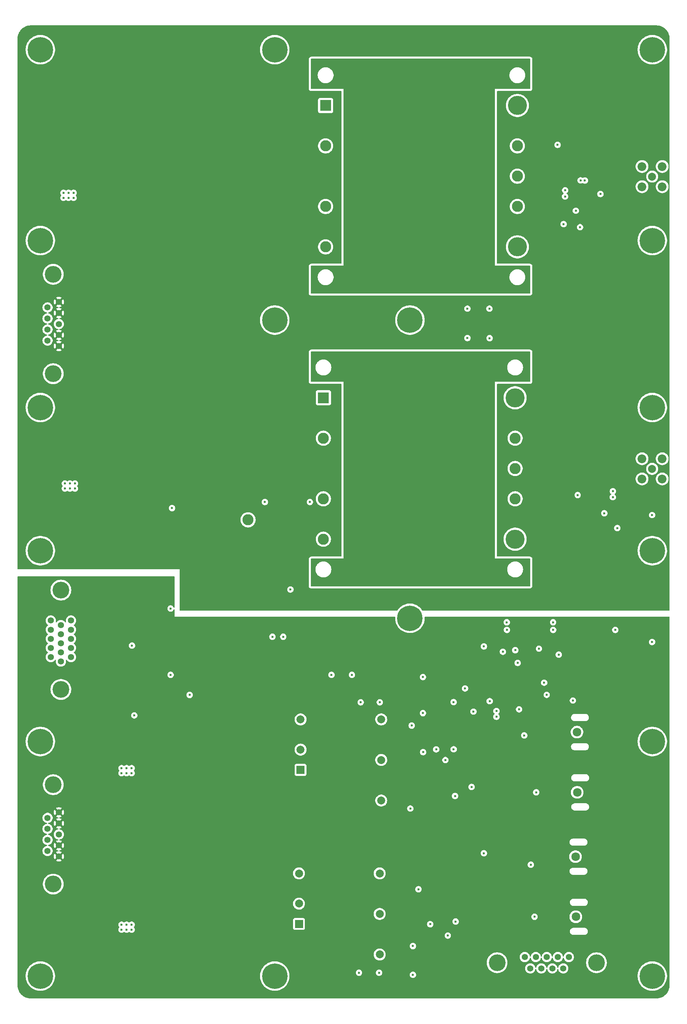
<source format=gbr>
%TF.GenerationSoftware,KiCad,Pcbnew,9.0.3*%
%TF.CreationDate,2025-09-16T12:32:25-04:00*%
%TF.ProjectId,CAEN_NEVIS_DAQ_PM5V,4341454e-5f4e-4455-9649-535f4441515f,rev?*%
%TF.SameCoordinates,Original*%
%TF.FileFunction,Copper,L2,Inr*%
%TF.FilePolarity,Positive*%
%FSLAX46Y46*%
G04 Gerber Fmt 4.6, Leading zero omitted, Abs format (unit mm)*
G04 Created by KiCad (PCBNEW 9.0.3) date 2025-09-16 12:32:25*
%MOMM*%
%LPD*%
G01*
G04 APERTURE LIST*
%TA.AperFunction,ComponentPad*%
%ADD10C,6.400000*%
%TD*%
%TA.AperFunction,ComponentPad*%
%ADD11C,2.159000*%
%TD*%
%TA.AperFunction,ComponentPad*%
%ADD12R,2.800000X2.800000*%
%TD*%
%TA.AperFunction,ComponentPad*%
%ADD13C,2.800000*%
%TD*%
%TA.AperFunction,ComponentPad*%
%ADD14C,4.800000*%
%TD*%
%TA.AperFunction,ComponentPad*%
%ADD15C,1.575000*%
%TD*%
%TA.AperFunction,ComponentPad*%
%ADD16C,4.216000*%
%TD*%
%TA.AperFunction,ComponentPad*%
%ADD17C,2.006600*%
%TD*%
%TA.AperFunction,ComponentPad*%
%ADD18C,2.209800*%
%TD*%
%TA.AperFunction,ComponentPad*%
%ADD19R,2.000000X2.000000*%
%TD*%
%TA.AperFunction,ComponentPad*%
%ADD20C,2.000000*%
%TD*%
%TA.AperFunction,ComponentPad*%
%ADD21C,1.560000*%
%TD*%
%TA.AperFunction,ViaPad*%
%ADD22C,0.600000*%
%TD*%
%TA.AperFunction,ViaPad*%
%ADD23C,1.200000*%
%TD*%
G04 APERTURE END LIST*
D10*
%TO.N,GNDPWR*%
%TO.C,H13*%
X184000000Y-262000000D03*
%TD*%
%TO.N,GNDPWR*%
%TO.C,H6*%
X125000000Y-203000000D03*
%TD*%
%TO.N,GNDPWR*%
%TO.C,H14*%
X279000000Y-119000000D03*
%TD*%
%TO.N,GNDPWR*%
%TO.C,H4*%
X125000000Y-119000000D03*
%TD*%
D11*
%TO.N,Net-(M3-Pad3)*%
%TO.C,P4*%
X260040000Y-200620000D03*
%TD*%
D12*
%TO.N,Net-(U4-+VIN)*%
%TO.C,U4*%
X196235000Y-116540000D03*
D13*
%TO.N,/Main_DC-DC_Converters/Enable_CKT/Enable*%
X196235000Y-126700000D03*
%TO.N,GNDPWR*%
X196235000Y-141940000D03*
%TO.N,/Main_DC-DC_Converters/Enable_CKT/V_RTN*%
X196235000Y-152100000D03*
D14*
%TO.N,/M5V*%
X244485000Y-152100000D03*
D13*
X244485000Y-141940000D03*
%TO.N,unconnected-(U4-TRIM-Pad7)*%
X244485000Y-134320000D03*
%TO.N,/PM5_RTN*%
X244485000Y-126700000D03*
D14*
X244485000Y-116540000D03*
%TD*%
D11*
%TO.N,Net-(P2-Pad1)*%
%TO.C,P2*%
X259760000Y-247070000D03*
%TD*%
D15*
%TO.N,/Enable+*%
%TO.C,J1*%
X132710000Y-181730000D03*
%TO.N,/P5V_V_MON*%
X132710000Y-179440000D03*
%TO.N,unconnected-(J1-Pad3)*%
X132710000Y-177150000D03*
%TO.N,/M5V_I_MON*%
X132710000Y-174860000D03*
%TO.N,/P5V_I_MON*%
X132710000Y-172570000D03*
%TO.N,/Enable-*%
X130170000Y-182875000D03*
%TO.N,/PM5V_TELEM_RTN*%
X130170000Y-180585000D03*
%TO.N,/M5V_V_MON*%
X130170000Y-178295000D03*
%TO.N,/PM5V_TELEM_RTN*%
X130170000Y-176005000D03*
X130170000Y-173715000D03*
X127630000Y-181730000D03*
X127630000Y-179440000D03*
%TO.N,unconnected-(J1-Pad13)*%
X127630000Y-177150000D03*
%TO.N,/PM5V_TELEM_RTN*%
X127630000Y-174860000D03*
%TO.N,/TEMP_MON*%
X127630000Y-172570000D03*
D16*
%TO.N,GNDPWR*%
X130170000Y-164909000D03*
X130170000Y-189899000D03*
%TD*%
D13*
%TO.N,/Main_DC-DC_Converters/Enable_CKT/Enable*%
%TO.C,V_{EN}1*%
X177270000Y-147230000D03*
%TD*%
D10*
%TO.N,GNDPWR*%
%TO.C,H17*%
X218000000Y-172000000D03*
%TD*%
D17*
%TO.N,/M5V_OUT*%
%TO.C,J4*%
X278970000Y-134410000D03*
D18*
%TO.N,/PM5_RTN*%
X281510000Y-131870000D03*
X276430000Y-131870000D03*
X276430000Y-136950000D03*
X281510000Y-136950000D03*
%TD*%
D12*
%TO.N,Net-(U3-+VIN)*%
%TO.C,U3*%
X196795000Y-43017500D03*
D13*
%TO.N,/Main_DC-DC_Converters/Enable_CKT/Enable*%
X196795000Y-53177500D03*
%TO.N,GNDPWR*%
X196795000Y-68417500D03*
%TO.N,/Main_DC-DC_Converters/Main_Converter/V_RTN*%
X196795000Y-78577500D03*
D14*
%TO.N,/PM5_RTN*%
X245045000Y-78577500D03*
D13*
X245045000Y-68417500D03*
%TO.N,unconnected-(U3-TRIM-Pad7)*%
X245045000Y-60797500D03*
%TO.N,/P5V*%
X245045000Y-53177500D03*
D14*
X245045000Y-43017500D03*
%TD*%
D10*
%TO.N,GNDPWR*%
%TO.C,H11*%
X279000000Y-203000000D03*
%TD*%
D19*
%TO.N,/Telemetry_PWR/Telem_5V1/V_POS*%
%TO.C,U6*%
X190093750Y-248860000D03*
D20*
%TO.N,/Telemetry_PWR/Telem_5V1/V_RTN*%
X190093750Y-243760000D03*
%TO.N,/PM5V_TELEM_RTN*%
X210393750Y-256560000D03*
%TO.N,unconnected-(U6-TRIM-Pad4)*%
X210393750Y-246360000D03*
%TO.N,/M5V_TELEM*%
X210393750Y-236160000D03*
%TO.N,unconnected-(U6-REMOTE-Pad6)*%
X190093750Y-236160000D03*
%TD*%
D10*
%TO.N,GNDPWR*%
%TO.C,H3*%
X125000000Y-77000000D03*
%TD*%
%TO.N,GNDPWR*%
%TO.C,H5*%
X125000000Y-155000000D03*
%TD*%
%TO.N,GNDPWR*%
%TO.C,H1*%
X125000000Y-29000000D03*
%TD*%
%TO.N,GNDPWR*%
%TO.C,H16*%
X218000000Y-97000000D03*
%TD*%
%TO.N,GNDPWR*%
%TO.C,H8*%
X279000000Y-262000000D03*
%TD*%
D19*
%TO.N,/Telemetry_PWR/Telem_5V/V_POS*%
%TO.C,U5*%
X190492500Y-210130000D03*
D20*
%TO.N,/Telemetry_PWR/Telem_5V/V_RTN*%
X190492500Y-205030000D03*
%TO.N,/P5V_TELEM*%
X210792500Y-217830000D03*
%TO.N,unconnected-(U5-TRIM-Pad4)*%
X210792500Y-207630000D03*
%TO.N,/PM5V_TELEM_RTN*%
X210792500Y-197430000D03*
%TO.N,unconnected-(U5-REMOTE-Pad6)*%
X190492500Y-197430000D03*
%TD*%
D10*
%TO.N,GNDPWR*%
%TO.C,H15*%
X184000000Y-29000000D03*
%TD*%
%TO.N,GNDPWR*%
%TO.C,H7*%
X125000000Y-262000000D03*
%TD*%
%TO.N,GNDPWR*%
%TO.C,H10*%
X184000000Y-97000000D03*
%TD*%
%TO.N,GNDPWR*%
%TO.C,H12*%
X279000000Y-77000000D03*
%TD*%
D21*
%TO.N,/M5V_TELEM*%
%TO.C,J6*%
X246915000Y-257210000D03*
X249685000Y-257210000D03*
%TO.N,unconnected-(J6-Pad3)*%
X252455000Y-257210000D03*
%TO.N,/P5V_TELEM*%
X255225000Y-257210000D03*
X257995000Y-257210000D03*
%TO.N,/PM5V_TELEM_RTN*%
X248300000Y-260050000D03*
X251070000Y-260050000D03*
X253840000Y-260050000D03*
X256610000Y-260050000D03*
D16*
%TO.N,GNDPWR*%
X239955000Y-258630000D03*
X264955000Y-258630000D03*
%TD*%
D11*
%TO.N,Net-(M4-Pad3)*%
%TO.C,P1*%
X259680000Y-231950000D03*
%TD*%
D17*
%TO.N,/P5V_OUT*%
%TO.C,J5*%
X278970000Y-60900000D03*
D18*
%TO.N,/PM5_RTN*%
X281510000Y-58360000D03*
X276430000Y-58360000D03*
X276430000Y-63440000D03*
X281510000Y-63440000D03*
%TD*%
D21*
%TO.N,/V_SEC_RTN*%
%TO.C,J2*%
X129660000Y-92440000D03*
X129660000Y-95210000D03*
%TO.N,unconnected-(J2-Pad3)*%
X129660000Y-97980000D03*
%TO.N,/V_SEC_RTN*%
X129660000Y-100750000D03*
X129660000Y-103520000D03*
%TO.N,/V_SEC_IN*%
X126820000Y-93825000D03*
X126820000Y-96595000D03*
X126820000Y-99365000D03*
X126820000Y-102135000D03*
D16*
%TO.N,GNDPWR*%
X128240000Y-85480000D03*
X128240000Y-110480000D03*
%TD*%
D10*
%TO.N,GNDPWR*%
%TO.C,H9*%
X279000000Y-155000000D03*
%TD*%
D21*
%TO.N,/V_TELEM_RTN*%
%TO.C,J3*%
X129660000Y-220810000D03*
X129660000Y-223580000D03*
%TO.N,unconnected-(J3-Pad3)*%
X129660000Y-226350000D03*
%TO.N,/V_TELEM_RTN*%
X129660000Y-229120000D03*
X129660000Y-231890000D03*
%TO.N,/V_TELEM_IN*%
X126820000Y-222195000D03*
X126820000Y-224965000D03*
X126820000Y-227735000D03*
X126820000Y-230505000D03*
D16*
%TO.N,GNDPWR*%
X128240000Y-213850000D03*
X128240000Y-238850000D03*
%TD*%
D11*
%TO.N,Net-(P3-Pad1)*%
%TO.C,P3*%
X260100000Y-215770000D03*
%TD*%
D10*
%TO.N,GNDPWR*%
%TO.C,H2*%
X279000000Y-29000000D03*
%TD*%
D22*
%TO.N,/V_TELEM_IN*%
X162580000Y-191275000D03*
X147975000Y-250330000D03*
X146705000Y-250330000D03*
X145435000Y-249060000D03*
X147975000Y-209690000D03*
X145435000Y-210960000D03*
X146705000Y-209690000D03*
X146705000Y-249060000D03*
X148640000Y-196410000D03*
X146705000Y-210960000D03*
X147975000Y-210960000D03*
X145435000Y-209690000D03*
X145435000Y-250330000D03*
X147975000Y-249060000D03*
%TO.N,/V_TELEM_RTN*%
X266700000Y-234950000D03*
X171450000Y-228600000D03*
X279400000Y-184150000D03*
X139700000Y-222250000D03*
X133350000Y-241300000D03*
X139700000Y-228600000D03*
X234950000Y-234950000D03*
X241300000Y-209550000D03*
X196850000Y-228600000D03*
X228600000Y-190500000D03*
X254000000Y-184150000D03*
X222250000Y-184150000D03*
X139700000Y-190500000D03*
X133350000Y-209550000D03*
X133350000Y-215900000D03*
X127000000Y-247650000D03*
X127000000Y-196850000D03*
X139700000Y-196850000D03*
X260350000Y-241300000D03*
X149880000Y-241440000D03*
X171450000Y-266700000D03*
X241300000Y-241300000D03*
X151150000Y-241440000D03*
X152400000Y-254000000D03*
X157040000Y-188760000D03*
X120650000Y-209550000D03*
X120650000Y-254000000D03*
X152400000Y-266700000D03*
X133350000Y-254000000D03*
X184150000Y-222250000D03*
X234950000Y-177800000D03*
X139700000Y-260350000D03*
X247650000Y-234950000D03*
X152420000Y-242710000D03*
X215900000Y-260350000D03*
X241300000Y-222250000D03*
X209550000Y-190500000D03*
X209550000Y-266700000D03*
X165100000Y-266700000D03*
X139700000Y-241300000D03*
X177800000Y-228600000D03*
X203200000Y-222250000D03*
X241300000Y-228600000D03*
X146050000Y-241300000D03*
X149880000Y-242710000D03*
X247650000Y-247650000D03*
X190500000Y-190500000D03*
X266700000Y-190500000D03*
X152400000Y-234950000D03*
X266700000Y-215900000D03*
X241300000Y-234950000D03*
X152420000Y-205880000D03*
X273050000Y-266700000D03*
X266700000Y-228600000D03*
X273050000Y-215900000D03*
X171450000Y-184150000D03*
X247650000Y-241300000D03*
X139700000Y-203200000D03*
X273050000Y-234950000D03*
X279400000Y-228600000D03*
X209550000Y-228600000D03*
X273050000Y-209550000D03*
X127000000Y-254000000D03*
X165100000Y-228600000D03*
X215900000Y-266700000D03*
X190500000Y-184150000D03*
X146050000Y-222250000D03*
X120650000Y-196850000D03*
X139700000Y-234950000D03*
X215900000Y-190500000D03*
X273050000Y-247650000D03*
X203200000Y-260350000D03*
X228600000Y-234950000D03*
X152400000Y-222250000D03*
X127000000Y-209550000D03*
X241300000Y-215900000D03*
X144220000Y-190100000D03*
X266700000Y-254000000D03*
X215900000Y-184150000D03*
X152400000Y-228600000D03*
X279400000Y-209550000D03*
X273050000Y-177800000D03*
X247650000Y-228600000D03*
X149880000Y-205880000D03*
X152400000Y-171450000D03*
X209550000Y-177800000D03*
X158750000Y-215900000D03*
X273050000Y-203200000D03*
X234950000Y-203200000D03*
X266700000Y-222250000D03*
X215900000Y-228600000D03*
X279400000Y-254000000D03*
X234950000Y-184150000D03*
X279400000Y-190500000D03*
X189770000Y-182940000D03*
X203200000Y-184150000D03*
X177800000Y-184150000D03*
X158750000Y-260350000D03*
X234950000Y-190500000D03*
X152400000Y-260350000D03*
X273050000Y-228600000D03*
X228600000Y-228600000D03*
X266700000Y-177800000D03*
X228600000Y-177800000D03*
X260350000Y-209550000D03*
X146050000Y-260350000D03*
X234950000Y-222250000D03*
X139700000Y-215900000D03*
X184150000Y-196850000D03*
X273050000Y-222250000D03*
X279400000Y-247650000D03*
X273050000Y-184150000D03*
X266700000Y-203200000D03*
X228600000Y-222250000D03*
X247650000Y-222250000D03*
X148670000Y-201420000D03*
X139700000Y-247650000D03*
X146050000Y-196850000D03*
X215900000Y-222250000D03*
X196850000Y-190500000D03*
X152400000Y-165100000D03*
X146050000Y-215900000D03*
X146050000Y-203200000D03*
X279400000Y-196850000D03*
X266700000Y-209550000D03*
X247650000Y-215900000D03*
X133350000Y-228600000D03*
X203200000Y-228600000D03*
X279400000Y-222250000D03*
X151150000Y-205880000D03*
X149880000Y-204610000D03*
X234950000Y-266700000D03*
X254000000Y-203200000D03*
X234950000Y-228600000D03*
X241300000Y-203200000D03*
X273050000Y-254000000D03*
X133350000Y-266700000D03*
X133350000Y-260350000D03*
X146409999Y-178886200D03*
X152400000Y-215900000D03*
X158750000Y-184150000D03*
X266700000Y-196850000D03*
X139700000Y-254000000D03*
X158750000Y-222250000D03*
X139700000Y-171450000D03*
X254000000Y-241300000D03*
X152420000Y-204610000D03*
X241300000Y-247650000D03*
X273050000Y-196850000D03*
X199180000Y-173590000D03*
X266700000Y-184150000D03*
X146050000Y-254000000D03*
X133350000Y-234950000D03*
X279400000Y-234950000D03*
X222250000Y-222250000D03*
X266700000Y-241300000D03*
X234950000Y-241300000D03*
X228600000Y-266700000D03*
X279400000Y-215900000D03*
X158750000Y-234950000D03*
X273050000Y-260350000D03*
X222250000Y-228600000D03*
X133350000Y-222250000D03*
X254000000Y-228600000D03*
X133350000Y-196850000D03*
X190500000Y-266700000D03*
X196850000Y-184150000D03*
X222250000Y-215900000D03*
X146050000Y-171450000D03*
X222250000Y-234950000D03*
X158750000Y-266700000D03*
X247650000Y-209550000D03*
X190500000Y-260350000D03*
X184150000Y-266700000D03*
X203200000Y-177800000D03*
X203200000Y-190500000D03*
X228600000Y-184150000D03*
X234950000Y-260350000D03*
X165100000Y-184150000D03*
X152420000Y-241440000D03*
X254000000Y-177800000D03*
X151150000Y-204610000D03*
X222250000Y-266700000D03*
X146050000Y-234950000D03*
X139700000Y-209550000D03*
X197180000Y-173590000D03*
X152400000Y-184150000D03*
X184150000Y-190500000D03*
X120650000Y-247650000D03*
X254000000Y-222250000D03*
X177800000Y-266700000D03*
X228600000Y-260350000D03*
X273050000Y-190500000D03*
X190500000Y-228600000D03*
X209550000Y-222250000D03*
X146050000Y-228600000D03*
X184150000Y-228600000D03*
X203200000Y-266700000D03*
X146050000Y-266700000D03*
X146050000Y-165100000D03*
X279400000Y-241300000D03*
X196850000Y-266700000D03*
X158750000Y-228600000D03*
X133350000Y-247650000D03*
X266700000Y-247650000D03*
X196850000Y-177800000D03*
X190500000Y-222250000D03*
X139700000Y-266700000D03*
X273050000Y-241300000D03*
X139700000Y-165100000D03*
X209550000Y-184150000D03*
X196850000Y-222250000D03*
X184150000Y-234950000D03*
X196850000Y-260350000D03*
X139700000Y-184150000D03*
X222250000Y-260350000D03*
X254000000Y-196850000D03*
X254000000Y-234950000D03*
X151150000Y-242710000D03*
X254000000Y-209550000D03*
X234950000Y-247650000D03*
X260350000Y-222250000D03*
X184150000Y-184150000D03*
X133350000Y-203200000D03*
%TO.N,/Main_DC-DC_Converters/V3p3*%
X148059999Y-178866200D03*
D23*
%TO.N,GNDPWR*%
X203220000Y-86500000D03*
X215920000Y-56020000D03*
X218460000Y-68720000D03*
X238780000Y-162700000D03*
X208300000Y-122060000D03*
X205760000Y-150000000D03*
X231160000Y-124600000D03*
X236240000Y-66180000D03*
X213380000Y-137300000D03*
X233700000Y-86500000D03*
X203220000Y-58560000D03*
X205760000Y-124600000D03*
X223540000Y-127140000D03*
X241320000Y-109360000D03*
X210840000Y-137300000D03*
X203220000Y-68720000D03*
X223540000Y-86500000D03*
X218460000Y-35700000D03*
X236240000Y-78880000D03*
X231160000Y-106820000D03*
X226080000Y-83960000D03*
X223540000Y-160160000D03*
X218460000Y-109360000D03*
X236240000Y-61100000D03*
X215920000Y-53480000D03*
X203220000Y-122060000D03*
X215920000Y-40780000D03*
X218460000Y-147460000D03*
X210840000Y-33160000D03*
X221000000Y-116980000D03*
X226080000Y-142380000D03*
X223540000Y-35700000D03*
X236240000Y-157620000D03*
X205760000Y-56020000D03*
X221000000Y-114440000D03*
X218460000Y-157620000D03*
X231160000Y-111900000D03*
X233700000Y-63640000D03*
X210840000Y-63640000D03*
X210840000Y-56020000D03*
X226080000Y-43320000D03*
X226080000Y-48400000D03*
X208300000Y-127140000D03*
X221000000Y-56020000D03*
X221000000Y-127140000D03*
X205760000Y-50940000D03*
X226080000Y-114440000D03*
X221000000Y-61100000D03*
X210840000Y-150000000D03*
X203220000Y-89040000D03*
X213380000Y-48400000D03*
X210840000Y-152540000D03*
X215920000Y-122060000D03*
X208300000Y-162700000D03*
X233700000Y-152540000D03*
X208300000Y-58560000D03*
X221000000Y-124600000D03*
X233700000Y-142380000D03*
X226080000Y-73800000D03*
X203220000Y-56020000D03*
X228620000Y-43320000D03*
X231160000Y-58560000D03*
X233700000Y-38240000D03*
X205760000Y-122060000D03*
X226080000Y-50940000D03*
X210840000Y-142380000D03*
D22*
X232480000Y-101510000D03*
D23*
X210840000Y-144920000D03*
X231160000Y-81420000D03*
X205760000Y-73800000D03*
X213380000Y-68720000D03*
X205760000Y-152540000D03*
X236240000Y-127140000D03*
X226080000Y-53480000D03*
X236240000Y-86500000D03*
X231160000Y-48400000D03*
X205760000Y-33160000D03*
X208300000Y-73800000D03*
X241320000Y-162700000D03*
X208300000Y-147460000D03*
X203220000Y-124600000D03*
X213380000Y-71260000D03*
X238780000Y-106820000D03*
X233700000Y-109360000D03*
X233700000Y-111900000D03*
X205760000Y-61100000D03*
X215920000Y-33160000D03*
X215920000Y-63640000D03*
X223540000Y-162700000D03*
X210840000Y-134760000D03*
X221000000Y-111900000D03*
X226080000Y-61100000D03*
X208300000Y-160160000D03*
X218460000Y-66180000D03*
X221000000Y-68720000D03*
X215920000Y-155080000D03*
X208300000Y-33160000D03*
X208300000Y-66180000D03*
X205760000Y-137300000D03*
X205760000Y-58560000D03*
X208300000Y-114440000D03*
X221000000Y-86500000D03*
X228620000Y-124600000D03*
X218460000Y-122060000D03*
X218460000Y-160160000D03*
X215920000Y-50940000D03*
X233700000Y-73800000D03*
X223540000Y-68720000D03*
X215920000Y-83960000D03*
X203220000Y-45860000D03*
X238780000Y-35700000D03*
X226080000Y-147460000D03*
X215920000Y-38240000D03*
X223540000Y-58560000D03*
X233700000Y-78880000D03*
X236240000Y-111900000D03*
X226080000Y-162700000D03*
X236240000Y-38240000D03*
X231160000Y-139840000D03*
X213380000Y-152540000D03*
X236240000Y-129680000D03*
X226080000Y-35700000D03*
X228620000Y-68720000D03*
X226080000Y-139840000D03*
X221000000Y-119520000D03*
X231160000Y-157620000D03*
X231160000Y-132220000D03*
X223540000Y-152540000D03*
D22*
X232480000Y-94120000D03*
D23*
X228620000Y-155080000D03*
X215920000Y-58560000D03*
X231160000Y-61100000D03*
X228620000Y-48400000D03*
X208300000Y-45860000D03*
X210840000Y-157620000D03*
X210840000Y-129680000D03*
X231160000Y-162700000D03*
X205760000Y-83960000D03*
X226080000Y-71260000D03*
X238780000Y-86500000D03*
X228620000Y-129680000D03*
X203220000Y-35700000D03*
X236240000Y-139840000D03*
X223540000Y-137300000D03*
X228620000Y-119520000D03*
X203220000Y-157620000D03*
X221000000Y-132220000D03*
X231160000Y-155080000D03*
X221000000Y-160160000D03*
X223540000Y-124600000D03*
X200680000Y-86500000D03*
X223540000Y-132220000D03*
X203220000Y-33160000D03*
X233700000Y-33160000D03*
X223540000Y-81420000D03*
X226080000Y-66180000D03*
X213380000Y-86500000D03*
X233700000Y-162700000D03*
X210840000Y-124600000D03*
X210840000Y-61100000D03*
X231160000Y-33160000D03*
X226080000Y-155080000D03*
X228620000Y-86500000D03*
X223540000Y-157620000D03*
X231160000Y-86500000D03*
X228620000Y-81420000D03*
X231160000Y-116980000D03*
X218460000Y-127140000D03*
X205760000Y-35700000D03*
X210840000Y-147460000D03*
X215920000Y-142380000D03*
X228620000Y-66180000D03*
X215920000Y-86500000D03*
X231160000Y-76340000D03*
X210840000Y-48400000D03*
X203220000Y-147460000D03*
X200680000Y-89040000D03*
X226080000Y-137300000D03*
X226080000Y-127140000D03*
X213380000Y-127140000D03*
X231160000Y-114440000D03*
X203220000Y-155080000D03*
X203220000Y-144920000D03*
X218460000Y-116980000D03*
X233700000Y-106820000D03*
X215920000Y-137300000D03*
X215920000Y-43320000D03*
X241320000Y-33160000D03*
X233700000Y-144920000D03*
X208300000Y-142380000D03*
X213380000Y-63640000D03*
X210840000Y-162700000D03*
X205760000Y-76340000D03*
X221000000Y-48400000D03*
X223540000Y-144920000D03*
X213380000Y-45860000D03*
X213380000Y-89040000D03*
X210840000Y-155080000D03*
X241320000Y-106820000D03*
X226080000Y-122060000D03*
X213380000Y-61100000D03*
X208300000Y-152540000D03*
X205760000Y-144920000D03*
X233700000Y-127140000D03*
X218460000Y-58560000D03*
X233700000Y-61100000D03*
X218460000Y-119520000D03*
X221000000Y-155080000D03*
X221000000Y-50940000D03*
X223540000Y-45860000D03*
X208300000Y-50940000D03*
X213380000Y-111900000D03*
X203220000Y-127140000D03*
X210840000Y-114440000D03*
X233700000Y-137300000D03*
X233700000Y-43320000D03*
X213380000Y-33160000D03*
X236240000Y-160160000D03*
X205760000Y-106820000D03*
X231160000Y-78880000D03*
X236240000Y-76340000D03*
X215920000Y-48400000D03*
X238780000Y-89040000D03*
X226080000Y-160160000D03*
X205760000Y-45860000D03*
X233700000Y-155080000D03*
X205760000Y-68720000D03*
X210840000Y-89040000D03*
X210840000Y-78880000D03*
X215920000Y-89040000D03*
X233700000Y-45860000D03*
X205760000Y-160160000D03*
X203220000Y-83960000D03*
X203220000Y-139840000D03*
X221000000Y-43320000D03*
X208300000Y-68720000D03*
X215920000Y-124600000D03*
X205760000Y-155080000D03*
X205760000Y-134760000D03*
X208300000Y-124600000D03*
X218460000Y-152540000D03*
X236240000Y-33160000D03*
X218460000Y-71260000D03*
X203220000Y-137300000D03*
X205760000Y-111900000D03*
X213380000Y-66180000D03*
X226080000Y-89040000D03*
X205760000Y-63640000D03*
X233700000Y-122060000D03*
X218460000Y-150000000D03*
X210840000Y-38240000D03*
X205760000Y-53480000D03*
X203220000Y-114440000D03*
X203220000Y-66180000D03*
X231160000Y-38240000D03*
X218460000Y-111900000D03*
X236240000Y-63640000D03*
X226080000Y-116980000D03*
X210840000Y-40780000D03*
X205760000Y-127140000D03*
X213380000Y-144920000D03*
X221000000Y-106820000D03*
X203220000Y-134760000D03*
X218460000Y-53480000D03*
X203220000Y-53480000D03*
X200680000Y-162700000D03*
X208300000Y-157620000D03*
D22*
X205190000Y-261150000D03*
D23*
X218460000Y-144920000D03*
X226080000Y-45860000D03*
X213380000Y-150000000D03*
X228620000Y-63640000D03*
X233700000Y-116980000D03*
X215920000Y-81420000D03*
X228620000Y-61100000D03*
X218460000Y-61100000D03*
X226080000Y-86500000D03*
X236240000Y-116980000D03*
X223540000Y-38240000D03*
X208300000Y-129680000D03*
X226080000Y-150000000D03*
X200680000Y-109360000D03*
X221000000Y-66180000D03*
X213380000Y-132220000D03*
X210840000Y-139840000D03*
X223540000Y-71260000D03*
X215920000Y-129680000D03*
X228620000Y-33160000D03*
X208300000Y-116980000D03*
X236240000Y-132220000D03*
X238780000Y-160160000D03*
X236240000Y-155080000D03*
X203220000Y-142380000D03*
X223540000Y-155080000D03*
X228620000Y-50940000D03*
X218460000Y-162700000D03*
X221000000Y-144920000D03*
X233700000Y-81420000D03*
X208300000Y-78880000D03*
X205760000Y-129680000D03*
X218460000Y-33160000D03*
X231160000Y-45860000D03*
X205760000Y-48400000D03*
X223540000Y-53480000D03*
X223540000Y-106820000D03*
X218460000Y-56020000D03*
X213380000Y-157620000D03*
X228620000Y-160160000D03*
X236240000Y-35700000D03*
X236240000Y-106820000D03*
X236240000Y-144920000D03*
X208300000Y-111900000D03*
X215920000Y-109360000D03*
X233700000Y-124600000D03*
X215920000Y-119520000D03*
X210840000Y-127140000D03*
X233700000Y-53480000D03*
X233700000Y-157620000D03*
X208300000Y-139840000D03*
X203220000Y-162700000D03*
X236240000Y-119520000D03*
X228620000Y-78880000D03*
X213380000Y-155080000D03*
X203220000Y-63640000D03*
X213380000Y-76340000D03*
X236240000Y-48400000D03*
X241320000Y-86500000D03*
X228620000Y-122060000D03*
X236240000Y-83960000D03*
X233700000Y-76340000D03*
X228620000Y-56020000D03*
X233700000Y-48400000D03*
X215920000Y-144920000D03*
X205760000Y-86500000D03*
X223540000Y-33160000D03*
X228620000Y-83960000D03*
X236240000Y-68720000D03*
X213380000Y-116980000D03*
X210840000Y-106820000D03*
X210840000Y-53480000D03*
X213380000Y-73800000D03*
X215920000Y-132220000D03*
X221000000Y-137300000D03*
X233700000Y-66180000D03*
X213380000Y-162700000D03*
X231160000Y-53480000D03*
X203220000Y-132220000D03*
X228620000Y-150000000D03*
X221000000Y-53480000D03*
X228620000Y-157620000D03*
X203220000Y-78880000D03*
X218460000Y-63640000D03*
X236240000Y-162700000D03*
X215920000Y-71260000D03*
X236240000Y-89040000D03*
X210840000Y-116980000D03*
X215920000Y-127140000D03*
X221000000Y-78880000D03*
X236240000Y-134760000D03*
X221000000Y-45860000D03*
X205760000Y-109360000D03*
X228620000Y-89040000D03*
X221000000Y-89040000D03*
X215920000Y-116980000D03*
X213380000Y-129680000D03*
X236240000Y-58560000D03*
X203220000Y-61100000D03*
X208300000Y-150000000D03*
X223540000Y-142380000D03*
X226080000Y-78880000D03*
X218460000Y-43320000D03*
X208300000Y-109360000D03*
X233700000Y-83960000D03*
X208300000Y-155080000D03*
X205760000Y-71260000D03*
X223540000Y-89040000D03*
X223540000Y-63640000D03*
X223540000Y-56020000D03*
X205760000Y-142380000D03*
X208300000Y-83960000D03*
X228620000Y-40780000D03*
X226080000Y-129680000D03*
X241320000Y-35700000D03*
X208300000Y-89040000D03*
X213380000Y-83960000D03*
X205760000Y-43320000D03*
X231160000Y-89040000D03*
X210840000Y-132220000D03*
X218460000Y-50940000D03*
X205760000Y-40780000D03*
X213380000Y-106820000D03*
X223540000Y-66180000D03*
X223540000Y-114440000D03*
X233700000Y-119520000D03*
X228620000Y-53480000D03*
X236240000Y-124600000D03*
X203220000Y-43320000D03*
X213380000Y-134760000D03*
X221000000Y-38240000D03*
X226080000Y-106820000D03*
X226080000Y-58560000D03*
X203220000Y-111900000D03*
X231160000Y-56020000D03*
X226080000Y-38240000D03*
X218460000Y-134760000D03*
X233700000Y-35700000D03*
X233700000Y-160160000D03*
X203220000Y-71260000D03*
X208300000Y-61100000D03*
X208300000Y-56020000D03*
X233700000Y-147460000D03*
X218460000Y-45860000D03*
X236240000Y-147460000D03*
X210840000Y-66180000D03*
X241320000Y-160160000D03*
X203220000Y-48400000D03*
X228620000Y-76340000D03*
X203220000Y-81420000D03*
X210840000Y-109360000D03*
X226080000Y-157620000D03*
X226080000Y-63640000D03*
X221000000Y-81420000D03*
X215920000Y-147460000D03*
X231160000Y-134760000D03*
X231160000Y-122060000D03*
X215920000Y-61100000D03*
X223540000Y-76340000D03*
X236240000Y-40780000D03*
X226080000Y-76340000D03*
X218460000Y-83960000D03*
X200680000Y-106820000D03*
X203220000Y-160160000D03*
X208300000Y-144920000D03*
X218460000Y-129680000D03*
X228620000Y-127140000D03*
X213380000Y-119520000D03*
X221000000Y-142380000D03*
X231160000Y-43320000D03*
X228620000Y-58560000D03*
D22*
X205620000Y-193120000D03*
D23*
X205760000Y-116980000D03*
X210840000Y-71260000D03*
X213380000Y-50940000D03*
X218460000Y-40780000D03*
X223540000Y-139840000D03*
X208300000Y-76340000D03*
X231160000Y-129680000D03*
X226080000Y-144920000D03*
X215920000Y-114440000D03*
X213380000Y-81420000D03*
X223540000Y-40780000D03*
X213380000Y-43320000D03*
X236240000Y-81420000D03*
X223540000Y-134760000D03*
X228620000Y-109360000D03*
X218460000Y-132220000D03*
X213380000Y-109360000D03*
X200680000Y-160160000D03*
X221000000Y-73800000D03*
X208300000Y-132220000D03*
X228620000Y-114440000D03*
X213380000Y-160160000D03*
X236240000Y-109360000D03*
X203220000Y-106820000D03*
X213380000Y-124600000D03*
X210840000Y-119520000D03*
X218460000Y-142380000D03*
X210840000Y-50940000D03*
X236240000Y-56020000D03*
X226080000Y-134760000D03*
X223540000Y-48400000D03*
X218460000Y-73800000D03*
X226080000Y-33160000D03*
X203220000Y-76340000D03*
X218460000Y-155080000D03*
X228620000Y-73800000D03*
X210840000Y-160160000D03*
X233700000Y-71260000D03*
X226080000Y-68720000D03*
X223540000Y-43320000D03*
X221000000Y-63640000D03*
X208300000Y-119520000D03*
X231160000Y-109360000D03*
X203220000Y-109360000D03*
X223540000Y-61100000D03*
X215920000Y-162700000D03*
X218460000Y-114440000D03*
X208300000Y-86500000D03*
X210840000Y-35700000D03*
X233700000Y-68720000D03*
X223540000Y-122060000D03*
X231160000Y-68720000D03*
X233700000Y-89040000D03*
X223540000Y-83960000D03*
X223540000Y-147460000D03*
X218460000Y-81420000D03*
X233700000Y-139840000D03*
X208300000Y-106820000D03*
X208300000Y-40780000D03*
X223540000Y-150000000D03*
X226080000Y-152540000D03*
X205760000Y-147460000D03*
X223540000Y-109360000D03*
X208300000Y-81420000D03*
X203220000Y-38240000D03*
X203220000Y-152540000D03*
X223540000Y-111900000D03*
X233700000Y-56020000D03*
X221000000Y-58560000D03*
X233700000Y-150000000D03*
X228620000Y-132220000D03*
X228620000Y-106820000D03*
X215920000Y-78880000D03*
X228620000Y-45860000D03*
X205760000Y-81420000D03*
X226080000Y-132220000D03*
X236240000Y-73800000D03*
X215920000Y-150000000D03*
X231160000Y-40780000D03*
X231160000Y-66180000D03*
X241320000Y-89040000D03*
X236240000Y-142380000D03*
X231160000Y-152540000D03*
X221000000Y-71260000D03*
X223540000Y-78880000D03*
X236240000Y-152540000D03*
X218460000Y-76340000D03*
X231160000Y-127140000D03*
X213380000Y-122060000D03*
X221000000Y-157620000D03*
X205760000Y-162700000D03*
X208300000Y-48400000D03*
X238780000Y-109360000D03*
X233700000Y-50940000D03*
X215920000Y-152540000D03*
X226080000Y-124600000D03*
X213380000Y-78880000D03*
X218460000Y-106820000D03*
X210840000Y-81420000D03*
X233700000Y-58560000D03*
X228620000Y-137300000D03*
X210840000Y-43320000D03*
X228620000Y-144920000D03*
X231160000Y-160160000D03*
X228620000Y-152540000D03*
X221000000Y-139840000D03*
X228620000Y-35700000D03*
X231160000Y-137300000D03*
X228620000Y-142380000D03*
X210840000Y-68720000D03*
X213380000Y-58560000D03*
X226080000Y-40780000D03*
X210840000Y-73800000D03*
X221000000Y-152540000D03*
X215920000Y-73800000D03*
X208300000Y-63640000D03*
X205760000Y-132220000D03*
X228620000Y-134760000D03*
X223540000Y-73800000D03*
X236240000Y-114440000D03*
X221000000Y-162700000D03*
X213380000Y-40780000D03*
X218460000Y-38240000D03*
X221000000Y-40780000D03*
X200680000Y-33160000D03*
X208300000Y-35700000D03*
X208300000Y-43320000D03*
X218460000Y-89040000D03*
X208300000Y-134760000D03*
X221000000Y-147460000D03*
X223540000Y-119520000D03*
X210840000Y-122060000D03*
X228620000Y-162700000D03*
X236240000Y-71260000D03*
X231160000Y-71260000D03*
X215920000Y-68720000D03*
X231160000Y-73800000D03*
X210840000Y-83960000D03*
X210840000Y-45860000D03*
X215920000Y-35700000D03*
X218460000Y-124600000D03*
X210840000Y-86500000D03*
X205760000Y-66180000D03*
X205760000Y-119520000D03*
X221000000Y-83960000D03*
X213380000Y-147460000D03*
X205760000Y-38240000D03*
X215920000Y-160160000D03*
X226080000Y-119520000D03*
X231160000Y-144920000D03*
X226080000Y-111900000D03*
X233700000Y-132220000D03*
X221000000Y-33160000D03*
X218460000Y-86500000D03*
X221000000Y-129680000D03*
X226080000Y-81420000D03*
X231160000Y-63640000D03*
X236240000Y-45860000D03*
X213380000Y-53480000D03*
X205760000Y-78880000D03*
X203220000Y-73800000D03*
X203220000Y-40780000D03*
X205760000Y-157620000D03*
X236240000Y-122060000D03*
X215920000Y-139840000D03*
X213380000Y-114440000D03*
X223540000Y-129680000D03*
X221000000Y-134760000D03*
X228620000Y-71260000D03*
X233700000Y-129680000D03*
X228620000Y-38240000D03*
X218460000Y-137300000D03*
X215920000Y-45860000D03*
X210840000Y-111900000D03*
X236240000Y-50940000D03*
X228620000Y-111900000D03*
X221000000Y-35700000D03*
X233700000Y-134760000D03*
X228620000Y-116980000D03*
X215920000Y-111900000D03*
X236240000Y-43320000D03*
X215920000Y-157620000D03*
X213380000Y-139840000D03*
X215920000Y-106820000D03*
X236240000Y-53480000D03*
X226080000Y-109360000D03*
X215920000Y-134760000D03*
X205760000Y-89040000D03*
X231160000Y-147460000D03*
X208300000Y-53480000D03*
X236240000Y-137300000D03*
X208300000Y-38240000D03*
X223540000Y-50940000D03*
X205760000Y-114440000D03*
X221000000Y-76340000D03*
X213380000Y-35700000D03*
X210840000Y-58560000D03*
X223540000Y-116980000D03*
X205760000Y-139840000D03*
X238780000Y-33160000D03*
X236240000Y-150000000D03*
X213380000Y-56020000D03*
X208300000Y-137300000D03*
X233700000Y-114440000D03*
X200680000Y-35700000D03*
X213380000Y-142380000D03*
X203220000Y-116980000D03*
X221000000Y-150000000D03*
X231160000Y-142380000D03*
X218460000Y-139840000D03*
X231160000Y-83960000D03*
X228620000Y-139840000D03*
X203220000Y-119520000D03*
X233700000Y-40780000D03*
X231160000Y-150000000D03*
X218460000Y-48400000D03*
X203220000Y-50940000D03*
X226080000Y-56020000D03*
X210840000Y-76340000D03*
X208300000Y-71260000D03*
X203220000Y-150000000D03*
X215920000Y-66180000D03*
X215920000Y-76340000D03*
X231160000Y-119520000D03*
X218460000Y-78880000D03*
X221000000Y-122060000D03*
X231160000Y-50940000D03*
X203220000Y-129680000D03*
X213380000Y-38240000D03*
X221000000Y-109360000D03*
X228620000Y-147460000D03*
X231160000Y-35700000D03*
D22*
%TO.N,/PM5_RTN*%
X255160000Y-52920000D03*
X238050000Y-101540000D03*
X238020000Y-94120000D03*
%TO.N,/V_SEC_RTN*%
X171450000Y-114300000D03*
X273050000Y-133350000D03*
X171450000Y-25400000D03*
X171450000Y-101600000D03*
X139700000Y-114300000D03*
X152400000Y-82550000D03*
X127000000Y-63500000D03*
X158750000Y-120650000D03*
X158750000Y-25400000D03*
X254000000Y-82550000D03*
X133350000Y-107950000D03*
X254000000Y-88900000D03*
X177800000Y-38100000D03*
X177800000Y-158750000D03*
X120650000Y-69850000D03*
X273050000Y-44450000D03*
X266700000Y-38100000D03*
X120650000Y-44450000D03*
X152400000Y-95250000D03*
X158750000Y-114300000D03*
X197170000Y-168040000D03*
X222250000Y-95250000D03*
X171450000Y-76200000D03*
X241300000Y-101600000D03*
X139700000Y-44450000D03*
X279400000Y-107950000D03*
X146050000Y-69850000D03*
X254000000Y-76200000D03*
X165100000Y-107950000D03*
X139700000Y-38100000D03*
X165100000Y-165100000D03*
X184150000Y-44450000D03*
X135920000Y-56240000D03*
X273050000Y-31750000D03*
X190500000Y-101600000D03*
X146050000Y-38100000D03*
X184150000Y-101600000D03*
X190500000Y-107950000D03*
X228600000Y-101600000D03*
X254000000Y-38100000D03*
X273050000Y-88900000D03*
X209550000Y-95250000D03*
X152400000Y-101600000D03*
X127000000Y-133350000D03*
X158750000Y-44450000D03*
X133350000Y-69850000D03*
X139700000Y-76200000D03*
X120650000Y-146050000D03*
X165100000Y-50800000D03*
X254000000Y-95250000D03*
X209550000Y-101600000D03*
X146050000Y-152400000D03*
X127000000Y-127000000D03*
X139700000Y-120650000D03*
X260350000Y-31750000D03*
X254000000Y-101600000D03*
X165100000Y-120650000D03*
X133350000Y-31750000D03*
X190500000Y-25400000D03*
X190500000Y-38100000D03*
X254000000Y-69850000D03*
X203200000Y-95250000D03*
X127000000Y-69850000D03*
X273050000Y-50800000D03*
X165100000Y-38100000D03*
X135180000Y-125900000D03*
X171450000Y-69850000D03*
X152400000Y-107950000D03*
X279400000Y-50800000D03*
X152400000Y-146050000D03*
X254000000Y-139700000D03*
X146050000Y-101600000D03*
X139700000Y-69850000D03*
X165100000Y-95250000D03*
X139700000Y-25400000D03*
X171450000Y-44450000D03*
X190500000Y-82550000D03*
X120650000Y-63500000D03*
X133380000Y-57510000D03*
X203200000Y-101600000D03*
X279400000Y-38100000D03*
X177800000Y-88900000D03*
X171450000Y-158750000D03*
X171450000Y-82550000D03*
X254000000Y-158750000D03*
X158750000Y-31750000D03*
X158750000Y-88900000D03*
X273050000Y-25400000D03*
X266700000Y-107950000D03*
X133350000Y-44450000D03*
X139700000Y-107950000D03*
X266700000Y-120650000D03*
X171450000Y-107950000D03*
X273050000Y-95250000D03*
X273050000Y-146050000D03*
X152400000Y-76200000D03*
X266700000Y-88900000D03*
X171450000Y-38100000D03*
X146050000Y-158750000D03*
X133910000Y-124630000D03*
X228600000Y-95250000D03*
X254000000Y-44450000D03*
X165100000Y-158750000D03*
X260350000Y-25400000D03*
X152400000Y-44450000D03*
X279400000Y-101600000D03*
X196850000Y-95250000D03*
X279400000Y-82550000D03*
X177800000Y-31750000D03*
X273050000Y-76200000D03*
X234950000Y-25400000D03*
X171450000Y-50800000D03*
X171450000Y-165100000D03*
X146050000Y-114300000D03*
X184150000Y-114300000D03*
X133350000Y-25400000D03*
X135180000Y-124630000D03*
X146050000Y-146050000D03*
X133350000Y-158750000D03*
X171450000Y-31750000D03*
X146050000Y-44450000D03*
X146050000Y-76200000D03*
X158750000Y-95250000D03*
X273050000Y-82550000D03*
X165100000Y-146050000D03*
X266700000Y-44450000D03*
X165100000Y-101600000D03*
X273050000Y-63500000D03*
X165100000Y-82550000D03*
X171450000Y-146050000D03*
X260350000Y-50800000D03*
X184150000Y-76200000D03*
X133350000Y-101600000D03*
X139700000Y-50800000D03*
X133350000Y-133350000D03*
X190500000Y-95250000D03*
X266700000Y-165100000D03*
X165100000Y-25400000D03*
X139700000Y-95250000D03*
X177800000Y-101600000D03*
X273050000Y-165100000D03*
X120650000Y-139700000D03*
X127000000Y-44450000D03*
X184150000Y-69850000D03*
X279400000Y-95250000D03*
X222250000Y-101600000D03*
X139700000Y-152400000D03*
X177800000Y-69850000D03*
X177800000Y-107950000D03*
X133350000Y-38100000D03*
X158750000Y-101600000D03*
X152400000Y-69850000D03*
X133350000Y-76200000D03*
X177800000Y-76200000D03*
X177800000Y-82550000D03*
X254000000Y-120650000D03*
X165100000Y-76200000D03*
X273050000Y-127000000D03*
X279400000Y-88900000D03*
X177800000Y-95250000D03*
X152400000Y-88900000D03*
X279400000Y-114300000D03*
X139700000Y-101600000D03*
X184150000Y-88900000D03*
X165100000Y-69850000D03*
X273050000Y-139700000D03*
X146050000Y-31750000D03*
X199180000Y-168040000D03*
X273050000Y-101600000D03*
X146050000Y-120650000D03*
X158750000Y-38100000D03*
X266700000Y-31750000D03*
X152400000Y-114300000D03*
X133350000Y-50800000D03*
X222250000Y-25400000D03*
X266700000Y-76200000D03*
X165100000Y-88900000D03*
X120650000Y-38100000D03*
X139700000Y-133350000D03*
X146050000Y-88900000D03*
X136450000Y-124630000D03*
X120650000Y-50800000D03*
X146050000Y-82550000D03*
X171450000Y-88900000D03*
X165100000Y-152400000D03*
X120650000Y-57150000D03*
X254000000Y-107950000D03*
X177800000Y-25400000D03*
X133350000Y-152400000D03*
X127000000Y-146050000D03*
X152400000Y-38100000D03*
X273050000Y-57150000D03*
X171450000Y-133350000D03*
X184150000Y-38100000D03*
X136450000Y-125900000D03*
X260350000Y-38100000D03*
X171450000Y-120650000D03*
X133350000Y-82550000D03*
X273050000Y-38100000D03*
X254000000Y-165100000D03*
X139700000Y-146050000D03*
X146050000Y-95250000D03*
X196850000Y-101600000D03*
X266700000Y-50800000D03*
X273050000Y-114300000D03*
X133350000Y-114300000D03*
X171450000Y-95250000D03*
X158750000Y-50800000D03*
X184150000Y-82550000D03*
X133350000Y-120650000D03*
X184150000Y-107950000D03*
X127000000Y-139700000D03*
X127000000Y-57150000D03*
X152400000Y-158750000D03*
X133380000Y-56240000D03*
X177800000Y-44450000D03*
X190500000Y-88900000D03*
X139700000Y-31750000D03*
X152400000Y-152400000D03*
X127000000Y-38100000D03*
X254000000Y-25400000D03*
X266700000Y-57150000D03*
X209550000Y-25400000D03*
X135920000Y-57510000D03*
X177800000Y-120650000D03*
X127000000Y-50800000D03*
X266700000Y-82550000D03*
X247650000Y-25400000D03*
X241300000Y-25400000D03*
X165100000Y-31750000D03*
X165100000Y-44450000D03*
X146050000Y-25400000D03*
X266700000Y-63500000D03*
X228600000Y-25400000D03*
X273050000Y-120650000D03*
X152400000Y-120650000D03*
X254000000Y-146050000D03*
X134650000Y-56240000D03*
X133350000Y-95250000D03*
X266700000Y-95250000D03*
X247650000Y-101600000D03*
X266700000Y-158750000D03*
X254000000Y-50800000D03*
X260350000Y-44450000D03*
X266700000Y-114300000D03*
X196850000Y-25400000D03*
X152400000Y-31750000D03*
X133350000Y-88900000D03*
X279400000Y-44450000D03*
X273050000Y-107950000D03*
X146050000Y-107950000D03*
X158750000Y-82550000D03*
X254000000Y-152400000D03*
X133350000Y-146050000D03*
X158750000Y-158750000D03*
X146050000Y-50800000D03*
X177800000Y-165100000D03*
X152400000Y-25400000D03*
X158750000Y-107950000D03*
X139700000Y-88900000D03*
X266700000Y-152400000D03*
X177800000Y-114300000D03*
X254000000Y-127000000D03*
X139700000Y-158750000D03*
X158750000Y-69850000D03*
X266700000Y-25400000D03*
X215900000Y-25400000D03*
X215900000Y-101600000D03*
X254000000Y-31750000D03*
X134650000Y-57510000D03*
X203200000Y-25400000D03*
X133910000Y-125900000D03*
X165100000Y-114300000D03*
X120650000Y-127000000D03*
X254000000Y-114300000D03*
X266700000Y-101600000D03*
X152400000Y-50800000D03*
X139700000Y-82550000D03*
X266700000Y-127000000D03*
X158750000Y-76200000D03*
X190500000Y-114300000D03*
X120650000Y-133350000D03*
X158750000Y-152400000D03*
%TO.N,/P5V*%
X260960000Y-61860000D03*
%TO.N,/PM5V_TELEM_RTN*%
X233520000Y-214420000D03*
X221330000Y-205660000D03*
X220160000Y-240150000D03*
X231870000Y-189635000D03*
X246770000Y-201450000D03*
X210430000Y-193120000D03*
X265960000Y-65270000D03*
X260220000Y-141000000D03*
X257080000Y-64330000D03*
X227540000Y-251790000D03*
X210240000Y-261150000D03*
X255460000Y-181150000D03*
X269090000Y-140040000D03*
X266930000Y-145570000D03*
X252430000Y-191250000D03*
X239780000Y-195310000D03*
X248430000Y-233980000D03*
X218460000Y-198980000D03*
X259760000Y-69490000D03*
X244515000Y-180020000D03*
%TO.N,/P5V_TELEM*%
X249790000Y-215770000D03*
X249370000Y-247070000D03*
X229020000Y-204950000D03*
X224620000Y-204960000D03*
X218110000Y-219850000D03*
X229010000Y-193080000D03*
X218750000Y-254440000D03*
%TO.N,/M5V_TELEM*%
X218760000Y-261670000D03*
%TO.N,/Telemetry_CKT/V3p3*%
X226940000Y-207660000D03*
X245115000Y-183220000D03*
X229360000Y-216690000D03*
X239780000Y-196770000D03*
X269070000Y-141530000D03*
X257050000Y-65900000D03*
%TO.N,Net-(C52-Pad2)*%
X269690000Y-174920000D03*
X254050000Y-174920000D03*
X270190000Y-149310000D03*
%TO.N,Net-(C53-Pad2)*%
X256690000Y-72860000D03*
X254040000Y-173000000D03*
%TO.N,/Telemetry_CKT/nV3p3*%
X223120000Y-248940000D03*
X229510000Y-248270000D03*
X251790000Y-188200000D03*
%TO.N,Net-(C64-Pad2)*%
X221280000Y-195850000D03*
X221280000Y-186780000D03*
X203410000Y-186230000D03*
%TO.N,/V_SEC_IN*%
X130815000Y-64985000D03*
X132085000Y-66255000D03*
X133355000Y-64985000D03*
X130815000Y-66255000D03*
X158135000Y-144285000D03*
X133715000Y-139360000D03*
X133715000Y-138090000D03*
X131175000Y-138090000D03*
X133355000Y-66255000D03*
X132085000Y-64985000D03*
X131175000Y-139360000D03*
X132445000Y-138090000D03*
X132445000Y-139360000D03*
%TO.N,/P5V_I_MON*%
X242390000Y-173000000D03*
%TO.N,/TEMP_MON*%
X157780000Y-169550000D03*
X157780000Y-186230000D03*
X198270000Y-186230000D03*
%TO.N,/P5V_V_MON*%
X245480000Y-194890000D03*
X241400000Y-180410000D03*
%TO.N,/M5V_V_MON*%
X236630000Y-231090000D03*
X236630000Y-179080000D03*
%TO.N,/M5V_I_MON*%
X242420000Y-174910000D03*
%TO.N,/P5V_OUT*%
X262040000Y-61890000D03*
%TO.N,Net-(M1-Pad1)*%
X183400000Y-176640000D03*
X186130000Y-176640000D03*
%TO.N,/Main_DC-DC_Converters/Enable_CKT/Enable*%
X192830000Y-142760000D03*
X181500000Y-142760000D03*
%TO.N,Net-(U12A-+INA)*%
X259030000Y-192680000D03*
X260820000Y-73630000D03*
%TO.N,Net-(U12B--INB)*%
X278950000Y-177960000D03*
X250480000Y-179640000D03*
X278950000Y-146030000D03*
%TO.N,Net-(U11--IN)*%
X238080000Y-192840000D03*
%TO.N,Net-(U11-OUT)*%
X233990000Y-195470000D03*
%TO.N,/Main_DC-DC_Converters/Enable_CKT/V_RTN*%
X187930000Y-164750000D03*
%TD*%
%TA.AperFunction,Conductor*%
%TO.N,GNDPWR*%
G36*
X248248039Y-104934685D02*
G01*
X248293794Y-104987489D01*
X248305000Y-105039000D01*
X248305000Y-112411000D01*
X248285315Y-112478039D01*
X248232511Y-112523794D01*
X248181000Y-112535000D01*
X239415000Y-112535000D01*
X239415000Y-156985000D01*
X248181000Y-156985000D01*
X248248039Y-157004685D01*
X248293794Y-157057489D01*
X248305000Y-157109000D01*
X248305000Y-163846000D01*
X248285315Y-163913039D01*
X248232511Y-163958794D01*
X248181000Y-163970000D01*
X193184000Y-163970000D01*
X193116961Y-163950315D01*
X193071206Y-163897511D01*
X193060000Y-163846000D01*
X193060000Y-159588872D01*
X194234500Y-159588872D01*
X194234500Y-159851127D01*
X194261123Y-160053339D01*
X194268730Y-160111116D01*
X194336602Y-160364418D01*
X194336605Y-160364428D01*
X194436953Y-160606690D01*
X194436958Y-160606700D01*
X194568075Y-160833803D01*
X194727718Y-161041851D01*
X194727726Y-161041860D01*
X194913140Y-161227274D01*
X194913148Y-161227281D01*
X195121196Y-161386924D01*
X195348299Y-161518041D01*
X195348309Y-161518046D01*
X195590571Y-161618394D01*
X195590581Y-161618398D01*
X195843884Y-161686270D01*
X196103880Y-161720500D01*
X196103887Y-161720500D01*
X196366113Y-161720500D01*
X196366120Y-161720500D01*
X196626116Y-161686270D01*
X196879419Y-161618398D01*
X197121697Y-161518043D01*
X197348803Y-161386924D01*
X197556851Y-161227282D01*
X197556855Y-161227277D01*
X197556860Y-161227274D01*
X197742274Y-161041860D01*
X197742277Y-161041855D01*
X197742282Y-161041851D01*
X197901924Y-160833803D01*
X198033043Y-160606697D01*
X198133398Y-160364419D01*
X198201270Y-160111116D01*
X198235500Y-159851120D01*
X198235500Y-159588880D01*
X198235499Y-159588872D01*
X242484500Y-159588872D01*
X242484500Y-159851127D01*
X242511123Y-160053339D01*
X242518730Y-160111116D01*
X242586602Y-160364418D01*
X242586605Y-160364428D01*
X242686953Y-160606690D01*
X242686958Y-160606700D01*
X242818075Y-160833803D01*
X242977718Y-161041851D01*
X242977726Y-161041860D01*
X243163140Y-161227274D01*
X243163148Y-161227281D01*
X243371196Y-161386924D01*
X243598299Y-161518041D01*
X243598309Y-161518046D01*
X243840571Y-161618394D01*
X243840581Y-161618398D01*
X244093884Y-161686270D01*
X244353880Y-161720500D01*
X244353887Y-161720500D01*
X244616113Y-161720500D01*
X244616120Y-161720500D01*
X244876116Y-161686270D01*
X245129419Y-161618398D01*
X245371697Y-161518043D01*
X245598803Y-161386924D01*
X245806851Y-161227282D01*
X245806855Y-161227277D01*
X245806860Y-161227274D01*
X245992274Y-161041860D01*
X245992277Y-161041855D01*
X245992282Y-161041851D01*
X246151924Y-160833803D01*
X246283043Y-160606697D01*
X246383398Y-160364419D01*
X246451270Y-160111116D01*
X246485500Y-159851120D01*
X246485500Y-159588880D01*
X246451270Y-159328884D01*
X246383398Y-159075581D01*
X246383394Y-159075571D01*
X246283046Y-158833309D01*
X246283041Y-158833299D01*
X246151924Y-158606196D01*
X245992281Y-158398148D01*
X245992274Y-158398140D01*
X245806860Y-158212726D01*
X245806851Y-158212718D01*
X245598803Y-158053075D01*
X245371700Y-157921958D01*
X245371690Y-157921953D01*
X245129428Y-157821605D01*
X245129421Y-157821603D01*
X245129419Y-157821602D01*
X244876116Y-157753730D01*
X244818339Y-157746123D01*
X244616127Y-157719500D01*
X244616120Y-157719500D01*
X244353880Y-157719500D01*
X244353872Y-157719500D01*
X244122772Y-157749926D01*
X244093884Y-157753730D01*
X243840581Y-157821602D01*
X243840571Y-157821605D01*
X243598309Y-157921953D01*
X243598299Y-157921958D01*
X243371196Y-158053075D01*
X243163148Y-158212718D01*
X242977718Y-158398148D01*
X242818075Y-158606196D01*
X242686958Y-158833299D01*
X242686953Y-158833309D01*
X242586605Y-159075571D01*
X242586602Y-159075581D01*
X242518730Y-159328885D01*
X242484500Y-159588872D01*
X198235499Y-159588872D01*
X198201270Y-159328884D01*
X198133398Y-159075581D01*
X198133394Y-159075571D01*
X198033046Y-158833309D01*
X198033041Y-158833299D01*
X197901924Y-158606196D01*
X197742281Y-158398148D01*
X197742274Y-158398140D01*
X197556860Y-158212726D01*
X197556851Y-158212718D01*
X197348803Y-158053075D01*
X197121700Y-157921958D01*
X197121690Y-157921953D01*
X196879428Y-157821605D01*
X196879421Y-157821603D01*
X196879419Y-157821602D01*
X196626116Y-157753730D01*
X196568339Y-157746123D01*
X196366127Y-157719500D01*
X196366120Y-157719500D01*
X196103880Y-157719500D01*
X196103872Y-157719500D01*
X195872772Y-157749926D01*
X195843884Y-157753730D01*
X195590581Y-157821602D01*
X195590571Y-157821605D01*
X195348309Y-157921953D01*
X195348299Y-157921958D01*
X195121196Y-158053075D01*
X194913148Y-158212718D01*
X194727718Y-158398148D01*
X194568075Y-158606196D01*
X194436958Y-158833299D01*
X194436953Y-158833309D01*
X194336605Y-159075571D01*
X194336602Y-159075581D01*
X194268730Y-159328885D01*
X194234500Y-159588872D01*
X193060000Y-159588872D01*
X193060000Y-157109000D01*
X193079685Y-157041961D01*
X193132489Y-156996206D01*
X193184000Y-156985000D01*
X201315000Y-156985000D01*
X201315000Y-112535000D01*
X193184000Y-112535000D01*
X193116961Y-112515315D01*
X193071206Y-112462511D01*
X193060000Y-112411000D01*
X193060000Y-108788872D01*
X194234500Y-108788872D01*
X194234500Y-109051127D01*
X194261123Y-109253339D01*
X194268730Y-109311116D01*
X194336602Y-109564418D01*
X194336605Y-109564428D01*
X194436953Y-109806690D01*
X194436958Y-109806700D01*
X194568075Y-110033803D01*
X194727718Y-110241851D01*
X194727726Y-110241860D01*
X194913140Y-110427274D01*
X194913148Y-110427281D01*
X195121196Y-110586924D01*
X195348299Y-110718041D01*
X195348309Y-110718046D01*
X195590571Y-110818394D01*
X195590581Y-110818398D01*
X195843884Y-110886270D01*
X196103880Y-110920500D01*
X196103887Y-110920500D01*
X196366113Y-110920500D01*
X196366120Y-110920500D01*
X196626116Y-110886270D01*
X196879419Y-110818398D01*
X197121697Y-110718043D01*
X197348803Y-110586924D01*
X197556851Y-110427282D01*
X197556855Y-110427277D01*
X197556860Y-110427274D01*
X197742274Y-110241860D01*
X197742277Y-110241855D01*
X197742282Y-110241851D01*
X197901924Y-110033803D01*
X198033043Y-109806697D01*
X198133398Y-109564419D01*
X198201270Y-109311116D01*
X198235500Y-109051120D01*
X198235500Y-108788880D01*
X198235499Y-108788872D01*
X242484500Y-108788872D01*
X242484500Y-109051127D01*
X242511123Y-109253339D01*
X242518730Y-109311116D01*
X242586602Y-109564418D01*
X242586605Y-109564428D01*
X242686953Y-109806690D01*
X242686958Y-109806700D01*
X242818075Y-110033803D01*
X242977718Y-110241851D01*
X242977726Y-110241860D01*
X243163140Y-110427274D01*
X243163148Y-110427281D01*
X243371196Y-110586924D01*
X243598299Y-110718041D01*
X243598309Y-110718046D01*
X243840571Y-110818394D01*
X243840581Y-110818398D01*
X244093884Y-110886270D01*
X244353880Y-110920500D01*
X244353887Y-110920500D01*
X244616113Y-110920500D01*
X244616120Y-110920500D01*
X244876116Y-110886270D01*
X245129419Y-110818398D01*
X245371697Y-110718043D01*
X245598803Y-110586924D01*
X245806851Y-110427282D01*
X245806855Y-110427277D01*
X245806860Y-110427274D01*
X245992274Y-110241860D01*
X245992277Y-110241855D01*
X245992282Y-110241851D01*
X246151924Y-110033803D01*
X246283043Y-109806697D01*
X246383398Y-109564419D01*
X246451270Y-109311116D01*
X246485500Y-109051120D01*
X246485500Y-108788880D01*
X246451270Y-108528884D01*
X246383398Y-108275581D01*
X246383394Y-108275571D01*
X246283046Y-108033309D01*
X246283041Y-108033299D01*
X246151924Y-107806196D01*
X245992281Y-107598148D01*
X245992274Y-107598140D01*
X245806860Y-107412726D01*
X245806851Y-107412718D01*
X245598803Y-107253075D01*
X245371700Y-107121958D01*
X245371690Y-107121953D01*
X245129428Y-107021605D01*
X245129421Y-107021603D01*
X245129419Y-107021602D01*
X244876116Y-106953730D01*
X244818339Y-106946123D01*
X244616127Y-106919500D01*
X244616120Y-106919500D01*
X244353880Y-106919500D01*
X244353872Y-106919500D01*
X244122772Y-106949926D01*
X244093884Y-106953730D01*
X243840581Y-107021602D01*
X243840571Y-107021605D01*
X243598309Y-107121953D01*
X243598299Y-107121958D01*
X243371196Y-107253075D01*
X243163148Y-107412718D01*
X242977718Y-107598148D01*
X242818075Y-107806196D01*
X242686958Y-108033299D01*
X242686953Y-108033309D01*
X242586605Y-108275571D01*
X242586602Y-108275581D01*
X242518730Y-108528885D01*
X242484500Y-108788872D01*
X198235499Y-108788872D01*
X198201270Y-108528884D01*
X198133398Y-108275581D01*
X198133394Y-108275571D01*
X198033046Y-108033309D01*
X198033041Y-108033299D01*
X197901924Y-107806196D01*
X197742281Y-107598148D01*
X197742274Y-107598140D01*
X197556860Y-107412726D01*
X197556851Y-107412718D01*
X197348803Y-107253075D01*
X197121700Y-107121958D01*
X197121690Y-107121953D01*
X196879428Y-107021605D01*
X196879421Y-107021603D01*
X196879419Y-107021602D01*
X196626116Y-106953730D01*
X196568339Y-106946123D01*
X196366127Y-106919500D01*
X196366120Y-106919500D01*
X196103880Y-106919500D01*
X196103872Y-106919500D01*
X195872772Y-106949926D01*
X195843884Y-106953730D01*
X195590581Y-107021602D01*
X195590571Y-107021605D01*
X195348309Y-107121953D01*
X195348299Y-107121958D01*
X195121196Y-107253075D01*
X194913148Y-107412718D01*
X194727718Y-107598148D01*
X194568075Y-107806196D01*
X194436958Y-108033299D01*
X194436953Y-108033309D01*
X194336605Y-108275571D01*
X194336602Y-108275581D01*
X194268730Y-108528885D01*
X194234500Y-108788872D01*
X193060000Y-108788872D01*
X193060000Y-105039000D01*
X193079685Y-104971961D01*
X193132489Y-104926206D01*
X193184000Y-104915000D01*
X248181000Y-104915000D01*
X248248039Y-104934685D01*
G37*
%TD.AperFunction*%
%TD*%
%TA.AperFunction,Conductor*%
%TO.N,GNDPWR*%
G36*
X248248039Y-31274685D02*
G01*
X248293794Y-31327489D01*
X248305000Y-31379000D01*
X248305000Y-38751000D01*
X248285315Y-38818039D01*
X248232511Y-38863794D01*
X248181000Y-38875000D01*
X239415000Y-38875000D01*
X239415000Y-83325000D01*
X248181000Y-83325000D01*
X248248039Y-83344685D01*
X248293794Y-83397489D01*
X248305000Y-83449000D01*
X248305000Y-90186000D01*
X248285315Y-90253039D01*
X248232511Y-90298794D01*
X248181000Y-90310000D01*
X193184000Y-90310000D01*
X193116961Y-90290315D01*
X193071206Y-90237511D01*
X193060000Y-90186000D01*
X193060000Y-86066372D01*
X194794500Y-86066372D01*
X194794500Y-86328627D01*
X194821123Y-86530839D01*
X194828730Y-86588616D01*
X194896602Y-86841918D01*
X194896605Y-86841928D01*
X194996953Y-87084190D01*
X194996958Y-87084200D01*
X195128075Y-87311303D01*
X195287718Y-87519351D01*
X195287726Y-87519360D01*
X195473140Y-87704774D01*
X195473148Y-87704781D01*
X195681196Y-87864424D01*
X195908299Y-87995541D01*
X195908309Y-87995546D01*
X196150571Y-88095894D01*
X196150581Y-88095898D01*
X196403884Y-88163770D01*
X196663880Y-88198000D01*
X196663887Y-88198000D01*
X196926113Y-88198000D01*
X196926120Y-88198000D01*
X197186116Y-88163770D01*
X197439419Y-88095898D01*
X197681697Y-87995543D01*
X197908803Y-87864424D01*
X198116851Y-87704782D01*
X198116855Y-87704777D01*
X198116860Y-87704774D01*
X198302274Y-87519360D01*
X198302277Y-87519355D01*
X198302282Y-87519351D01*
X198461924Y-87311303D01*
X198593043Y-87084197D01*
X198693398Y-86841919D01*
X198761270Y-86588616D01*
X198795500Y-86328620D01*
X198795500Y-86066380D01*
X198795499Y-86066372D01*
X243044500Y-86066372D01*
X243044500Y-86328627D01*
X243071123Y-86530839D01*
X243078730Y-86588616D01*
X243146602Y-86841918D01*
X243146605Y-86841928D01*
X243246953Y-87084190D01*
X243246958Y-87084200D01*
X243378075Y-87311303D01*
X243537718Y-87519351D01*
X243537726Y-87519360D01*
X243723140Y-87704774D01*
X243723148Y-87704781D01*
X243931196Y-87864424D01*
X244158299Y-87995541D01*
X244158309Y-87995546D01*
X244400571Y-88095894D01*
X244400581Y-88095898D01*
X244653884Y-88163770D01*
X244913880Y-88198000D01*
X244913887Y-88198000D01*
X245176113Y-88198000D01*
X245176120Y-88198000D01*
X245436116Y-88163770D01*
X245689419Y-88095898D01*
X245931697Y-87995543D01*
X246158803Y-87864424D01*
X246366851Y-87704782D01*
X246366855Y-87704777D01*
X246366860Y-87704774D01*
X246552274Y-87519360D01*
X246552277Y-87519355D01*
X246552282Y-87519351D01*
X246711924Y-87311303D01*
X246843043Y-87084197D01*
X246943398Y-86841919D01*
X247011270Y-86588616D01*
X247045500Y-86328620D01*
X247045500Y-86066380D01*
X247011270Y-85806384D01*
X246943398Y-85553081D01*
X246943394Y-85553071D01*
X246843046Y-85310809D01*
X246843041Y-85310799D01*
X246711924Y-85083696D01*
X246552281Y-84875648D01*
X246552274Y-84875640D01*
X246366860Y-84690226D01*
X246366851Y-84690218D01*
X246158803Y-84530575D01*
X245931700Y-84399458D01*
X245931690Y-84399453D01*
X245689428Y-84299105D01*
X245689421Y-84299103D01*
X245689419Y-84299102D01*
X245436116Y-84231230D01*
X245378339Y-84223623D01*
X245176127Y-84197000D01*
X245176120Y-84197000D01*
X244913880Y-84197000D01*
X244913872Y-84197000D01*
X244682772Y-84227426D01*
X244653884Y-84231230D01*
X244400581Y-84299102D01*
X244400571Y-84299105D01*
X244158309Y-84399453D01*
X244158299Y-84399458D01*
X243931196Y-84530575D01*
X243723148Y-84690218D01*
X243537718Y-84875648D01*
X243378075Y-85083696D01*
X243246958Y-85310799D01*
X243246953Y-85310809D01*
X243146605Y-85553071D01*
X243146602Y-85553081D01*
X243078730Y-85806385D01*
X243044500Y-86066372D01*
X198795499Y-86066372D01*
X198761270Y-85806384D01*
X198693398Y-85553081D01*
X198693394Y-85553071D01*
X198593046Y-85310809D01*
X198593041Y-85310799D01*
X198461924Y-85083696D01*
X198302281Y-84875648D01*
X198302274Y-84875640D01*
X198116860Y-84690226D01*
X198116851Y-84690218D01*
X197908803Y-84530575D01*
X197681700Y-84399458D01*
X197681690Y-84399453D01*
X197439428Y-84299105D01*
X197439421Y-84299103D01*
X197439419Y-84299102D01*
X197186116Y-84231230D01*
X197128339Y-84223623D01*
X196926127Y-84197000D01*
X196926120Y-84197000D01*
X196663880Y-84197000D01*
X196663872Y-84197000D01*
X196432772Y-84227426D01*
X196403884Y-84231230D01*
X196150581Y-84299102D01*
X196150571Y-84299105D01*
X195908309Y-84399453D01*
X195908299Y-84399458D01*
X195681196Y-84530575D01*
X195473148Y-84690218D01*
X195287718Y-84875648D01*
X195128075Y-85083696D01*
X194996958Y-85310799D01*
X194996953Y-85310809D01*
X194896605Y-85553071D01*
X194896602Y-85553081D01*
X194828730Y-85806385D01*
X194794500Y-86066372D01*
X193060000Y-86066372D01*
X193060000Y-83449000D01*
X193079685Y-83381961D01*
X193132489Y-83336206D01*
X193184000Y-83325000D01*
X201315000Y-83325000D01*
X201315000Y-38875000D01*
X193184000Y-38875000D01*
X193116961Y-38855315D01*
X193071206Y-38802511D01*
X193060000Y-38751000D01*
X193060000Y-35266372D01*
X194794500Y-35266372D01*
X194794500Y-35528627D01*
X194821123Y-35730839D01*
X194828730Y-35788616D01*
X194896602Y-36041918D01*
X194896605Y-36041928D01*
X194996953Y-36284190D01*
X194996958Y-36284200D01*
X195128075Y-36511303D01*
X195287718Y-36719351D01*
X195287726Y-36719360D01*
X195473140Y-36904774D01*
X195473148Y-36904781D01*
X195681196Y-37064424D01*
X195908299Y-37195541D01*
X195908309Y-37195546D01*
X196150571Y-37295894D01*
X196150581Y-37295898D01*
X196403884Y-37363770D01*
X196663880Y-37398000D01*
X196663887Y-37398000D01*
X196926113Y-37398000D01*
X196926120Y-37398000D01*
X197186116Y-37363770D01*
X197439419Y-37295898D01*
X197681697Y-37195543D01*
X197908803Y-37064424D01*
X198116851Y-36904782D01*
X198116855Y-36904777D01*
X198116860Y-36904774D01*
X198302274Y-36719360D01*
X198302277Y-36719355D01*
X198302282Y-36719351D01*
X198461924Y-36511303D01*
X198593043Y-36284197D01*
X198693398Y-36041919D01*
X198761270Y-35788616D01*
X198795500Y-35528620D01*
X198795500Y-35266380D01*
X198795499Y-35266372D01*
X243044500Y-35266372D01*
X243044500Y-35528627D01*
X243071123Y-35730839D01*
X243078730Y-35788616D01*
X243146602Y-36041918D01*
X243146605Y-36041928D01*
X243246953Y-36284190D01*
X243246958Y-36284200D01*
X243378075Y-36511303D01*
X243537718Y-36719351D01*
X243537726Y-36719360D01*
X243723140Y-36904774D01*
X243723148Y-36904781D01*
X243931196Y-37064424D01*
X244158299Y-37195541D01*
X244158309Y-37195546D01*
X244400571Y-37295894D01*
X244400581Y-37295898D01*
X244653884Y-37363770D01*
X244913880Y-37398000D01*
X244913887Y-37398000D01*
X245176113Y-37398000D01*
X245176120Y-37398000D01*
X245436116Y-37363770D01*
X245689419Y-37295898D01*
X245931697Y-37195543D01*
X246158803Y-37064424D01*
X246366851Y-36904782D01*
X246366855Y-36904777D01*
X246366860Y-36904774D01*
X246552274Y-36719360D01*
X246552277Y-36719355D01*
X246552282Y-36719351D01*
X246711924Y-36511303D01*
X246843043Y-36284197D01*
X246943398Y-36041919D01*
X247011270Y-35788616D01*
X247045500Y-35528620D01*
X247045500Y-35266380D01*
X247011270Y-35006384D01*
X246943398Y-34753081D01*
X246943394Y-34753071D01*
X246843046Y-34510809D01*
X246843041Y-34510799D01*
X246711924Y-34283696D01*
X246552281Y-34075648D01*
X246552274Y-34075640D01*
X246366860Y-33890226D01*
X246366851Y-33890218D01*
X246158803Y-33730575D01*
X245931700Y-33599458D01*
X245931690Y-33599453D01*
X245689428Y-33499105D01*
X245689421Y-33499103D01*
X245689419Y-33499102D01*
X245436116Y-33431230D01*
X245378339Y-33423623D01*
X245176127Y-33397000D01*
X245176120Y-33397000D01*
X244913880Y-33397000D01*
X244913872Y-33397000D01*
X244682772Y-33427426D01*
X244653884Y-33431230D01*
X244400581Y-33499102D01*
X244400571Y-33499105D01*
X244158309Y-33599453D01*
X244158299Y-33599458D01*
X243931196Y-33730575D01*
X243723148Y-33890218D01*
X243537718Y-34075648D01*
X243378075Y-34283696D01*
X243246958Y-34510799D01*
X243246953Y-34510809D01*
X243146605Y-34753071D01*
X243146602Y-34753081D01*
X243078730Y-35006385D01*
X243044500Y-35266372D01*
X198795499Y-35266372D01*
X198761270Y-35006384D01*
X198693398Y-34753081D01*
X198693394Y-34753071D01*
X198593046Y-34510809D01*
X198593041Y-34510799D01*
X198461924Y-34283696D01*
X198302281Y-34075648D01*
X198302274Y-34075640D01*
X198116860Y-33890226D01*
X198116851Y-33890218D01*
X197908803Y-33730575D01*
X197681700Y-33599458D01*
X197681690Y-33599453D01*
X197439428Y-33499105D01*
X197439421Y-33499103D01*
X197439419Y-33499102D01*
X197186116Y-33431230D01*
X197128339Y-33423623D01*
X196926127Y-33397000D01*
X196926120Y-33397000D01*
X196663880Y-33397000D01*
X196663872Y-33397000D01*
X196432772Y-33427426D01*
X196403884Y-33431230D01*
X196150581Y-33499102D01*
X196150571Y-33499105D01*
X195908309Y-33599453D01*
X195908299Y-33599458D01*
X195681196Y-33730575D01*
X195473148Y-33890218D01*
X195287718Y-34075648D01*
X195128075Y-34283696D01*
X194996958Y-34510799D01*
X194996953Y-34510809D01*
X194896605Y-34753071D01*
X194896602Y-34753081D01*
X194828730Y-35006385D01*
X194794500Y-35266372D01*
X193060000Y-35266372D01*
X193060000Y-31379000D01*
X193079685Y-31311961D01*
X193132489Y-31266206D01*
X193184000Y-31255000D01*
X248181000Y-31255000D01*
X248248039Y-31274685D01*
G37*
%TD.AperFunction*%
%TD*%
%TA.AperFunction,Conductor*%
%TO.N,/V_TELEM_RTN*%
G36*
X158713039Y-161449685D02*
G01*
X158758794Y-161502489D01*
X158770000Y-161554000D01*
X158770000Y-169224874D01*
X158750315Y-169291913D01*
X158697511Y-169337668D01*
X158628353Y-169347612D01*
X158564797Y-169318587D01*
X158531439Y-169272326D01*
X158489397Y-169170827D01*
X158489390Y-169170814D01*
X158401789Y-169039711D01*
X158401786Y-169039707D01*
X158290292Y-168928213D01*
X158290288Y-168928210D01*
X158159185Y-168840609D01*
X158159172Y-168840602D01*
X158013501Y-168780264D01*
X158013489Y-168780261D01*
X157858845Y-168749500D01*
X157858842Y-168749500D01*
X157701158Y-168749500D01*
X157701155Y-168749500D01*
X157546510Y-168780261D01*
X157546498Y-168780264D01*
X157400827Y-168840602D01*
X157400814Y-168840609D01*
X157269711Y-168928210D01*
X157269707Y-168928213D01*
X157158213Y-169039707D01*
X157158210Y-169039711D01*
X157070609Y-169170814D01*
X157070602Y-169170827D01*
X157010264Y-169316498D01*
X157010261Y-169316510D01*
X156979500Y-169471153D01*
X156979500Y-169628846D01*
X157010261Y-169783489D01*
X157010264Y-169783501D01*
X157070602Y-169929172D01*
X157070609Y-169929185D01*
X157158210Y-170060288D01*
X157158213Y-170060292D01*
X157269707Y-170171786D01*
X157269711Y-170171789D01*
X157400814Y-170259390D01*
X157400827Y-170259397D01*
X157546498Y-170319735D01*
X157546503Y-170319737D01*
X157701153Y-170350499D01*
X157701156Y-170350500D01*
X157701158Y-170350500D01*
X157858844Y-170350500D01*
X157858845Y-170350499D01*
X158013497Y-170319737D01*
X158159179Y-170259394D01*
X158290289Y-170171789D01*
X158401789Y-170060289D01*
X158489394Y-169929179D01*
X158531439Y-169827673D01*
X158575279Y-169773269D01*
X158641573Y-169751204D01*
X158709273Y-169768483D01*
X158756884Y-169819620D01*
X158770000Y-169875125D01*
X158770000Y-171590000D01*
X214185163Y-171590000D01*
X214252202Y-171609685D01*
X214297957Y-171662489D01*
X214308566Y-171726153D01*
X214299500Y-171818208D01*
X214299500Y-172181790D01*
X214335137Y-172543630D01*
X214406064Y-172900212D01*
X214406067Y-172900223D01*
X214511614Y-173248165D01*
X214567847Y-173383923D01*
X214620189Y-173510289D01*
X214650754Y-173584078D01*
X214650756Y-173584083D01*
X214822140Y-173904720D01*
X214822151Y-173904738D01*
X215024140Y-174207035D01*
X215024150Y-174207049D01*
X215254807Y-174488106D01*
X215511893Y-174745192D01*
X215511898Y-174745196D01*
X215511899Y-174745197D01*
X215792956Y-174975854D01*
X216095268Y-175177853D01*
X216095277Y-175177858D01*
X216095279Y-175177859D01*
X216415916Y-175349243D01*
X216415918Y-175349243D01*
X216415924Y-175349247D01*
X216751836Y-175488386D01*
X217099767Y-175593930D01*
X217099773Y-175593931D01*
X217099776Y-175593932D01*
X217099787Y-175593935D01*
X217425732Y-175658768D01*
X217456369Y-175664862D01*
X217818206Y-175700500D01*
X217818209Y-175700500D01*
X218181791Y-175700500D01*
X218181794Y-175700500D01*
X218543631Y-175664862D01*
X218613045Y-175651054D01*
X218900212Y-175593935D01*
X218900223Y-175593932D01*
X218900223Y-175593931D01*
X218900233Y-175593930D01*
X219248164Y-175488386D01*
X219584076Y-175349247D01*
X219904732Y-175177853D01*
X220207044Y-174975854D01*
X220383363Y-174831153D01*
X241619500Y-174831153D01*
X241619500Y-174988846D01*
X241650261Y-175143489D01*
X241650264Y-175143501D01*
X241710602Y-175289172D01*
X241710609Y-175289185D01*
X241798210Y-175420288D01*
X241798213Y-175420292D01*
X241909707Y-175531786D01*
X241909711Y-175531789D01*
X242040814Y-175619390D01*
X242040827Y-175619397D01*
X242186498Y-175679735D01*
X242186503Y-175679737D01*
X242305414Y-175703390D01*
X242341153Y-175710499D01*
X242341156Y-175710500D01*
X242341158Y-175710500D01*
X242498844Y-175710500D01*
X242498845Y-175710499D01*
X242653497Y-175679737D01*
X242766166Y-175633067D01*
X242799172Y-175619397D01*
X242799172Y-175619396D01*
X242799179Y-175619394D01*
X242930289Y-175531789D01*
X243041789Y-175420289D01*
X243129394Y-175289179D01*
X243189737Y-175143497D01*
X243220500Y-174988842D01*
X243220500Y-174841153D01*
X253249500Y-174841153D01*
X253249500Y-174998846D01*
X253280261Y-175153489D01*
X253280264Y-175153501D01*
X253340602Y-175299172D01*
X253340609Y-175299185D01*
X253428210Y-175430288D01*
X253428213Y-175430292D01*
X253539707Y-175541786D01*
X253539711Y-175541789D01*
X253670814Y-175629390D01*
X253670827Y-175629397D01*
X253792363Y-175679738D01*
X253816503Y-175689737D01*
X253971153Y-175720499D01*
X253971156Y-175720500D01*
X253971158Y-175720500D01*
X254128844Y-175720500D01*
X254128845Y-175720499D01*
X254283497Y-175689737D01*
X254429179Y-175629394D01*
X254560289Y-175541789D01*
X254671789Y-175430289D01*
X254759394Y-175299179D01*
X254819737Y-175153497D01*
X254850500Y-174998842D01*
X254850500Y-174841158D01*
X254850500Y-174841155D01*
X254850499Y-174841153D01*
X268889500Y-174841153D01*
X268889500Y-174998846D01*
X268920261Y-175153489D01*
X268920264Y-175153501D01*
X268980602Y-175299172D01*
X268980609Y-175299185D01*
X269068210Y-175430288D01*
X269068213Y-175430292D01*
X269179707Y-175541786D01*
X269179711Y-175541789D01*
X269310814Y-175629390D01*
X269310827Y-175629397D01*
X269432363Y-175679738D01*
X269456503Y-175689737D01*
X269611153Y-175720499D01*
X269611156Y-175720500D01*
X269611158Y-175720500D01*
X269768844Y-175720500D01*
X269768845Y-175720499D01*
X269923497Y-175689737D01*
X270069179Y-175629394D01*
X270200289Y-175541789D01*
X270311789Y-175430289D01*
X270399394Y-175299179D01*
X270459737Y-175153497D01*
X270490500Y-174998842D01*
X270490500Y-174841158D01*
X270490500Y-174841155D01*
X270490499Y-174841153D01*
X270459738Y-174686510D01*
X270459737Y-174686503D01*
X270406672Y-174558391D01*
X270399397Y-174540827D01*
X270399390Y-174540814D01*
X270311789Y-174409711D01*
X270311786Y-174409707D01*
X270200292Y-174298213D01*
X270200288Y-174298210D01*
X270069185Y-174210609D01*
X270069172Y-174210602D01*
X269923501Y-174150264D01*
X269923489Y-174150261D01*
X269768845Y-174119500D01*
X269768842Y-174119500D01*
X269611158Y-174119500D01*
X269611155Y-174119500D01*
X269456510Y-174150261D01*
X269456498Y-174150264D01*
X269310827Y-174210602D01*
X269310814Y-174210609D01*
X269179711Y-174298210D01*
X269179707Y-174298213D01*
X269068213Y-174409707D01*
X269068210Y-174409711D01*
X268980609Y-174540814D01*
X268980602Y-174540827D01*
X268920264Y-174686498D01*
X268920261Y-174686510D01*
X268889500Y-174841153D01*
X254850499Y-174841153D01*
X254819738Y-174686510D01*
X254819737Y-174686503D01*
X254766672Y-174558391D01*
X254759397Y-174540827D01*
X254759390Y-174540814D01*
X254671789Y-174409711D01*
X254671786Y-174409707D01*
X254560292Y-174298213D01*
X254560288Y-174298210D01*
X254429185Y-174210609D01*
X254429172Y-174210602D01*
X254283501Y-174150264D01*
X254283489Y-174150261D01*
X254128845Y-174119500D01*
X254128842Y-174119500D01*
X253971158Y-174119500D01*
X253971155Y-174119500D01*
X253816510Y-174150261D01*
X253816498Y-174150264D01*
X253670827Y-174210602D01*
X253670814Y-174210609D01*
X253539711Y-174298210D01*
X253539707Y-174298213D01*
X253428213Y-174409707D01*
X253428210Y-174409711D01*
X253340609Y-174540814D01*
X253340602Y-174540827D01*
X253280264Y-174686498D01*
X253280261Y-174686510D01*
X253249500Y-174841153D01*
X243220500Y-174841153D01*
X243220500Y-174831158D01*
X243220500Y-174831155D01*
X243220499Y-174831153D01*
X243206282Y-174759682D01*
X243189737Y-174676503D01*
X243140814Y-174558391D01*
X243129397Y-174530827D01*
X243129390Y-174530814D01*
X243041789Y-174399711D01*
X243041786Y-174399707D01*
X242930292Y-174288213D01*
X242930288Y-174288210D01*
X242799185Y-174200609D01*
X242799172Y-174200602D01*
X242653501Y-174140264D01*
X242653489Y-174140261D01*
X242498845Y-174109500D01*
X242498842Y-174109500D01*
X242341158Y-174109500D01*
X242341155Y-174109500D01*
X242186510Y-174140261D01*
X242186498Y-174140264D01*
X242040827Y-174200602D01*
X242040814Y-174200609D01*
X241909711Y-174288210D01*
X241909707Y-174288213D01*
X241798213Y-174399707D01*
X241798210Y-174399711D01*
X241710609Y-174530814D01*
X241710602Y-174530827D01*
X241650264Y-174676498D01*
X241650261Y-174676510D01*
X241619500Y-174831153D01*
X220383363Y-174831153D01*
X220488101Y-174745197D01*
X220488106Y-174745192D01*
X220495914Y-174737385D01*
X220745192Y-174488106D01*
X220745197Y-174488101D01*
X220975854Y-174207044D01*
X221177853Y-173904732D01*
X221349247Y-173584076D01*
X221488386Y-173248164D01*
X221587584Y-172921153D01*
X241589500Y-172921153D01*
X241589500Y-173078846D01*
X241620261Y-173233489D01*
X241620264Y-173233501D01*
X241680602Y-173379172D01*
X241680609Y-173379185D01*
X241768210Y-173510288D01*
X241768213Y-173510292D01*
X241879707Y-173621786D01*
X241879711Y-173621789D01*
X242010814Y-173709390D01*
X242010827Y-173709397D01*
X242129140Y-173758403D01*
X242156503Y-173769737D01*
X242311153Y-173800499D01*
X242311156Y-173800500D01*
X242311158Y-173800500D01*
X242468844Y-173800500D01*
X242468845Y-173800499D01*
X242623497Y-173769737D01*
X242769179Y-173709394D01*
X242900289Y-173621789D01*
X243011789Y-173510289D01*
X243099394Y-173379179D01*
X243159737Y-173233497D01*
X243190500Y-173078842D01*
X243190500Y-172921158D01*
X243190500Y-172921155D01*
X243190499Y-172921153D01*
X253239500Y-172921153D01*
X253239500Y-173078846D01*
X253270261Y-173233489D01*
X253270264Y-173233501D01*
X253330602Y-173379172D01*
X253330609Y-173379185D01*
X253418210Y-173510288D01*
X253418213Y-173510292D01*
X253529707Y-173621786D01*
X253529711Y-173621789D01*
X253660814Y-173709390D01*
X253660827Y-173709397D01*
X253779140Y-173758403D01*
X253806503Y-173769737D01*
X253961153Y-173800499D01*
X253961156Y-173800500D01*
X253961158Y-173800500D01*
X254118844Y-173800500D01*
X254118845Y-173800499D01*
X254273497Y-173769737D01*
X254419179Y-173709394D01*
X254550289Y-173621789D01*
X254661789Y-173510289D01*
X254749394Y-173379179D01*
X254809737Y-173233497D01*
X254840500Y-173078842D01*
X254840500Y-172921158D01*
X254840500Y-172921155D01*
X254840499Y-172921153D01*
X254836335Y-172900221D01*
X254809737Y-172766503D01*
X254770331Y-172671367D01*
X254749397Y-172620827D01*
X254749390Y-172620814D01*
X254661789Y-172489711D01*
X254661786Y-172489707D01*
X254550292Y-172378213D01*
X254550288Y-172378210D01*
X254419185Y-172290609D01*
X254419172Y-172290602D01*
X254273501Y-172230264D01*
X254273489Y-172230261D01*
X254118845Y-172199500D01*
X254118842Y-172199500D01*
X253961158Y-172199500D01*
X253961155Y-172199500D01*
X253806510Y-172230261D01*
X253806498Y-172230264D01*
X253660827Y-172290602D01*
X253660814Y-172290609D01*
X253529711Y-172378210D01*
X253529707Y-172378213D01*
X253418213Y-172489707D01*
X253418210Y-172489711D01*
X253330609Y-172620814D01*
X253330602Y-172620827D01*
X253270264Y-172766498D01*
X253270261Y-172766510D01*
X253239500Y-172921153D01*
X243190499Y-172921153D01*
X243186335Y-172900221D01*
X243159737Y-172766503D01*
X243120331Y-172671367D01*
X243099397Y-172620827D01*
X243099390Y-172620814D01*
X243011789Y-172489711D01*
X243011786Y-172489707D01*
X242900292Y-172378213D01*
X242900288Y-172378210D01*
X242769185Y-172290609D01*
X242769172Y-172290602D01*
X242623501Y-172230264D01*
X242623489Y-172230261D01*
X242468845Y-172199500D01*
X242468842Y-172199500D01*
X242311158Y-172199500D01*
X242311155Y-172199500D01*
X242156510Y-172230261D01*
X242156498Y-172230264D01*
X242010827Y-172290602D01*
X242010814Y-172290609D01*
X241879711Y-172378210D01*
X241879707Y-172378213D01*
X241768213Y-172489707D01*
X241768210Y-172489711D01*
X241680609Y-172620814D01*
X241680602Y-172620827D01*
X241620264Y-172766498D01*
X241620261Y-172766510D01*
X241589500Y-172921153D01*
X221587584Y-172921153D01*
X221593930Y-172900233D01*
X221595791Y-172890875D01*
X221595792Y-172890875D01*
X221664862Y-172543630D01*
X221672249Y-172468632D01*
X221700500Y-172181794D01*
X221700500Y-171818206D01*
X221691904Y-171730925D01*
X221691434Y-171726153D01*
X221704453Y-171657507D01*
X221752519Y-171606797D01*
X221814837Y-171590000D01*
X283240500Y-171590000D01*
X283307539Y-171609685D01*
X283353294Y-171662489D01*
X283364500Y-171714000D01*
X283364500Y-264296753D01*
X283364330Y-264303243D01*
X283346709Y-264639450D01*
X283345352Y-264652358D01*
X283293196Y-264981662D01*
X283290498Y-264994357D01*
X283204204Y-265316413D01*
X283200193Y-265328758D01*
X283080708Y-265640027D01*
X283075429Y-265651884D01*
X282924059Y-265948964D01*
X282917569Y-265960204D01*
X282735983Y-266239822D01*
X282728354Y-266250323D01*
X282518524Y-266509441D01*
X282509839Y-266519086D01*
X282274086Y-266754839D01*
X282264441Y-266763524D01*
X282005323Y-266973354D01*
X281994822Y-266980983D01*
X281715204Y-267162569D01*
X281703964Y-267169059D01*
X281406884Y-267320429D01*
X281395027Y-267325708D01*
X281083758Y-267445193D01*
X281071413Y-267449204D01*
X280749357Y-267535498D01*
X280736662Y-267538196D01*
X280407358Y-267590352D01*
X280394450Y-267591709D01*
X280058244Y-267609330D01*
X280051754Y-267609500D01*
X122578246Y-267609500D01*
X122571756Y-267609330D01*
X122235549Y-267591709D01*
X122222641Y-267590352D01*
X121893337Y-267538196D01*
X121880642Y-267535498D01*
X121558586Y-267449204D01*
X121546241Y-267445193D01*
X121234972Y-267325708D01*
X121223115Y-267320429D01*
X120926029Y-267169055D01*
X120914802Y-267162573D01*
X120635171Y-266980978D01*
X120624683Y-266973359D01*
X120365558Y-266763524D01*
X120355913Y-266754839D01*
X120120160Y-266519086D01*
X120111475Y-266509441D01*
X120022648Y-266399749D01*
X119901638Y-266250313D01*
X119894023Y-266239832D01*
X119712423Y-265960191D01*
X119705947Y-265948976D01*
X119554565Y-265651873D01*
X119549296Y-265640038D01*
X119429803Y-265328749D01*
X119425798Y-265316422D01*
X119339497Y-264994342D01*
X119336806Y-264981677D01*
X119284647Y-264652358D01*
X119283290Y-264639450D01*
X119265670Y-264303243D01*
X119265500Y-264296753D01*
X119265500Y-261818209D01*
X121299500Y-261818209D01*
X121299500Y-262181790D01*
X121335137Y-262543630D01*
X121406064Y-262900212D01*
X121406067Y-262900223D01*
X121511614Y-263248165D01*
X121650754Y-263584078D01*
X121650756Y-263584083D01*
X121822140Y-263904720D01*
X121822151Y-263904738D01*
X122024140Y-264207035D01*
X122024150Y-264207049D01*
X122254807Y-264488106D01*
X122511893Y-264745192D01*
X122511898Y-264745196D01*
X122511899Y-264745197D01*
X122792956Y-264975854D01*
X123095268Y-265177853D01*
X123095277Y-265177858D01*
X123095279Y-265177859D01*
X123415916Y-265349243D01*
X123415918Y-265349243D01*
X123415924Y-265349247D01*
X123751836Y-265488386D01*
X124099767Y-265593930D01*
X124099773Y-265593931D01*
X124099776Y-265593932D01*
X124099787Y-265593935D01*
X124456369Y-265664862D01*
X124818206Y-265700500D01*
X124818209Y-265700500D01*
X125181791Y-265700500D01*
X125181794Y-265700500D01*
X125543631Y-265664862D01*
X125637980Y-265646095D01*
X125900212Y-265593935D01*
X125900223Y-265593932D01*
X125900223Y-265593931D01*
X125900233Y-265593930D01*
X126248164Y-265488386D01*
X126584076Y-265349247D01*
X126904732Y-265177853D01*
X127207044Y-264975854D01*
X127488101Y-264745197D01*
X127745197Y-264488101D01*
X127975854Y-264207044D01*
X128177853Y-263904732D01*
X128349247Y-263584076D01*
X128488386Y-263248164D01*
X128593930Y-262900233D01*
X128593932Y-262900223D01*
X128593935Y-262900212D01*
X128664862Y-262543630D01*
X128672065Y-262470499D01*
X128700500Y-262181794D01*
X128700500Y-261818209D01*
X180299500Y-261818209D01*
X180299500Y-262181790D01*
X180335137Y-262543630D01*
X180406064Y-262900212D01*
X180406067Y-262900223D01*
X180511614Y-263248165D01*
X180650754Y-263584078D01*
X180650756Y-263584083D01*
X180822140Y-263904720D01*
X180822151Y-263904738D01*
X181024140Y-264207035D01*
X181024150Y-264207049D01*
X181254807Y-264488106D01*
X181511893Y-264745192D01*
X181511898Y-264745196D01*
X181511899Y-264745197D01*
X181792956Y-264975854D01*
X182095268Y-265177853D01*
X182095277Y-265177858D01*
X182095279Y-265177859D01*
X182415916Y-265349243D01*
X182415918Y-265349243D01*
X182415924Y-265349247D01*
X182751836Y-265488386D01*
X183099767Y-265593930D01*
X183099773Y-265593931D01*
X183099776Y-265593932D01*
X183099787Y-265593935D01*
X183456369Y-265664862D01*
X183818206Y-265700500D01*
X183818209Y-265700500D01*
X184181791Y-265700500D01*
X184181794Y-265700500D01*
X184543631Y-265664862D01*
X184637980Y-265646095D01*
X184900212Y-265593935D01*
X184900223Y-265593932D01*
X184900223Y-265593931D01*
X184900233Y-265593930D01*
X185248164Y-265488386D01*
X185584076Y-265349247D01*
X185904732Y-265177853D01*
X186207044Y-264975854D01*
X186488101Y-264745197D01*
X186745197Y-264488101D01*
X186975854Y-264207044D01*
X187177853Y-263904732D01*
X187349247Y-263584076D01*
X187488386Y-263248164D01*
X187593930Y-262900233D01*
X187593932Y-262900223D01*
X187593935Y-262900212D01*
X187664862Y-262543630D01*
X187672065Y-262470499D01*
X187700500Y-262181794D01*
X187700500Y-261818206D01*
X187664862Y-261456369D01*
X187650367Y-261383497D01*
X187593935Y-261099787D01*
X187593931Y-261099774D01*
X187593930Y-261099767D01*
X187585250Y-261071153D01*
X204389500Y-261071153D01*
X204389500Y-261228846D01*
X204420261Y-261383489D01*
X204420264Y-261383501D01*
X204480602Y-261529172D01*
X204480609Y-261529185D01*
X204568210Y-261660288D01*
X204568213Y-261660292D01*
X204679707Y-261771786D01*
X204679711Y-261771789D01*
X204810814Y-261859390D01*
X204810827Y-261859397D01*
X204956498Y-261919735D01*
X204956503Y-261919737D01*
X205111153Y-261950499D01*
X205111156Y-261950500D01*
X205111158Y-261950500D01*
X205268844Y-261950500D01*
X205268845Y-261950499D01*
X205423497Y-261919737D01*
X205569179Y-261859394D01*
X205700289Y-261771789D01*
X205811789Y-261660289D01*
X205899394Y-261529179D01*
X205959737Y-261383497D01*
X205990500Y-261228842D01*
X205990500Y-261071158D01*
X205990500Y-261071155D01*
X205990499Y-261071153D01*
X209439500Y-261071153D01*
X209439500Y-261228846D01*
X209470261Y-261383489D01*
X209470264Y-261383501D01*
X209530602Y-261529172D01*
X209530609Y-261529185D01*
X209618210Y-261660288D01*
X209618213Y-261660292D01*
X209729707Y-261771786D01*
X209729711Y-261771789D01*
X209860814Y-261859390D01*
X209860827Y-261859397D01*
X210006498Y-261919735D01*
X210006503Y-261919737D01*
X210161153Y-261950499D01*
X210161156Y-261950500D01*
X210161158Y-261950500D01*
X210318844Y-261950500D01*
X210318845Y-261950499D01*
X210473497Y-261919737D01*
X210619179Y-261859394D01*
X210750289Y-261771789D01*
X210861789Y-261660289D01*
X210907984Y-261591153D01*
X217959500Y-261591153D01*
X217959500Y-261748846D01*
X217990261Y-261903489D01*
X217990264Y-261903501D01*
X218050602Y-262049172D01*
X218050609Y-262049185D01*
X218138210Y-262180288D01*
X218138213Y-262180292D01*
X218249707Y-262291786D01*
X218249711Y-262291789D01*
X218380814Y-262379390D01*
X218380827Y-262379397D01*
X218526498Y-262439735D01*
X218526503Y-262439737D01*
X218681153Y-262470499D01*
X218681156Y-262470500D01*
X218681158Y-262470500D01*
X218838844Y-262470500D01*
X218838845Y-262470499D01*
X218993497Y-262439737D01*
X219139179Y-262379394D01*
X219270289Y-262291789D01*
X219381789Y-262180289D01*
X219469394Y-262049179D01*
X219529737Y-261903497D01*
X219538510Y-261859394D01*
X219546702Y-261818209D01*
X275299500Y-261818209D01*
X275299500Y-262181790D01*
X275335137Y-262543630D01*
X275406064Y-262900212D01*
X275406067Y-262900223D01*
X275511614Y-263248165D01*
X275650754Y-263584078D01*
X275650756Y-263584083D01*
X275822140Y-263904720D01*
X275822151Y-263904738D01*
X276024140Y-264207035D01*
X276024150Y-264207049D01*
X276254807Y-264488106D01*
X276511893Y-264745192D01*
X276511898Y-264745196D01*
X276511899Y-264745197D01*
X276792956Y-264975854D01*
X277095268Y-265177853D01*
X277095277Y-265177858D01*
X277095279Y-265177859D01*
X277415916Y-265349243D01*
X277415918Y-265349243D01*
X277415924Y-265349247D01*
X277751836Y-265488386D01*
X278099767Y-265593930D01*
X278099773Y-265593931D01*
X278099776Y-265593932D01*
X278099787Y-265593935D01*
X278456369Y-265664862D01*
X278818206Y-265700500D01*
X278818209Y-265700500D01*
X279181791Y-265700500D01*
X279181794Y-265700500D01*
X279543631Y-265664862D01*
X279637980Y-265646095D01*
X279900212Y-265593935D01*
X279900223Y-265593932D01*
X279900223Y-265593931D01*
X279900233Y-265593930D01*
X280248164Y-265488386D01*
X280584076Y-265349247D01*
X280904732Y-265177853D01*
X281207044Y-264975854D01*
X281488101Y-264745197D01*
X281745197Y-264488101D01*
X281975854Y-264207044D01*
X282177853Y-263904732D01*
X282349247Y-263584076D01*
X282488386Y-263248164D01*
X282593930Y-262900233D01*
X282593932Y-262900223D01*
X282593935Y-262900212D01*
X282664862Y-262543630D01*
X282672065Y-262470499D01*
X282700500Y-262181794D01*
X282700500Y-261818206D01*
X282664862Y-261456369D01*
X282650367Y-261383497D01*
X282593935Y-261099787D01*
X282593932Y-261099776D01*
X282593931Y-261099773D01*
X282593930Y-261099767D01*
X282488386Y-260751836D01*
X282349247Y-260415924D01*
X282330186Y-260380264D01*
X282177859Y-260095279D01*
X282177858Y-260095277D01*
X282177853Y-260095268D01*
X281975854Y-259792956D01*
X281745197Y-259511899D01*
X281745196Y-259511898D01*
X281745192Y-259511893D01*
X281488106Y-259254807D01*
X281207049Y-259024150D01*
X281207048Y-259024149D01*
X281207044Y-259024146D01*
X280904732Y-258822147D01*
X280904727Y-258822144D01*
X280904720Y-258822140D01*
X280584083Y-258650756D01*
X280584078Y-258650754D01*
X280248165Y-258511614D01*
X279900223Y-258406067D01*
X279900212Y-258406064D01*
X279543630Y-258335137D01*
X279271111Y-258308296D01*
X279181794Y-258299500D01*
X278818206Y-258299500D01*
X278735679Y-258307628D01*
X278456369Y-258335137D01*
X278099787Y-258406064D01*
X278099776Y-258406067D01*
X277751834Y-258511614D01*
X277415921Y-258650754D01*
X277415916Y-258650756D01*
X277095279Y-258822140D01*
X277095261Y-258822151D01*
X276792964Y-259024140D01*
X276792950Y-259024150D01*
X276511893Y-259254807D01*
X276254807Y-259511893D01*
X276024150Y-259792950D01*
X276024140Y-259792964D01*
X275822151Y-260095261D01*
X275822140Y-260095279D01*
X275650756Y-260415916D01*
X275650754Y-260415921D01*
X275511614Y-260751834D01*
X275406067Y-261099776D01*
X275406064Y-261099787D01*
X275335137Y-261456369D01*
X275315053Y-261660292D01*
X275302183Y-261790971D01*
X275299500Y-261818209D01*
X219546702Y-261818209D01*
X219552115Y-261790999D01*
X219552120Y-261790971D01*
X219552810Y-261787498D01*
X219560500Y-261748842D01*
X219560500Y-261591158D01*
X219560500Y-261591155D01*
X219560499Y-261591153D01*
X219548172Y-261529181D01*
X219529737Y-261436503D01*
X219507783Y-261383501D01*
X219469397Y-261290827D01*
X219469390Y-261290814D01*
X219381789Y-261159711D01*
X219381786Y-261159707D01*
X219270292Y-261048213D01*
X219270288Y-261048210D01*
X219139185Y-260960609D01*
X219139172Y-260960602D01*
X218993501Y-260900264D01*
X218993489Y-260900261D01*
X218838845Y-260869500D01*
X218838842Y-260869500D01*
X218681158Y-260869500D01*
X218681155Y-260869500D01*
X218526510Y-260900261D01*
X218526498Y-260900264D01*
X218380827Y-260960602D01*
X218380814Y-260960609D01*
X218249711Y-261048210D01*
X218249707Y-261048213D01*
X218138213Y-261159707D01*
X218138210Y-261159711D01*
X218050609Y-261290814D01*
X218050602Y-261290827D01*
X217990264Y-261436498D01*
X217990261Y-261436510D01*
X217959500Y-261591153D01*
X210907984Y-261591153D01*
X210949394Y-261529179D01*
X211009737Y-261383497D01*
X211040500Y-261228842D01*
X211040500Y-261071158D01*
X211040500Y-261071155D01*
X211040499Y-261071153D01*
X211035936Y-261048213D01*
X211009737Y-260916503D01*
X211003010Y-260900263D01*
X210949397Y-260770827D01*
X210949390Y-260770814D01*
X210861789Y-260639711D01*
X210861786Y-260639707D01*
X210750292Y-260528213D01*
X210750288Y-260528210D01*
X210619185Y-260440609D01*
X210619172Y-260440602D01*
X210473501Y-260380264D01*
X210473489Y-260380261D01*
X210318845Y-260349500D01*
X210318842Y-260349500D01*
X210161158Y-260349500D01*
X210161155Y-260349500D01*
X210006510Y-260380261D01*
X210006498Y-260380264D01*
X209860827Y-260440602D01*
X209860814Y-260440609D01*
X209729711Y-260528210D01*
X209729707Y-260528213D01*
X209618213Y-260639707D01*
X209618210Y-260639711D01*
X209530609Y-260770814D01*
X209530602Y-260770827D01*
X209470264Y-260916498D01*
X209470261Y-260916510D01*
X209439500Y-261071153D01*
X205990499Y-261071153D01*
X205985936Y-261048213D01*
X205959737Y-260916503D01*
X205953010Y-260900263D01*
X205899397Y-260770827D01*
X205899390Y-260770814D01*
X205811789Y-260639711D01*
X205811786Y-260639707D01*
X205700292Y-260528213D01*
X205700288Y-260528210D01*
X205569185Y-260440609D01*
X205569172Y-260440602D01*
X205423501Y-260380264D01*
X205423489Y-260380261D01*
X205268845Y-260349500D01*
X205268842Y-260349500D01*
X205111158Y-260349500D01*
X205111155Y-260349500D01*
X204956510Y-260380261D01*
X204956498Y-260380264D01*
X204810827Y-260440602D01*
X204810814Y-260440609D01*
X204679711Y-260528210D01*
X204679707Y-260528213D01*
X204568213Y-260639707D01*
X204568210Y-260639711D01*
X204480609Y-260770814D01*
X204480602Y-260770827D01*
X204420264Y-260916498D01*
X204420261Y-260916510D01*
X204389500Y-261071153D01*
X187585250Y-261071153D01*
X187488386Y-260751836D01*
X187349247Y-260415924D01*
X187330186Y-260380264D01*
X187177859Y-260095279D01*
X187177858Y-260095277D01*
X187177853Y-260095268D01*
X186975854Y-259792956D01*
X186745197Y-259511899D01*
X186745196Y-259511898D01*
X186745192Y-259511893D01*
X186488106Y-259254807D01*
X186207049Y-259024150D01*
X186207048Y-259024149D01*
X186207044Y-259024146D01*
X185904732Y-258822147D01*
X185904727Y-258822144D01*
X185904720Y-258822140D01*
X185584083Y-258650756D01*
X185584078Y-258650754D01*
X185448491Y-258594592D01*
X185248165Y-258511614D01*
X185155502Y-258483505D01*
X237346500Y-258483505D01*
X237346500Y-258776494D01*
X237379302Y-259067615D01*
X237379304Y-259067631D01*
X237444497Y-259353262D01*
X237444501Y-259353274D01*
X237541264Y-259629806D01*
X237668381Y-259893766D01*
X237824259Y-260141844D01*
X237824260Y-260141846D01*
X238006921Y-260370897D01*
X238214102Y-260578078D01*
X238443153Y-260760739D01*
X238443156Y-260760740D01*
X238443158Y-260760742D01*
X238691231Y-260916617D01*
X238955197Y-261043737D01*
X239115380Y-261099787D01*
X239231725Y-261140498D01*
X239231737Y-261140502D01*
X239517372Y-261205696D01*
X239808505Y-261238499D01*
X239808506Y-261238500D01*
X239808510Y-261238500D01*
X240101494Y-261238500D01*
X240101494Y-261238499D01*
X240392628Y-261205696D01*
X240678263Y-261140502D01*
X240954803Y-261043737D01*
X241218769Y-260916617D01*
X241466842Y-260760742D01*
X241478010Y-260751836D01*
X241695897Y-260578078D01*
X241695899Y-260578075D01*
X241695904Y-260578072D01*
X241903072Y-260370904D01*
X241919861Y-260349852D01*
X242085739Y-260141846D01*
X242085740Y-260141844D01*
X242085742Y-260141842D01*
X242206777Y-259949216D01*
X247019500Y-259949216D01*
X247019500Y-260150783D01*
X247051030Y-260349852D01*
X247113312Y-260541539D01*
X247204818Y-260721129D01*
X247323289Y-260884190D01*
X247465810Y-261026711D01*
X247628871Y-261145182D01*
X247747635Y-261205695D01*
X247808460Y-261236687D01*
X247904303Y-261267828D01*
X248000149Y-261298970D01*
X248092348Y-261313572D01*
X248199217Y-261330500D01*
X248199222Y-261330500D01*
X248400783Y-261330500D01*
X248497289Y-261315214D01*
X248599851Y-261298970D01*
X248791542Y-261236686D01*
X248971129Y-261145182D01*
X249134190Y-261026711D01*
X249276711Y-260884190D01*
X249395182Y-260721129D01*
X249486686Y-260541542D01*
X249548970Y-260349851D01*
X249562527Y-260264258D01*
X249592456Y-260201123D01*
X249651768Y-260164192D01*
X249721631Y-260165190D01*
X249779863Y-260203800D01*
X249807473Y-260264258D01*
X249821030Y-260349852D01*
X249883312Y-260541539D01*
X249974818Y-260721129D01*
X250093289Y-260884190D01*
X250235810Y-261026711D01*
X250398871Y-261145182D01*
X250517635Y-261205695D01*
X250578460Y-261236687D01*
X250674303Y-261267828D01*
X250770149Y-261298970D01*
X250862348Y-261313572D01*
X250969217Y-261330500D01*
X250969222Y-261330500D01*
X251170783Y-261330500D01*
X251267289Y-261315214D01*
X251369851Y-261298970D01*
X251561542Y-261236686D01*
X251741129Y-261145182D01*
X251904190Y-261026711D01*
X252046711Y-260884190D01*
X252165182Y-260721129D01*
X252256686Y-260541542D01*
X252318970Y-260349851D01*
X252332527Y-260264258D01*
X252362456Y-260201123D01*
X252421768Y-260164192D01*
X252491631Y-260165190D01*
X252549863Y-260203800D01*
X252577473Y-260264258D01*
X252591030Y-260349852D01*
X252653312Y-260541539D01*
X252744818Y-260721129D01*
X252863289Y-260884190D01*
X253005810Y-261026711D01*
X253168871Y-261145182D01*
X253287635Y-261205695D01*
X253348460Y-261236687D01*
X253444303Y-261267828D01*
X253540149Y-261298970D01*
X253632348Y-261313572D01*
X253739217Y-261330500D01*
X253739222Y-261330500D01*
X253940783Y-261330500D01*
X254037289Y-261315214D01*
X254139851Y-261298970D01*
X254331542Y-261236686D01*
X254511129Y-261145182D01*
X254674190Y-261026711D01*
X254816711Y-260884190D01*
X254935182Y-260721129D01*
X255026686Y-260541542D01*
X255088970Y-260349851D01*
X255102527Y-260264258D01*
X255132456Y-260201123D01*
X255191768Y-260164192D01*
X255261631Y-260165190D01*
X255319863Y-260203800D01*
X255347473Y-260264258D01*
X255361030Y-260349852D01*
X255423312Y-260541539D01*
X255514818Y-260721129D01*
X255633289Y-260884190D01*
X255775810Y-261026711D01*
X255938871Y-261145182D01*
X256057635Y-261205695D01*
X256118460Y-261236687D01*
X256214303Y-261267828D01*
X256310149Y-261298970D01*
X256402348Y-261313572D01*
X256509217Y-261330500D01*
X256509222Y-261330500D01*
X256710783Y-261330500D01*
X256807289Y-261315214D01*
X256909851Y-261298970D01*
X257101542Y-261236686D01*
X257281129Y-261145182D01*
X257444190Y-261026711D01*
X257586711Y-260884190D01*
X257705182Y-260721129D01*
X257796686Y-260541542D01*
X257858970Y-260349851D01*
X257875214Y-260247289D01*
X257890500Y-260150783D01*
X257890500Y-259949216D01*
X257865749Y-259792950D01*
X257858970Y-259750149D01*
X257796686Y-259558458D01*
X257705182Y-259378871D01*
X257586711Y-259215810D01*
X257444190Y-259073289D01*
X257281129Y-258954818D01*
X257101539Y-258863312D01*
X256909852Y-258801030D01*
X256710783Y-258769500D01*
X256710778Y-258769500D01*
X256509222Y-258769500D01*
X256509217Y-258769500D01*
X256310147Y-258801030D01*
X256118460Y-258863312D01*
X255938870Y-258954818D01*
X255845838Y-259022410D01*
X255775810Y-259073289D01*
X255775808Y-259073291D01*
X255775807Y-259073291D01*
X255633291Y-259215807D01*
X255633291Y-259215808D01*
X255633289Y-259215810D01*
X255604959Y-259254803D01*
X255514818Y-259378870D01*
X255423312Y-259558460D01*
X255361029Y-259750147D01*
X255347473Y-259835741D01*
X255317543Y-259898876D01*
X255258232Y-259935807D01*
X255188369Y-259934809D01*
X255130137Y-259896199D01*
X255102527Y-259835741D01*
X255088970Y-259750147D01*
X255026687Y-259558460D01*
X254935181Y-259378870D01*
X254816711Y-259215810D01*
X254674190Y-259073289D01*
X254511129Y-258954818D01*
X254331539Y-258863312D01*
X254139852Y-258801030D01*
X253940783Y-258769500D01*
X253940778Y-258769500D01*
X253739222Y-258769500D01*
X253739217Y-258769500D01*
X253540147Y-258801030D01*
X253348460Y-258863312D01*
X253168870Y-258954818D01*
X253075838Y-259022410D01*
X253005810Y-259073289D01*
X253005808Y-259073291D01*
X253005807Y-259073291D01*
X252863291Y-259215807D01*
X252863291Y-259215808D01*
X252863289Y-259215810D01*
X252834959Y-259254803D01*
X252744818Y-259378870D01*
X252653312Y-259558460D01*
X252591029Y-259750147D01*
X252577473Y-259835741D01*
X252547543Y-259898876D01*
X252488232Y-259935807D01*
X252418369Y-259934809D01*
X252360137Y-259896199D01*
X252332527Y-259835741D01*
X252318970Y-259750147D01*
X252256687Y-259558460D01*
X252165181Y-259378870D01*
X252046711Y-259215810D01*
X251904190Y-259073289D01*
X251741129Y-258954818D01*
X251561539Y-258863312D01*
X251369852Y-258801030D01*
X251170783Y-258769500D01*
X251170778Y-258769500D01*
X250969222Y-258769500D01*
X250969217Y-258769500D01*
X250770147Y-258801030D01*
X250578460Y-258863312D01*
X250398870Y-258954818D01*
X250305838Y-259022410D01*
X250235810Y-259073289D01*
X250235808Y-259073291D01*
X250235807Y-259073291D01*
X250093291Y-259215807D01*
X250093291Y-259215808D01*
X250093289Y-259215810D01*
X250064959Y-259254803D01*
X249974818Y-259378870D01*
X249883312Y-259558460D01*
X249821029Y-259750147D01*
X249807473Y-259835741D01*
X249777543Y-259898876D01*
X249718232Y-259935807D01*
X249648369Y-259934809D01*
X249590137Y-259896199D01*
X249562527Y-259835741D01*
X249548970Y-259750147D01*
X249486687Y-259558460D01*
X249395181Y-259378870D01*
X249276711Y-259215810D01*
X249134190Y-259073289D01*
X248971129Y-258954818D01*
X248791539Y-258863312D01*
X248599852Y-258801030D01*
X248400783Y-258769500D01*
X248400778Y-258769500D01*
X248199222Y-258769500D01*
X248199217Y-258769500D01*
X248000147Y-258801030D01*
X247808460Y-258863312D01*
X247628870Y-258954818D01*
X247535838Y-259022410D01*
X247465810Y-259073289D01*
X247465808Y-259073291D01*
X247465807Y-259073291D01*
X247323291Y-259215807D01*
X247323291Y-259215808D01*
X247323289Y-259215810D01*
X247294959Y-259254803D01*
X247204818Y-259378870D01*
X247113312Y-259558460D01*
X247051030Y-259750147D01*
X247019500Y-259949216D01*
X242206777Y-259949216D01*
X242241617Y-259893769D01*
X242368737Y-259629803D01*
X242465502Y-259353263D01*
X242530696Y-259067628D01*
X242563500Y-258776490D01*
X242563500Y-258483510D01*
X242530696Y-258192372D01*
X242465502Y-257906737D01*
X242456541Y-257881129D01*
X242441412Y-257837892D01*
X242368737Y-257630197D01*
X242241617Y-257366231D01*
X242085742Y-257118158D01*
X242085740Y-257118155D01*
X242085739Y-257118153D01*
X242078612Y-257109216D01*
X245634500Y-257109216D01*
X245634500Y-257310783D01*
X245666030Y-257509852D01*
X245728312Y-257701539D01*
X245800565Y-257843343D01*
X245819818Y-257881129D01*
X245938289Y-258044190D01*
X246080810Y-258186711D01*
X246243871Y-258305182D01*
X246370193Y-258369546D01*
X246423460Y-258396687D01*
X246519303Y-258427828D01*
X246615149Y-258458970D01*
X246707348Y-258473572D01*
X246814217Y-258490500D01*
X246814222Y-258490500D01*
X247015783Y-258490500D01*
X247112289Y-258475214D01*
X247214851Y-258458970D01*
X247406542Y-258396686D01*
X247586129Y-258305182D01*
X247749190Y-258186711D01*
X247891711Y-258044190D01*
X248010182Y-257881129D01*
X248101686Y-257701542D01*
X248163970Y-257509851D01*
X248177527Y-257424258D01*
X248207456Y-257361123D01*
X248266768Y-257324192D01*
X248336631Y-257325190D01*
X248394863Y-257363800D01*
X248422473Y-257424258D01*
X248436030Y-257509852D01*
X248498312Y-257701539D01*
X248570565Y-257843343D01*
X248589818Y-257881129D01*
X248708289Y-258044190D01*
X248850810Y-258186711D01*
X249013871Y-258305182D01*
X249140193Y-258369546D01*
X249193460Y-258396687D01*
X249289303Y-258427828D01*
X249385149Y-258458970D01*
X249477348Y-258473572D01*
X249584217Y-258490500D01*
X249584222Y-258490500D01*
X249785783Y-258490500D01*
X249882289Y-258475214D01*
X249984851Y-258458970D01*
X250176542Y-258396686D01*
X250356129Y-258305182D01*
X250519190Y-258186711D01*
X250661711Y-258044190D01*
X250780182Y-257881129D01*
X250871686Y-257701542D01*
X250933970Y-257509851D01*
X250947527Y-257424258D01*
X250977456Y-257361123D01*
X251036768Y-257324192D01*
X251106631Y-257325190D01*
X251164863Y-257363800D01*
X251192473Y-257424258D01*
X251206030Y-257509852D01*
X251268312Y-257701539D01*
X251340565Y-257843343D01*
X251359818Y-257881129D01*
X251478289Y-258044190D01*
X251620810Y-258186711D01*
X251783871Y-258305182D01*
X251910193Y-258369546D01*
X251963460Y-258396687D01*
X252059303Y-258427828D01*
X252155149Y-258458970D01*
X252247348Y-258473572D01*
X252354217Y-258490500D01*
X252354222Y-258490500D01*
X252555783Y-258490500D01*
X252652289Y-258475214D01*
X252754851Y-258458970D01*
X252946542Y-258396686D01*
X253126129Y-258305182D01*
X253289190Y-258186711D01*
X253431711Y-258044190D01*
X253550182Y-257881129D01*
X253641686Y-257701542D01*
X253703970Y-257509851D01*
X253717527Y-257424258D01*
X253747456Y-257361123D01*
X253806768Y-257324192D01*
X253876631Y-257325190D01*
X253934863Y-257363800D01*
X253962473Y-257424258D01*
X253976030Y-257509852D01*
X254038312Y-257701539D01*
X254110565Y-257843343D01*
X254129818Y-257881129D01*
X254248289Y-258044190D01*
X254390810Y-258186711D01*
X254553871Y-258305182D01*
X254680193Y-258369546D01*
X254733460Y-258396687D01*
X254829303Y-258427828D01*
X254925149Y-258458970D01*
X255017348Y-258473572D01*
X255124217Y-258490500D01*
X255124222Y-258490500D01*
X255325783Y-258490500D01*
X255422289Y-258475214D01*
X255524851Y-258458970D01*
X255716542Y-258396686D01*
X255896129Y-258305182D01*
X256059190Y-258186711D01*
X256201711Y-258044190D01*
X256320182Y-257881129D01*
X256411686Y-257701542D01*
X256473970Y-257509851D01*
X256487527Y-257424258D01*
X256517456Y-257361123D01*
X256576768Y-257324192D01*
X256646631Y-257325190D01*
X256704863Y-257363800D01*
X256732473Y-257424258D01*
X256746030Y-257509852D01*
X256808312Y-257701539D01*
X256880565Y-257843343D01*
X256899818Y-257881129D01*
X257018289Y-258044190D01*
X257160810Y-258186711D01*
X257323871Y-258305182D01*
X257450193Y-258369546D01*
X257503460Y-258396687D01*
X257599303Y-258427828D01*
X257695149Y-258458970D01*
X257787348Y-258473572D01*
X257894217Y-258490500D01*
X257894222Y-258490500D01*
X258095783Y-258490500D01*
X258139945Y-258483505D01*
X262346500Y-258483505D01*
X262346500Y-258776494D01*
X262379302Y-259067615D01*
X262379304Y-259067631D01*
X262444497Y-259353262D01*
X262444501Y-259353274D01*
X262541264Y-259629806D01*
X262668381Y-259893766D01*
X262824259Y-260141844D01*
X262824260Y-260141846D01*
X263006921Y-260370897D01*
X263214102Y-260578078D01*
X263443153Y-260760739D01*
X263443156Y-260760740D01*
X263443158Y-260760742D01*
X263691231Y-260916617D01*
X263955197Y-261043737D01*
X264115380Y-261099787D01*
X264231725Y-261140498D01*
X264231737Y-261140502D01*
X264517372Y-261205696D01*
X264808505Y-261238499D01*
X264808506Y-261238500D01*
X264808510Y-261238500D01*
X265101494Y-261238500D01*
X265101494Y-261238499D01*
X265392628Y-261205696D01*
X265678263Y-261140502D01*
X265954803Y-261043737D01*
X266218769Y-260916617D01*
X266466842Y-260760742D01*
X266478010Y-260751836D01*
X266695897Y-260578078D01*
X266695899Y-260578075D01*
X266695904Y-260578072D01*
X266903072Y-260370904D01*
X266919861Y-260349852D01*
X267085739Y-260141846D01*
X267085740Y-260141844D01*
X267085742Y-260141842D01*
X267241617Y-259893769D01*
X267368737Y-259629803D01*
X267465502Y-259353263D01*
X267530696Y-259067628D01*
X267563500Y-258776490D01*
X267563500Y-258483510D01*
X267530696Y-258192372D01*
X267465502Y-257906737D01*
X267456541Y-257881129D01*
X267441412Y-257837892D01*
X267368737Y-257630197D01*
X267241617Y-257366231D01*
X267085742Y-257118158D01*
X267085740Y-257118155D01*
X267085739Y-257118153D01*
X266903078Y-256889102D01*
X266695897Y-256681921D01*
X266466846Y-256499260D01*
X266466844Y-256499259D01*
X266218766Y-256343381D01*
X265954806Y-256216264D01*
X265678274Y-256119501D01*
X265678262Y-256119497D01*
X265392631Y-256054304D01*
X265392615Y-256054302D01*
X265101494Y-256021500D01*
X265101490Y-256021500D01*
X264808510Y-256021500D01*
X264808506Y-256021500D01*
X264517384Y-256054302D01*
X264517368Y-256054304D01*
X264231737Y-256119497D01*
X264231725Y-256119501D01*
X263955193Y-256216264D01*
X263691233Y-256343381D01*
X263443155Y-256499259D01*
X263443153Y-256499260D01*
X263214102Y-256681921D01*
X263006921Y-256889102D01*
X262824260Y-257118153D01*
X262824259Y-257118155D01*
X262668381Y-257366233D01*
X262541264Y-257630193D01*
X262444501Y-257906725D01*
X262444497Y-257906737D01*
X262379304Y-258192368D01*
X262379302Y-258192384D01*
X262346500Y-258483505D01*
X258139945Y-258483505D01*
X258192289Y-258475214D01*
X258294851Y-258458970D01*
X258486542Y-258396686D01*
X258666129Y-258305182D01*
X258829190Y-258186711D01*
X258971711Y-258044190D01*
X259090182Y-257881129D01*
X259181686Y-257701542D01*
X259243970Y-257509851D01*
X259266717Y-257366231D01*
X259275500Y-257310783D01*
X259275500Y-257109216D01*
X259257156Y-256993408D01*
X259243970Y-256910149D01*
X259181686Y-256718458D01*
X259090182Y-256538871D01*
X258971711Y-256375810D01*
X258829190Y-256233289D01*
X258666129Y-256114818D01*
X258486539Y-256023312D01*
X258294852Y-255961030D01*
X258095783Y-255929500D01*
X258095778Y-255929500D01*
X257894222Y-255929500D01*
X257894217Y-255929500D01*
X257695147Y-255961030D01*
X257503460Y-256023312D01*
X257323870Y-256114818D01*
X257230838Y-256182410D01*
X257160810Y-256233289D01*
X257160808Y-256233291D01*
X257160807Y-256233291D01*
X257018291Y-256375807D01*
X257018291Y-256375808D01*
X257018289Y-256375810D01*
X256970270Y-256441902D01*
X256899818Y-256538870D01*
X256808312Y-256718460D01*
X256746029Y-256910147D01*
X256732473Y-256995741D01*
X256702543Y-257058876D01*
X256643232Y-257095807D01*
X256573369Y-257094809D01*
X256515137Y-257056199D01*
X256487527Y-256995741D01*
X256473970Y-256910147D01*
X256411687Y-256718460D01*
X256391121Y-256678097D01*
X256320182Y-256538871D01*
X256201711Y-256375810D01*
X256059190Y-256233289D01*
X255896129Y-256114818D01*
X255716539Y-256023312D01*
X255524852Y-255961030D01*
X255325783Y-255929500D01*
X255325778Y-255929500D01*
X255124222Y-255929500D01*
X255124217Y-255929500D01*
X254925147Y-255961030D01*
X254733460Y-256023312D01*
X254553870Y-256114818D01*
X254460838Y-256182410D01*
X254390810Y-256233289D01*
X254390808Y-256233291D01*
X254390807Y-256233291D01*
X254248291Y-256375807D01*
X254248291Y-256375808D01*
X254248289Y-256375810D01*
X254200270Y-256441902D01*
X254129818Y-256538870D01*
X254038312Y-256718460D01*
X253976029Y-256910147D01*
X253962473Y-256995741D01*
X253932543Y-257058876D01*
X253873232Y-257095807D01*
X253803369Y-257094809D01*
X253745137Y-257056199D01*
X253717527Y-256995741D01*
X253703970Y-256910147D01*
X253641687Y-256718460D01*
X253621121Y-256678097D01*
X253550182Y-256538871D01*
X253431711Y-256375810D01*
X253289190Y-256233289D01*
X253126129Y-256114818D01*
X252946539Y-256023312D01*
X252754852Y-255961030D01*
X252555783Y-255929500D01*
X252555778Y-255929500D01*
X252354222Y-255929500D01*
X252354217Y-255929500D01*
X252155147Y-255961030D01*
X251963460Y-256023312D01*
X251783870Y-256114818D01*
X251690838Y-256182410D01*
X251620810Y-256233289D01*
X251620808Y-256233291D01*
X251620807Y-256233291D01*
X251478291Y-256375807D01*
X251478291Y-256375808D01*
X251478289Y-256375810D01*
X251430270Y-256441902D01*
X251359818Y-256538870D01*
X251268312Y-256718460D01*
X251206029Y-256910147D01*
X251192473Y-256995741D01*
X251162543Y-257058876D01*
X251103232Y-257095807D01*
X251033369Y-257094809D01*
X250975137Y-257056199D01*
X250947527Y-256995741D01*
X250933970Y-256910147D01*
X250871687Y-256718460D01*
X250851121Y-256678097D01*
X250780182Y-256538871D01*
X250661711Y-256375810D01*
X250519190Y-256233289D01*
X250356129Y-256114818D01*
X250176539Y-256023312D01*
X249984852Y-255961030D01*
X249785783Y-255929500D01*
X249785778Y-255929500D01*
X249584222Y-255929500D01*
X249584217Y-255929500D01*
X249385147Y-255961030D01*
X249193460Y-256023312D01*
X249013870Y-256114818D01*
X248920838Y-256182410D01*
X248850810Y-256233289D01*
X248850808Y-256233291D01*
X248850807Y-256233291D01*
X248708291Y-256375807D01*
X248708291Y-256375808D01*
X248708289Y-256375810D01*
X248660270Y-256441902D01*
X248589818Y-256538870D01*
X248498312Y-256718460D01*
X248436029Y-256910147D01*
X248422473Y-256995741D01*
X248392543Y-257058876D01*
X248333232Y-257095807D01*
X248263369Y-257094809D01*
X248205137Y-257056199D01*
X248177527Y-256995741D01*
X248163970Y-256910147D01*
X248101687Y-256718460D01*
X248081121Y-256678097D01*
X248010182Y-256538871D01*
X247891711Y-256375810D01*
X247749190Y-256233289D01*
X247586129Y-256114818D01*
X247406539Y-256023312D01*
X247214852Y-255961030D01*
X247015783Y-255929500D01*
X247015778Y-255929500D01*
X246814222Y-255929500D01*
X246814217Y-255929500D01*
X246615147Y-255961030D01*
X246423460Y-256023312D01*
X246243870Y-256114818D01*
X246150838Y-256182410D01*
X246080810Y-256233289D01*
X246080808Y-256233291D01*
X246080807Y-256233291D01*
X245938291Y-256375807D01*
X245938291Y-256375808D01*
X245938289Y-256375810D01*
X245890270Y-256441902D01*
X245819818Y-256538870D01*
X245728312Y-256718460D01*
X245666030Y-256910147D01*
X245634500Y-257109216D01*
X242078612Y-257109216D01*
X241903078Y-256889102D01*
X241695897Y-256681921D01*
X241466846Y-256499260D01*
X241466844Y-256499259D01*
X241218766Y-256343381D01*
X240954806Y-256216264D01*
X240678274Y-256119501D01*
X240678262Y-256119497D01*
X240392631Y-256054304D01*
X240392615Y-256054302D01*
X240101494Y-256021500D01*
X240101490Y-256021500D01*
X239808510Y-256021500D01*
X239808506Y-256021500D01*
X239517384Y-256054302D01*
X239517368Y-256054304D01*
X239231737Y-256119497D01*
X239231725Y-256119501D01*
X238955193Y-256216264D01*
X238691233Y-256343381D01*
X238443155Y-256499259D01*
X238443153Y-256499260D01*
X238214102Y-256681921D01*
X238006921Y-256889102D01*
X237824260Y-257118153D01*
X237824259Y-257118155D01*
X237668381Y-257366233D01*
X237541264Y-257630193D01*
X237444501Y-257906725D01*
X237444497Y-257906737D01*
X237379304Y-258192368D01*
X237379302Y-258192384D01*
X237346500Y-258483505D01*
X185155502Y-258483505D01*
X184900223Y-258406067D01*
X184900212Y-258406064D01*
X184543630Y-258335137D01*
X184271111Y-258308296D01*
X184181794Y-258299500D01*
X183818206Y-258299500D01*
X183735679Y-258307628D01*
X183456369Y-258335137D01*
X183099787Y-258406064D01*
X183099776Y-258406067D01*
X182751834Y-258511614D01*
X182415921Y-258650754D01*
X182415916Y-258650756D01*
X182095279Y-258822140D01*
X182095261Y-258822151D01*
X181792964Y-259024140D01*
X181792950Y-259024150D01*
X181511893Y-259254807D01*
X181254807Y-259511893D01*
X181024150Y-259792950D01*
X181024140Y-259792964D01*
X180822151Y-260095261D01*
X180822140Y-260095279D01*
X180650756Y-260415916D01*
X180650754Y-260415921D01*
X180511614Y-260751834D01*
X180406067Y-261099776D01*
X180406064Y-261099787D01*
X180335137Y-261456369D01*
X180315053Y-261660292D01*
X180302183Y-261790971D01*
X180299500Y-261818209D01*
X128700500Y-261818209D01*
X128700500Y-261818206D01*
X128664862Y-261456369D01*
X128650367Y-261383497D01*
X128593935Y-261099787D01*
X128593932Y-261099776D01*
X128593931Y-261099773D01*
X128593930Y-261099767D01*
X128488386Y-260751836D01*
X128349247Y-260415924D01*
X128330186Y-260380264D01*
X128177859Y-260095279D01*
X128177858Y-260095277D01*
X128177853Y-260095268D01*
X127975854Y-259792956D01*
X127745197Y-259511899D01*
X127745196Y-259511898D01*
X127745192Y-259511893D01*
X127488106Y-259254807D01*
X127207049Y-259024150D01*
X127207048Y-259024149D01*
X127207044Y-259024146D01*
X126904732Y-258822147D01*
X126904727Y-258822144D01*
X126904720Y-258822140D01*
X126584083Y-258650756D01*
X126584078Y-258650754D01*
X126248165Y-258511614D01*
X125900223Y-258406067D01*
X125900212Y-258406064D01*
X125543630Y-258335137D01*
X125271111Y-258308296D01*
X125181794Y-258299500D01*
X124818206Y-258299500D01*
X124735679Y-258307628D01*
X124456369Y-258335137D01*
X124099787Y-258406064D01*
X124099776Y-258406067D01*
X123751834Y-258511614D01*
X123415921Y-258650754D01*
X123415916Y-258650756D01*
X123095279Y-258822140D01*
X123095261Y-258822151D01*
X122792964Y-259024140D01*
X122792950Y-259024150D01*
X122511893Y-259254807D01*
X122254807Y-259511893D01*
X122024150Y-259792950D01*
X122024140Y-259792964D01*
X121822151Y-260095261D01*
X121822140Y-260095279D01*
X121650756Y-260415916D01*
X121650754Y-260415921D01*
X121511614Y-260751834D01*
X121406067Y-261099776D01*
X121406064Y-261099787D01*
X121335137Y-261456369D01*
X121315053Y-261660292D01*
X121302183Y-261790971D01*
X121299500Y-261818209D01*
X119265500Y-261818209D01*
X119265500Y-256441902D01*
X208893250Y-256441902D01*
X208893250Y-256678097D01*
X208930196Y-256911368D01*
X209003183Y-257135996D01*
X209092240Y-257310778D01*
X209110407Y-257346433D01*
X209249233Y-257537510D01*
X209416240Y-257704517D01*
X209607317Y-257843343D01*
X209681476Y-257881129D01*
X209817753Y-257950566D01*
X209817755Y-257950566D01*
X209817758Y-257950568D01*
X209938162Y-257989689D01*
X210042381Y-258023553D01*
X210275653Y-258060500D01*
X210275658Y-258060500D01*
X210511847Y-258060500D01*
X210745118Y-258023553D01*
X210969742Y-257950568D01*
X211180183Y-257843343D01*
X211371260Y-257704517D01*
X211538267Y-257537510D01*
X211677093Y-257346433D01*
X211784318Y-257135992D01*
X211857303Y-256911368D01*
X211860831Y-256889096D01*
X211894250Y-256678097D01*
X211894250Y-256441902D01*
X211857303Y-256208631D01*
X211823439Y-256104412D01*
X211784318Y-255984008D01*
X211784316Y-255984005D01*
X211784316Y-255984003D01*
X211677092Y-255773566D01*
X211538267Y-255582490D01*
X211371260Y-255415483D01*
X211180183Y-255276657D01*
X210969746Y-255169433D01*
X210745118Y-255096446D01*
X210511847Y-255059500D01*
X210511842Y-255059500D01*
X210275658Y-255059500D01*
X210275653Y-255059500D01*
X210042381Y-255096446D01*
X209817753Y-255169433D01*
X209607316Y-255276657D01*
X209498300Y-255355862D01*
X209416240Y-255415483D01*
X209416238Y-255415485D01*
X209416237Y-255415485D01*
X209249235Y-255582487D01*
X209249235Y-255582488D01*
X209249233Y-255582490D01*
X209189612Y-255664550D01*
X209110407Y-255773566D01*
X209003183Y-255984003D01*
X208930196Y-256208631D01*
X208893250Y-256441902D01*
X119265500Y-256441902D01*
X119265500Y-254361153D01*
X217949500Y-254361153D01*
X217949500Y-254518846D01*
X217980261Y-254673489D01*
X217980264Y-254673501D01*
X218040602Y-254819172D01*
X218040609Y-254819185D01*
X218128210Y-254950288D01*
X218128213Y-254950292D01*
X218239707Y-255061786D01*
X218239711Y-255061789D01*
X218370814Y-255149390D01*
X218370827Y-255149397D01*
X218516498Y-255209735D01*
X218516503Y-255209737D01*
X218671153Y-255240499D01*
X218671156Y-255240500D01*
X218671158Y-255240500D01*
X218828844Y-255240500D01*
X218828845Y-255240499D01*
X218983497Y-255209737D01*
X219129179Y-255149394D01*
X219260289Y-255061789D01*
X219371789Y-254950289D01*
X219459394Y-254819179D01*
X219519737Y-254673497D01*
X219550500Y-254518842D01*
X219550500Y-254361158D01*
X219550500Y-254361155D01*
X219550499Y-254361153D01*
X219519738Y-254206510D01*
X219519737Y-254206503D01*
X219519735Y-254206498D01*
X219459397Y-254060827D01*
X219459390Y-254060814D01*
X219371789Y-253929711D01*
X219371786Y-253929707D01*
X219260292Y-253818213D01*
X219260288Y-253818210D01*
X219129185Y-253730609D01*
X219129172Y-253730602D01*
X218983501Y-253670264D01*
X218983489Y-253670261D01*
X218828845Y-253639500D01*
X218828842Y-253639500D01*
X218671158Y-253639500D01*
X218671155Y-253639500D01*
X218516510Y-253670261D01*
X218516498Y-253670264D01*
X218370827Y-253730602D01*
X218370814Y-253730609D01*
X218239711Y-253818210D01*
X218239707Y-253818213D01*
X218128213Y-253929707D01*
X218128210Y-253929711D01*
X218040609Y-254060814D01*
X218040602Y-254060827D01*
X217980264Y-254206498D01*
X217980261Y-254206510D01*
X217949500Y-254361153D01*
X119265500Y-254361153D01*
X119265500Y-251711153D01*
X226739500Y-251711153D01*
X226739500Y-251868846D01*
X226770261Y-252023489D01*
X226770264Y-252023501D01*
X226830602Y-252169172D01*
X226830609Y-252169185D01*
X226918210Y-252300288D01*
X226918213Y-252300292D01*
X227029707Y-252411786D01*
X227029711Y-252411789D01*
X227160814Y-252499390D01*
X227160827Y-252499397D01*
X227306498Y-252559735D01*
X227306503Y-252559737D01*
X227461153Y-252590499D01*
X227461156Y-252590500D01*
X227461158Y-252590500D01*
X227618844Y-252590500D01*
X227618845Y-252590499D01*
X227773497Y-252559737D01*
X227919179Y-252499394D01*
X228050289Y-252411789D01*
X228161789Y-252300289D01*
X228249394Y-252169179D01*
X228309737Y-252023497D01*
X228340500Y-251868842D01*
X228340500Y-251711158D01*
X228340500Y-251711155D01*
X228340499Y-251711153D01*
X228309737Y-251556503D01*
X228260517Y-251437674D01*
X228249397Y-251410827D01*
X228249390Y-251410814D01*
X228161789Y-251279711D01*
X228161786Y-251279707D01*
X228050292Y-251168213D01*
X228050288Y-251168210D01*
X227919185Y-251080609D01*
X227919172Y-251080602D01*
X227773501Y-251020264D01*
X227773489Y-251020261D01*
X227618845Y-250989500D01*
X227618842Y-250989500D01*
X227461158Y-250989500D01*
X227461155Y-250989500D01*
X227306510Y-251020261D01*
X227306498Y-251020264D01*
X227160827Y-251080602D01*
X227160814Y-251080609D01*
X227029711Y-251168210D01*
X227029707Y-251168213D01*
X226918213Y-251279707D01*
X226918210Y-251279711D01*
X226830609Y-251410814D01*
X226830602Y-251410827D01*
X226770264Y-251556498D01*
X226770261Y-251556510D01*
X226739500Y-251711153D01*
X119265500Y-251711153D01*
X119265500Y-248981153D01*
X144634500Y-248981153D01*
X144634500Y-249138846D01*
X144665261Y-249293489D01*
X144665264Y-249293501D01*
X144725602Y-249439172D01*
X144725609Y-249439185D01*
X144813210Y-249570288D01*
X144813213Y-249570292D01*
X144850240Y-249607319D01*
X144883725Y-249668642D01*
X144878741Y-249738334D01*
X144850240Y-249782681D01*
X144813213Y-249819707D01*
X144813210Y-249819711D01*
X144725609Y-249950814D01*
X144725602Y-249950827D01*
X144665264Y-250096498D01*
X144665261Y-250096510D01*
X144634500Y-250251153D01*
X144634500Y-250408846D01*
X144665261Y-250563489D01*
X144665264Y-250563501D01*
X144725602Y-250709172D01*
X144725609Y-250709185D01*
X144813210Y-250840288D01*
X144813213Y-250840292D01*
X144924707Y-250951786D01*
X144924711Y-250951789D01*
X145055814Y-251039390D01*
X145055827Y-251039397D01*
X145201498Y-251099735D01*
X145201503Y-251099737D01*
X145356153Y-251130499D01*
X145356156Y-251130500D01*
X145356158Y-251130500D01*
X145513844Y-251130500D01*
X145513845Y-251130499D01*
X145668497Y-251099737D01*
X145814179Y-251039394D01*
X145945289Y-250951789D01*
X145945292Y-250951786D01*
X145982319Y-250914760D01*
X146043642Y-250881275D01*
X146113334Y-250886259D01*
X146157681Y-250914760D01*
X146194707Y-250951786D01*
X146194711Y-250951789D01*
X146325814Y-251039390D01*
X146325827Y-251039397D01*
X146471498Y-251099735D01*
X146471503Y-251099737D01*
X146626153Y-251130499D01*
X146626156Y-251130500D01*
X146626158Y-251130500D01*
X146783844Y-251130500D01*
X146783845Y-251130499D01*
X146938497Y-251099737D01*
X147084179Y-251039394D01*
X147215289Y-250951789D01*
X147215292Y-250951786D01*
X147252319Y-250914760D01*
X147313642Y-250881275D01*
X147383334Y-250886259D01*
X147427681Y-250914760D01*
X147464707Y-250951786D01*
X147464711Y-250951789D01*
X147595814Y-251039390D01*
X147595827Y-251039397D01*
X147741498Y-251099735D01*
X147741503Y-251099737D01*
X147896153Y-251130499D01*
X147896156Y-251130500D01*
X147896158Y-251130500D01*
X148053844Y-251130500D01*
X148053845Y-251130499D01*
X148208497Y-251099737D01*
X148354179Y-251039394D01*
X148485289Y-250951789D01*
X148596789Y-250840289D01*
X148684394Y-250709179D01*
X148708273Y-250651530D01*
X258269500Y-250651530D01*
X258269500Y-250828469D01*
X258304015Y-251001987D01*
X258304018Y-251001999D01*
X258371722Y-251165452D01*
X258371723Y-251165454D01*
X258470022Y-251312568D01*
X258470025Y-251312572D01*
X258595127Y-251437674D01*
X258595131Y-251437677D01*
X258742243Y-251535975D01*
X258742244Y-251535975D01*
X258742245Y-251535976D01*
X258742247Y-251535977D01*
X258905700Y-251603681D01*
X258905705Y-251603683D01*
X259079230Y-251638199D01*
X259079234Y-251638200D01*
X259079235Y-251638200D01*
X261960766Y-251638200D01*
X261960767Y-251638199D01*
X262134295Y-251603683D01*
X262297757Y-251535975D01*
X262444869Y-251437677D01*
X262569977Y-251312569D01*
X262668275Y-251165457D01*
X262735983Y-251001995D01*
X262770500Y-250828465D01*
X262770500Y-250651535D01*
X262735983Y-250478005D01*
X262735981Y-250478000D01*
X262668277Y-250314547D01*
X262668276Y-250314545D01*
X262661094Y-250303797D01*
X262569977Y-250167431D01*
X262569974Y-250167427D01*
X262444872Y-250042325D01*
X262444868Y-250042322D01*
X262297754Y-249944023D01*
X262297752Y-249944022D01*
X262134299Y-249876318D01*
X262134287Y-249876315D01*
X261960769Y-249841800D01*
X261960765Y-249841800D01*
X259079235Y-249841800D01*
X259079230Y-249841800D01*
X258905712Y-249876315D01*
X258905700Y-249876318D01*
X258742247Y-249944022D01*
X258742245Y-249944023D01*
X258595131Y-250042322D01*
X258595127Y-250042325D01*
X258470025Y-250167427D01*
X258470022Y-250167431D01*
X258371723Y-250314545D01*
X258371722Y-250314547D01*
X258304018Y-250478000D01*
X258304015Y-250478012D01*
X258269500Y-250651530D01*
X148708273Y-250651530D01*
X148744737Y-250563497D01*
X148775500Y-250408842D01*
X148775500Y-250251158D01*
X148775500Y-250251155D01*
X148775499Y-250251153D01*
X148768814Y-250217544D01*
X148744737Y-250096503D01*
X148691296Y-249967483D01*
X148684397Y-249950827D01*
X148684390Y-249950814D01*
X148596789Y-249819711D01*
X148596786Y-249819707D01*
X148559760Y-249782681D01*
X148526275Y-249721358D01*
X148531259Y-249651666D01*
X148559760Y-249607319D01*
X148596786Y-249570292D01*
X148596789Y-249570289D01*
X148684394Y-249439179D01*
X148744737Y-249293497D01*
X148775500Y-249138842D01*
X148775500Y-248981158D01*
X148775500Y-248981155D01*
X148775499Y-248981153D01*
X148757723Y-248891789D01*
X148744737Y-248826503D01*
X148695030Y-248706498D01*
X148684397Y-248680827D01*
X148684390Y-248680814D01*
X148596789Y-248549711D01*
X148596786Y-248549707D01*
X148485292Y-248438213D01*
X148485288Y-248438210D01*
X148354185Y-248350609D01*
X148354172Y-248350602D01*
X148208501Y-248290264D01*
X148208489Y-248290261D01*
X148053845Y-248259500D01*
X148053842Y-248259500D01*
X147896158Y-248259500D01*
X147896155Y-248259500D01*
X147741510Y-248290261D01*
X147741498Y-248290264D01*
X147595827Y-248350602D01*
X147595814Y-248350609D01*
X147464711Y-248438210D01*
X147464707Y-248438213D01*
X147427681Y-248475240D01*
X147366358Y-248508725D01*
X147296666Y-248503741D01*
X147252319Y-248475240D01*
X147215292Y-248438213D01*
X147215288Y-248438210D01*
X147084185Y-248350609D01*
X147084172Y-248350602D01*
X146938501Y-248290264D01*
X146938489Y-248290261D01*
X146783845Y-248259500D01*
X146783842Y-248259500D01*
X146626158Y-248259500D01*
X146626155Y-248259500D01*
X146471510Y-248290261D01*
X146471498Y-248290264D01*
X146325827Y-248350602D01*
X146325814Y-248350609D01*
X146194711Y-248438210D01*
X146194707Y-248438213D01*
X146157681Y-248475240D01*
X146096358Y-248508725D01*
X146026666Y-248503741D01*
X145982319Y-248475240D01*
X145945292Y-248438213D01*
X145945288Y-248438210D01*
X145814185Y-248350609D01*
X145814172Y-248350602D01*
X145668501Y-248290264D01*
X145668489Y-248290261D01*
X145513845Y-248259500D01*
X145513842Y-248259500D01*
X145356158Y-248259500D01*
X145356155Y-248259500D01*
X145201510Y-248290261D01*
X145201498Y-248290264D01*
X145055827Y-248350602D01*
X145055814Y-248350609D01*
X144924711Y-248438210D01*
X144924707Y-248438213D01*
X144813213Y-248549707D01*
X144813210Y-248549711D01*
X144725609Y-248680814D01*
X144725602Y-248680827D01*
X144665264Y-248826498D01*
X144665261Y-248826510D01*
X144634500Y-248981153D01*
X119265500Y-248981153D01*
X119265500Y-247812135D01*
X188593250Y-247812135D01*
X188593250Y-249907870D01*
X188593251Y-249907876D01*
X188599658Y-249967483D01*
X188649952Y-250102328D01*
X188649956Y-250102335D01*
X188736202Y-250217544D01*
X188736205Y-250217547D01*
X188851414Y-250303793D01*
X188851421Y-250303797D01*
X188986267Y-250354091D01*
X188986266Y-250354091D01*
X188993194Y-250354835D01*
X189045877Y-250360500D01*
X191141622Y-250360499D01*
X191201233Y-250354091D01*
X191336081Y-250303796D01*
X191451296Y-250217546D01*
X191537546Y-250102331D01*
X191587841Y-249967483D01*
X191594250Y-249907873D01*
X191594250Y-248861153D01*
X222319500Y-248861153D01*
X222319500Y-249018846D01*
X222350261Y-249173489D01*
X222350264Y-249173501D01*
X222410602Y-249319172D01*
X222410609Y-249319185D01*
X222498210Y-249450288D01*
X222498213Y-249450292D01*
X222609707Y-249561786D01*
X222609711Y-249561789D01*
X222740814Y-249649390D01*
X222740827Y-249649397D01*
X222850924Y-249695000D01*
X222886503Y-249709737D01*
X223030269Y-249738334D01*
X223041153Y-249740499D01*
X223041156Y-249740500D01*
X223041158Y-249740500D01*
X223198844Y-249740500D01*
X223198845Y-249740499D01*
X223353497Y-249709737D01*
X223499179Y-249649394D01*
X223630289Y-249561789D01*
X223741789Y-249450289D01*
X223829394Y-249319179D01*
X223889737Y-249173497D01*
X223920500Y-249018842D01*
X223920500Y-248861158D01*
X223920500Y-248861155D01*
X223920499Y-248861153D01*
X223913606Y-248826498D01*
X223889737Y-248706503D01*
X223866333Y-248650000D01*
X223829397Y-248560827D01*
X223829390Y-248560814D01*
X223741789Y-248429711D01*
X223741786Y-248429707D01*
X223630292Y-248318213D01*
X223630288Y-248318210D01*
X223585327Y-248288168D01*
X223499185Y-248230609D01*
X223499172Y-248230602D01*
X223403932Y-248191153D01*
X228709500Y-248191153D01*
X228709500Y-248348846D01*
X228740261Y-248503489D01*
X228740264Y-248503501D01*
X228800602Y-248649172D01*
X228800609Y-248649185D01*
X228888210Y-248780288D01*
X228888213Y-248780292D01*
X228999707Y-248891786D01*
X228999711Y-248891789D01*
X229130814Y-248979390D01*
X229130827Y-248979397D01*
X229226062Y-249018844D01*
X229276503Y-249039737D01*
X229431153Y-249070499D01*
X229431156Y-249070500D01*
X229431158Y-249070500D01*
X229588844Y-249070500D01*
X229588845Y-249070499D01*
X229743497Y-249039737D01*
X229856166Y-248993067D01*
X229889172Y-248979397D01*
X229889172Y-248979396D01*
X229889179Y-248979394D01*
X230020289Y-248891789D01*
X230131789Y-248780289D01*
X230219394Y-248649179D01*
X230279737Y-248503497D01*
X230310500Y-248348842D01*
X230310500Y-248191158D01*
X230310500Y-248191155D01*
X230310499Y-248191153D01*
X230306343Y-248170261D01*
X230279737Y-248036503D01*
X230222411Y-247898104D01*
X230219397Y-247890827D01*
X230219390Y-247890814D01*
X230131789Y-247759711D01*
X230131786Y-247759707D01*
X230020292Y-247648213D01*
X230020288Y-247648210D01*
X229889185Y-247560609D01*
X229889172Y-247560602D01*
X229743501Y-247500264D01*
X229743489Y-247500261D01*
X229588845Y-247469500D01*
X229588842Y-247469500D01*
X229431158Y-247469500D01*
X229431155Y-247469500D01*
X229276510Y-247500261D01*
X229276498Y-247500264D01*
X229130827Y-247560602D01*
X229130814Y-247560609D01*
X228999711Y-247648210D01*
X228999707Y-247648213D01*
X228888213Y-247759707D01*
X228888210Y-247759711D01*
X228800609Y-247890814D01*
X228800602Y-247890827D01*
X228740264Y-248036498D01*
X228740261Y-248036510D01*
X228709500Y-248191153D01*
X223403932Y-248191153D01*
X223353501Y-248170264D01*
X223353489Y-248170261D01*
X223198845Y-248139500D01*
X223198842Y-248139500D01*
X223041158Y-248139500D01*
X223041155Y-248139500D01*
X222886510Y-248170261D01*
X222886498Y-248170264D01*
X222740827Y-248230602D01*
X222740814Y-248230609D01*
X222609711Y-248318210D01*
X222609707Y-248318213D01*
X222498213Y-248429707D01*
X222498210Y-248429711D01*
X222410609Y-248560814D01*
X222410602Y-248560827D01*
X222350264Y-248706498D01*
X222350261Y-248706510D01*
X222319500Y-248861153D01*
X191594250Y-248861153D01*
X191594249Y-247812128D01*
X191587841Y-247752517D01*
X191587113Y-247750566D01*
X191537547Y-247617671D01*
X191537543Y-247617664D01*
X191451297Y-247502455D01*
X191451294Y-247502452D01*
X191336085Y-247416206D01*
X191336078Y-247416202D01*
X191201232Y-247365908D01*
X191201233Y-247365908D01*
X191141633Y-247359501D01*
X191141631Y-247359500D01*
X191141623Y-247359500D01*
X191141614Y-247359500D01*
X189045879Y-247359500D01*
X189045873Y-247359501D01*
X188986266Y-247365908D01*
X188851421Y-247416202D01*
X188851414Y-247416206D01*
X188736205Y-247502452D01*
X188736202Y-247502455D01*
X188649956Y-247617664D01*
X188649952Y-247617671D01*
X188599658Y-247752517D01*
X188593251Y-247812116D01*
X188593251Y-247812123D01*
X188593250Y-247812135D01*
X119265500Y-247812135D01*
X119265500Y-246241902D01*
X208893250Y-246241902D01*
X208893250Y-246478097D01*
X208930196Y-246711368D01*
X209003183Y-246935996D01*
X209031290Y-246991158D01*
X209110407Y-247146433D01*
X209249233Y-247337510D01*
X209416240Y-247504517D01*
X209607317Y-247643343D01*
X209672405Y-247676507D01*
X209817753Y-247750566D01*
X209817755Y-247750566D01*
X209817758Y-247750568D01*
X209938162Y-247789689D01*
X210042381Y-247823553D01*
X210275653Y-247860500D01*
X210275658Y-247860500D01*
X210511847Y-247860500D01*
X210745118Y-247823553D01*
X210780283Y-247812127D01*
X210969742Y-247750568D01*
X211180183Y-247643343D01*
X211371260Y-247504517D01*
X211538267Y-247337510D01*
X211677093Y-247146433D01*
X211756212Y-246991153D01*
X248569500Y-246991153D01*
X248569500Y-247148846D01*
X248600261Y-247303489D01*
X248600264Y-247303501D01*
X248660602Y-247449172D01*
X248660609Y-247449185D01*
X248748210Y-247580288D01*
X248748213Y-247580292D01*
X248859707Y-247691786D01*
X248859711Y-247691789D01*
X248990814Y-247779390D01*
X248990827Y-247779397D01*
X249069865Y-247812135D01*
X249136503Y-247839737D01*
X249291153Y-247870499D01*
X249291156Y-247870500D01*
X249291158Y-247870500D01*
X249448844Y-247870500D01*
X249448845Y-247870499D01*
X249603497Y-247839737D01*
X249749179Y-247779394D01*
X249880289Y-247691789D01*
X249991789Y-247580289D01*
X250079394Y-247449179D01*
X250139737Y-247303497D01*
X250170500Y-247148842D01*
X250170500Y-246991158D01*
X250165291Y-246964969D01*
X250165291Y-246964966D01*
X250161449Y-246945651D01*
X258180000Y-246945651D01*
X258180000Y-247194348D01*
X258218905Y-247439985D01*
X258295754Y-247676507D01*
X258295755Y-247676510D01*
X258338147Y-247759707D01*
X258394599Y-247870500D01*
X258408665Y-247898104D01*
X258554837Y-248099294D01*
X258554841Y-248099299D01*
X258730700Y-248275158D01*
X258730705Y-248275162D01*
X258832123Y-248348846D01*
X258931899Y-248421337D01*
X259037689Y-248475240D01*
X259153489Y-248534244D01*
X259153492Y-248534245D01*
X259235305Y-248560827D01*
X259390016Y-248611095D01*
X259635651Y-248650000D01*
X259635652Y-248650000D01*
X259884348Y-248650000D01*
X259884349Y-248650000D01*
X260129984Y-248611095D01*
X260366510Y-248534244D01*
X260588101Y-248421337D01*
X260789301Y-248275157D01*
X260965157Y-248099301D01*
X261111337Y-247898101D01*
X261224244Y-247676510D01*
X261301095Y-247439984D01*
X261340000Y-247194349D01*
X261340000Y-246945651D01*
X261301095Y-246700016D01*
X261228990Y-246478097D01*
X261224245Y-246463492D01*
X261224244Y-246463489D01*
X261171823Y-246360609D01*
X261111337Y-246241899D01*
X261092661Y-246216194D01*
X260965162Y-246040705D01*
X260965158Y-246040700D01*
X260789299Y-245864841D01*
X260789294Y-245864837D01*
X260588104Y-245718665D01*
X260588103Y-245718664D01*
X260588101Y-245718663D01*
X260517109Y-245682490D01*
X260366510Y-245605755D01*
X260366507Y-245605754D01*
X260129985Y-245528905D01*
X260007166Y-245509452D01*
X259884349Y-245490000D01*
X259635651Y-245490000D01*
X259553772Y-245502968D01*
X259390014Y-245528905D01*
X259153492Y-245605754D01*
X259153489Y-245605755D01*
X258931895Y-245718665D01*
X258730705Y-245864837D01*
X258730700Y-245864841D01*
X258554841Y-246040700D01*
X258554837Y-246040705D01*
X258408665Y-246241895D01*
X258295755Y-246463489D01*
X258295754Y-246463492D01*
X258218905Y-246700014D01*
X258180000Y-246945651D01*
X250161449Y-246945651D01*
X250139738Y-246836508D01*
X250139737Y-246836507D01*
X250139737Y-246836503D01*
X250083202Y-246700014D01*
X250079397Y-246690827D01*
X250079390Y-246690814D01*
X249991789Y-246559711D01*
X249991786Y-246559707D01*
X249880292Y-246448213D01*
X249880288Y-246448210D01*
X249749185Y-246360609D01*
X249749172Y-246360602D01*
X249603501Y-246300264D01*
X249603489Y-246300261D01*
X249448845Y-246269500D01*
X249448842Y-246269500D01*
X249291158Y-246269500D01*
X249291155Y-246269500D01*
X249136510Y-246300261D01*
X249136498Y-246300264D01*
X248990827Y-246360602D01*
X248990814Y-246360609D01*
X248859711Y-246448210D01*
X248859707Y-246448213D01*
X248748213Y-246559707D01*
X248748210Y-246559711D01*
X248660609Y-246690814D01*
X248660602Y-246690827D01*
X248600264Y-246836498D01*
X248600261Y-246836510D01*
X248569500Y-246991153D01*
X211756212Y-246991153D01*
X211784318Y-246935992D01*
X211857303Y-246711368D01*
X211881324Y-246559707D01*
X211894250Y-246478097D01*
X211894250Y-246241902D01*
X211857303Y-246008631D01*
X211784316Y-245784003D01*
X211693494Y-245605756D01*
X211677093Y-245573567D01*
X211538267Y-245382490D01*
X211371260Y-245215483D01*
X211180183Y-245076657D01*
X211114799Y-245043342D01*
X210969746Y-244969433D01*
X210745118Y-244896446D01*
X210511847Y-244859500D01*
X210511842Y-244859500D01*
X210275658Y-244859500D01*
X210275653Y-244859500D01*
X210042381Y-244896446D01*
X209817753Y-244969433D01*
X209607316Y-245076657D01*
X209498300Y-245155862D01*
X209416240Y-245215483D01*
X209416238Y-245215485D01*
X209416237Y-245215485D01*
X209249235Y-245382487D01*
X209249235Y-245382488D01*
X209249233Y-245382490D01*
X209189612Y-245464550D01*
X209110407Y-245573566D01*
X209003183Y-245784003D01*
X208930196Y-246008631D01*
X208893250Y-246241902D01*
X119265500Y-246241902D01*
X119265500Y-243641902D01*
X188593250Y-243641902D01*
X188593250Y-243878097D01*
X188630196Y-244111368D01*
X188703183Y-244335996D01*
X188810407Y-244546433D01*
X188949233Y-244737510D01*
X189116240Y-244904517D01*
X189307317Y-245043343D01*
X189406741Y-245094002D01*
X189517753Y-245150566D01*
X189517755Y-245150566D01*
X189517758Y-245150568D01*
X189638162Y-245189689D01*
X189742381Y-245223553D01*
X189975653Y-245260500D01*
X189975658Y-245260500D01*
X190211847Y-245260500D01*
X190445118Y-245223553D01*
X190669742Y-245150568D01*
X190880183Y-245043343D01*
X191071260Y-244904517D01*
X191238267Y-244737510D01*
X191377093Y-244546433D01*
X191484318Y-244335992D01*
X191557303Y-244111368D01*
X191594250Y-243878097D01*
X191594250Y-243641902D01*
X191572755Y-243506197D01*
X191557303Y-243408632D01*
X191557302Y-243408628D01*
X191557302Y-243408627D01*
X191542724Y-243363761D01*
X191532251Y-243331530D01*
X258269500Y-243331530D01*
X258269500Y-243508469D01*
X258304015Y-243681987D01*
X258304018Y-243681999D01*
X258371722Y-243845452D01*
X258371723Y-243845454D01*
X258470022Y-243992568D01*
X258470025Y-243992572D01*
X258595127Y-244117674D01*
X258595131Y-244117677D01*
X258742243Y-244215975D01*
X258742244Y-244215975D01*
X258742245Y-244215976D01*
X258742247Y-244215977D01*
X258905700Y-244283681D01*
X258905705Y-244283683D01*
X259079230Y-244318199D01*
X259079234Y-244318200D01*
X259079235Y-244318200D01*
X261960766Y-244318200D01*
X261960767Y-244318199D01*
X262134295Y-244283683D01*
X262297757Y-244215975D01*
X262444869Y-244117677D01*
X262569977Y-243992569D01*
X262668275Y-243845457D01*
X262735983Y-243681995D01*
X262770500Y-243508465D01*
X262770500Y-243331535D01*
X262735983Y-243158005D01*
X262668275Y-242994543D01*
X262569977Y-242847431D01*
X262569974Y-242847427D01*
X262444872Y-242722325D01*
X262444868Y-242722322D01*
X262297754Y-242624023D01*
X262297752Y-242624022D01*
X262134299Y-242556318D01*
X262134287Y-242556315D01*
X261960769Y-242521800D01*
X261960765Y-242521800D01*
X259079235Y-242521800D01*
X259079230Y-242521800D01*
X258905712Y-242556315D01*
X258905700Y-242556318D01*
X258742247Y-242624022D01*
X258742245Y-242624023D01*
X258595131Y-242722322D01*
X258595127Y-242722325D01*
X258470025Y-242847427D01*
X258470022Y-242847431D01*
X258371723Y-242994545D01*
X258371722Y-242994547D01*
X258304018Y-243158000D01*
X258304015Y-243158012D01*
X258269500Y-243331530D01*
X191532251Y-243331530D01*
X191484316Y-243184003D01*
X191427752Y-243072991D01*
X191377093Y-242973567D01*
X191238267Y-242782490D01*
X191071260Y-242615483D01*
X190880183Y-242476657D01*
X190669746Y-242369433D01*
X190445118Y-242296446D01*
X190211847Y-242259500D01*
X190211842Y-242259500D01*
X189975658Y-242259500D01*
X189975653Y-242259500D01*
X189742381Y-242296446D01*
X189517753Y-242369433D01*
X189307316Y-242476657D01*
X189245183Y-242521800D01*
X189116240Y-242615483D01*
X189116238Y-242615485D01*
X189116237Y-242615485D01*
X188949235Y-242782487D01*
X188949235Y-242782488D01*
X188949233Y-242782490D01*
X188889612Y-242864550D01*
X188810407Y-242973566D01*
X188703183Y-243184003D01*
X188630196Y-243408631D01*
X188593250Y-243641902D01*
X119265500Y-243641902D01*
X119265500Y-238703505D01*
X125631500Y-238703505D01*
X125631500Y-238996494D01*
X125664302Y-239287615D01*
X125664304Y-239287631D01*
X125729497Y-239573262D01*
X125729501Y-239573274D01*
X125826264Y-239849806D01*
X125953381Y-240113766D01*
X126109259Y-240361844D01*
X126109260Y-240361846D01*
X126291921Y-240590897D01*
X126499102Y-240798078D01*
X126728153Y-240980739D01*
X126728156Y-240980740D01*
X126728158Y-240980742D01*
X126976231Y-241136617D01*
X127240197Y-241263737D01*
X127447892Y-241336412D01*
X127516725Y-241360498D01*
X127516737Y-241360502D01*
X127802372Y-241425696D01*
X128093505Y-241458499D01*
X128093506Y-241458500D01*
X128093510Y-241458500D01*
X128386494Y-241458500D01*
X128386494Y-241458499D01*
X128677628Y-241425696D01*
X128963263Y-241360502D01*
X129239803Y-241263737D01*
X129503769Y-241136617D01*
X129751842Y-240980742D01*
X129751846Y-240980739D01*
X129980897Y-240798078D01*
X129980899Y-240798075D01*
X129980904Y-240798072D01*
X130188072Y-240590904D01*
X130237302Y-240529172D01*
X130370739Y-240361846D01*
X130370740Y-240361844D01*
X130370742Y-240361842D01*
X130526617Y-240113769D01*
X130547140Y-240071153D01*
X219359500Y-240071153D01*
X219359500Y-240228846D01*
X219390261Y-240383489D01*
X219390264Y-240383501D01*
X219450602Y-240529172D01*
X219450609Y-240529185D01*
X219538210Y-240660288D01*
X219538213Y-240660292D01*
X219649707Y-240771786D01*
X219649711Y-240771789D01*
X219780814Y-240859390D01*
X219780827Y-240859397D01*
X219926498Y-240919735D01*
X219926503Y-240919737D01*
X220081153Y-240950499D01*
X220081156Y-240950500D01*
X220081158Y-240950500D01*
X220238844Y-240950500D01*
X220238845Y-240950499D01*
X220393497Y-240919737D01*
X220539179Y-240859394D01*
X220670289Y-240771789D01*
X220781789Y-240660289D01*
X220869394Y-240529179D01*
X220929737Y-240383497D01*
X220960500Y-240228842D01*
X220960500Y-240071158D01*
X220960500Y-240071155D01*
X220960499Y-240071153D01*
X220929738Y-239916510D01*
X220929737Y-239916503D01*
X220929735Y-239916498D01*
X220869397Y-239770827D01*
X220869390Y-239770814D01*
X220781789Y-239639711D01*
X220781786Y-239639707D01*
X220670292Y-239528213D01*
X220670288Y-239528210D01*
X220539185Y-239440609D01*
X220539172Y-239440602D01*
X220393501Y-239380264D01*
X220393489Y-239380261D01*
X220238845Y-239349500D01*
X220238842Y-239349500D01*
X220081158Y-239349500D01*
X220081155Y-239349500D01*
X219926510Y-239380261D01*
X219926498Y-239380264D01*
X219780827Y-239440602D01*
X219780814Y-239440609D01*
X219649711Y-239528210D01*
X219649707Y-239528213D01*
X219538213Y-239639707D01*
X219538210Y-239639711D01*
X219450609Y-239770814D01*
X219450602Y-239770827D01*
X219390264Y-239916498D01*
X219390261Y-239916510D01*
X219359500Y-240071153D01*
X130547140Y-240071153D01*
X130653737Y-239849803D01*
X130750502Y-239573263D01*
X130815696Y-239287628D01*
X130848500Y-238996490D01*
X130848500Y-238703510D01*
X130815696Y-238412372D01*
X130750502Y-238126737D01*
X130653737Y-237850197D01*
X130526617Y-237586231D01*
X130370742Y-237338158D01*
X130370740Y-237338155D01*
X130370739Y-237338153D01*
X130188078Y-237109102D01*
X129980897Y-236901921D01*
X129751846Y-236719260D01*
X129751844Y-236719259D01*
X129503766Y-236563381D01*
X129239806Y-236436264D01*
X128963274Y-236339501D01*
X128963262Y-236339497D01*
X128677631Y-236274304D01*
X128677615Y-236274302D01*
X128386494Y-236241500D01*
X128386490Y-236241500D01*
X128093510Y-236241500D01*
X128093506Y-236241500D01*
X127802384Y-236274302D01*
X127802368Y-236274304D01*
X127516737Y-236339497D01*
X127516725Y-236339501D01*
X127240193Y-236436264D01*
X126976233Y-236563381D01*
X126728155Y-236719259D01*
X126728153Y-236719260D01*
X126499102Y-236901921D01*
X126291921Y-237109102D01*
X126109260Y-237338153D01*
X126109259Y-237338155D01*
X125953381Y-237586233D01*
X125826264Y-237850193D01*
X125729501Y-238126725D01*
X125729497Y-238126737D01*
X125664304Y-238412368D01*
X125664302Y-238412384D01*
X125631500Y-238703505D01*
X119265500Y-238703505D01*
X119265500Y-236041902D01*
X188593250Y-236041902D01*
X188593250Y-236278097D01*
X188630196Y-236511368D01*
X188703183Y-236735996D01*
X188810407Y-236946433D01*
X188949233Y-237137510D01*
X189116240Y-237304517D01*
X189307317Y-237443343D01*
X189406741Y-237494002D01*
X189517753Y-237550566D01*
X189517755Y-237550566D01*
X189517758Y-237550568D01*
X189627517Y-237586231D01*
X189742381Y-237623553D01*
X189975653Y-237660500D01*
X189975658Y-237660500D01*
X190211847Y-237660500D01*
X190445118Y-237623553D01*
X190669742Y-237550568D01*
X190880183Y-237443343D01*
X191071260Y-237304517D01*
X191238267Y-237137510D01*
X191377093Y-236946433D01*
X191484318Y-236735992D01*
X191557303Y-236511368D01*
X191569198Y-236436264D01*
X191594250Y-236278097D01*
X191594250Y-236041902D01*
X208893250Y-236041902D01*
X208893250Y-236278097D01*
X208930196Y-236511368D01*
X209003183Y-236735996D01*
X209110407Y-236946433D01*
X209249233Y-237137510D01*
X209416240Y-237304517D01*
X209607317Y-237443343D01*
X209706741Y-237494002D01*
X209817753Y-237550566D01*
X209817755Y-237550566D01*
X209817758Y-237550568D01*
X209927517Y-237586231D01*
X210042381Y-237623553D01*
X210275653Y-237660500D01*
X210275658Y-237660500D01*
X210511847Y-237660500D01*
X210745118Y-237623553D01*
X210969742Y-237550568D01*
X211180183Y-237443343D01*
X211371260Y-237304517D01*
X211538267Y-237137510D01*
X211677093Y-236946433D01*
X211784318Y-236735992D01*
X211857303Y-236511368D01*
X211869198Y-236436264D01*
X211894250Y-236278097D01*
X211894250Y-236041902D01*
X211857303Y-235808631D01*
X211824757Y-235708465D01*
X211784318Y-235584008D01*
X211784315Y-235584004D01*
X211784315Y-235584001D01*
X211783159Y-235581732D01*
X211757580Y-235531530D01*
X258189500Y-235531530D01*
X258189500Y-235708469D01*
X258224015Y-235881987D01*
X258224018Y-235881999D01*
X258291722Y-236045452D01*
X258291723Y-236045454D01*
X258390022Y-236192568D01*
X258390025Y-236192572D01*
X258515127Y-236317674D01*
X258515131Y-236317677D01*
X258662243Y-236415975D01*
X258662244Y-236415975D01*
X258662245Y-236415976D01*
X258662247Y-236415977D01*
X258825700Y-236483681D01*
X258825705Y-236483683D01*
X258964888Y-236511368D01*
X258999230Y-236518199D01*
X258999234Y-236518200D01*
X258999235Y-236518200D01*
X261880766Y-236518200D01*
X261880767Y-236518199D01*
X262054295Y-236483683D01*
X262217757Y-236415975D01*
X262364869Y-236317677D01*
X262489977Y-236192569D01*
X262588275Y-236045457D01*
X262655983Y-235881995D01*
X262690500Y-235708465D01*
X262690500Y-235531535D01*
X262655983Y-235358005D01*
X262588275Y-235194543D01*
X262489977Y-235047431D01*
X262489974Y-235047427D01*
X262364872Y-234922325D01*
X262364868Y-234922322D01*
X262217754Y-234824023D01*
X262217752Y-234824022D01*
X262054299Y-234756318D01*
X262054287Y-234756315D01*
X261880769Y-234721800D01*
X261880765Y-234721800D01*
X258999235Y-234721800D01*
X258999230Y-234721800D01*
X258825712Y-234756315D01*
X258825700Y-234756318D01*
X258662247Y-234824022D01*
X258662245Y-234824023D01*
X258515131Y-234922322D01*
X258515127Y-234922325D01*
X258390025Y-235047427D01*
X258390022Y-235047431D01*
X258291723Y-235194545D01*
X258291722Y-235194547D01*
X258224018Y-235358000D01*
X258224015Y-235358012D01*
X258189500Y-235531530D01*
X211757580Y-235531530D01*
X211677092Y-235373566D01*
X211538267Y-235182490D01*
X211371260Y-235015483D01*
X211180183Y-234876657D01*
X210969746Y-234769433D01*
X210745118Y-234696446D01*
X210511847Y-234659500D01*
X210511842Y-234659500D01*
X210275658Y-234659500D01*
X210275653Y-234659500D01*
X210042381Y-234696446D01*
X209817753Y-234769433D01*
X209607316Y-234876657D01*
X209498300Y-234955862D01*
X209416240Y-235015483D01*
X209416238Y-235015485D01*
X209416237Y-235015485D01*
X209249235Y-235182487D01*
X209249235Y-235182488D01*
X209249233Y-235182490D01*
X209189612Y-235264550D01*
X209110407Y-235373566D01*
X209003183Y-235584003D01*
X208930196Y-235808631D01*
X208893250Y-236041902D01*
X191594250Y-236041902D01*
X191557303Y-235808631D01*
X191484316Y-235584003D01*
X191377092Y-235373566D01*
X191238267Y-235182490D01*
X191071260Y-235015483D01*
X190880183Y-234876657D01*
X190669746Y-234769433D01*
X190445118Y-234696446D01*
X190211847Y-234659500D01*
X190211842Y-234659500D01*
X189975658Y-234659500D01*
X189975653Y-234659500D01*
X189742381Y-234696446D01*
X189517753Y-234769433D01*
X189307316Y-234876657D01*
X189198300Y-234955862D01*
X189116240Y-235015483D01*
X189116238Y-235015485D01*
X189116237Y-235015485D01*
X188949235Y-235182487D01*
X188949235Y-235182488D01*
X188949233Y-235182490D01*
X188889612Y-235264550D01*
X188810407Y-235373566D01*
X188703183Y-235584003D01*
X188630196Y-235808631D01*
X188593250Y-236041902D01*
X119265500Y-236041902D01*
X119265500Y-233901153D01*
X247629500Y-233901153D01*
X247629500Y-234058846D01*
X247660261Y-234213489D01*
X247660264Y-234213501D01*
X247720602Y-234359172D01*
X247720609Y-234359185D01*
X247808210Y-234490288D01*
X247808213Y-234490292D01*
X247919707Y-234601786D01*
X247919711Y-234601789D01*
X248050814Y-234689390D01*
X248050827Y-234689397D01*
X248196498Y-234749735D01*
X248196503Y-234749737D01*
X248351153Y-234780499D01*
X248351156Y-234780500D01*
X248351158Y-234780500D01*
X248508844Y-234780500D01*
X248508845Y-234780499D01*
X248663497Y-234749737D01*
X248776166Y-234703067D01*
X248809172Y-234689397D01*
X248809172Y-234689396D01*
X248809179Y-234689394D01*
X248940289Y-234601789D01*
X249051789Y-234490289D01*
X249139394Y-234359179D01*
X249199737Y-234213497D01*
X249230500Y-234058842D01*
X249230500Y-233901158D01*
X249230500Y-233901155D01*
X249230499Y-233901153D01*
X249199738Y-233746510D01*
X249199737Y-233746503D01*
X249199735Y-233746498D01*
X249139397Y-233600827D01*
X249139390Y-233600814D01*
X249051789Y-233469711D01*
X249051786Y-233469707D01*
X248940292Y-233358213D01*
X248940288Y-233358210D01*
X248809185Y-233270609D01*
X248809172Y-233270602D01*
X248663501Y-233210264D01*
X248663489Y-233210261D01*
X248508845Y-233179500D01*
X248508842Y-233179500D01*
X248351158Y-233179500D01*
X248351155Y-233179500D01*
X248196510Y-233210261D01*
X248196498Y-233210264D01*
X248050827Y-233270602D01*
X248050814Y-233270609D01*
X247919711Y-233358210D01*
X247919707Y-233358213D01*
X247808213Y-233469707D01*
X247808210Y-233469711D01*
X247720609Y-233600814D01*
X247720602Y-233600827D01*
X247660264Y-233746498D01*
X247660261Y-233746510D01*
X247629500Y-233901153D01*
X119265500Y-233901153D01*
X119265500Y-222094216D01*
X125539500Y-222094216D01*
X125539500Y-222295783D01*
X125571030Y-222494852D01*
X125633312Y-222686539D01*
X125633314Y-222686542D01*
X125724818Y-222866129D01*
X125843289Y-223029190D01*
X125985810Y-223171711D01*
X126148871Y-223290182D01*
X126293561Y-223363905D01*
X126328460Y-223381687D01*
X126520147Y-223443970D01*
X126605741Y-223457527D01*
X126668876Y-223487457D01*
X126705807Y-223546768D01*
X126704809Y-223616631D01*
X126666199Y-223674863D01*
X126605741Y-223702473D01*
X126520147Y-223716029D01*
X126328460Y-223778312D01*
X126148870Y-223869818D01*
X126135221Y-223879735D01*
X125985810Y-223988289D01*
X125985808Y-223988291D01*
X125985807Y-223988291D01*
X125843291Y-224130807D01*
X125843291Y-224130808D01*
X125843289Y-224130810D01*
X125792410Y-224200838D01*
X125724818Y-224293870D01*
X125633312Y-224473460D01*
X125571030Y-224665147D01*
X125539500Y-224864216D01*
X125539500Y-225065783D01*
X125571030Y-225264852D01*
X125633312Y-225456539D01*
X125724818Y-225636129D01*
X125843289Y-225799190D01*
X125985810Y-225941711D01*
X126148871Y-226060182D01*
X126293482Y-226133865D01*
X126328460Y-226151687D01*
X126520147Y-226213970D01*
X126605741Y-226227527D01*
X126668876Y-226257457D01*
X126705807Y-226316768D01*
X126704809Y-226386631D01*
X126666199Y-226444863D01*
X126605741Y-226472473D01*
X126520147Y-226486029D01*
X126328460Y-226548312D01*
X126148870Y-226639818D01*
X126135060Y-226649852D01*
X125985810Y-226758289D01*
X125985808Y-226758291D01*
X125985807Y-226758291D01*
X125843291Y-226900807D01*
X125843291Y-226900808D01*
X125843289Y-226900810D01*
X125792410Y-226970838D01*
X125724818Y-227063870D01*
X125633312Y-227243460D01*
X125571030Y-227435147D01*
X125539500Y-227634216D01*
X125539500Y-227835783D01*
X125571030Y-228034852D01*
X125633312Y-228226539D01*
X125633314Y-228226542D01*
X125724818Y-228406129D01*
X125843289Y-228569190D01*
X125985810Y-228711711D01*
X126148871Y-228830182D01*
X126293561Y-228903905D01*
X126328460Y-228921687D01*
X126520147Y-228983970D01*
X126605741Y-228997527D01*
X126668876Y-229027457D01*
X126705807Y-229086768D01*
X126704809Y-229156631D01*
X126666199Y-229214863D01*
X126605741Y-229242473D01*
X126520147Y-229256029D01*
X126328460Y-229318312D01*
X126148870Y-229409818D01*
X126135221Y-229419735D01*
X125985810Y-229528289D01*
X125985808Y-229528291D01*
X125985807Y-229528291D01*
X125843291Y-229670807D01*
X125843291Y-229670808D01*
X125843289Y-229670810D01*
X125792410Y-229740838D01*
X125724818Y-229833870D01*
X125633312Y-230013460D01*
X125571030Y-230205147D01*
X125539500Y-230404216D01*
X125539500Y-230605783D01*
X125571030Y-230804852D01*
X125633312Y-230996539D01*
X125640761Y-231011158D01*
X125724818Y-231176129D01*
X125843289Y-231339190D01*
X125985810Y-231481711D01*
X126148871Y-231600182D01*
X126293561Y-231673905D01*
X126328460Y-231691687D01*
X126408453Y-231717678D01*
X126520149Y-231753970D01*
X126612348Y-231768572D01*
X126719217Y-231785500D01*
X126719222Y-231785500D01*
X126920783Y-231785500D01*
X127017289Y-231770214D01*
X127119851Y-231753970D01*
X127311542Y-231691686D01*
X127491129Y-231600182D01*
X127654190Y-231481711D01*
X127796711Y-231339190D01*
X127915182Y-231176129D01*
X128006686Y-230996542D01*
X128068970Y-230804851D01*
X128085214Y-230702289D01*
X128100500Y-230605783D01*
X128100500Y-230404216D01*
X128068969Y-230205145D01*
X128059569Y-230176213D01*
X128006687Y-230013460D01*
X127915181Y-229833870D01*
X127883939Y-229790869D01*
X127796711Y-229670810D01*
X127654190Y-229528289D01*
X127491129Y-229409818D01*
X127311539Y-229318312D01*
X127119852Y-229256030D01*
X127034258Y-229242473D01*
X126971123Y-229212544D01*
X126934192Y-229153232D01*
X126935190Y-229083369D01*
X126973800Y-229025137D01*
X127034258Y-228997527D01*
X127063150Y-228992950D01*
X127119851Y-228983970D01*
X127311542Y-228921686D01*
X127491129Y-228830182D01*
X127654190Y-228711711D01*
X127796711Y-228569190D01*
X127915182Y-228406129D01*
X128006686Y-228226542D01*
X128068970Y-228034851D01*
X128094360Y-227874545D01*
X128100500Y-227835783D01*
X128100500Y-227634216D01*
X128079879Y-227504025D01*
X128068970Y-227435149D01*
X128037828Y-227339303D01*
X128006687Y-227243460D01*
X128006686Y-227243458D01*
X127915182Y-227063871D01*
X127796711Y-226900810D01*
X127654190Y-226758289D01*
X127491129Y-226639818D01*
X127311539Y-226548312D01*
X127119852Y-226486030D01*
X127034258Y-226472473D01*
X126971123Y-226442544D01*
X126934192Y-226383232D01*
X126935190Y-226313369D01*
X126973800Y-226255137D01*
X126986765Y-226249216D01*
X128379500Y-226249216D01*
X128379500Y-226450783D01*
X128411030Y-226649852D01*
X128473312Y-226841539D01*
X128564818Y-227021129D01*
X128683289Y-227184190D01*
X128825810Y-227326711D01*
X128988871Y-227445182D01*
X129104357Y-227504025D01*
X129168460Y-227536687D01*
X129264303Y-227567828D01*
X129360149Y-227598970D01*
X129429752Y-227609994D01*
X129447341Y-227612780D01*
X129510476Y-227642709D01*
X129547407Y-227702021D01*
X129546409Y-227771883D01*
X129507799Y-227830116D01*
X129447342Y-227857726D01*
X129360264Y-227871518D01*
X129168653Y-227933775D01*
X129168650Y-227933776D01*
X128989135Y-228025245D01*
X128989133Y-228025246D01*
X128948396Y-228054842D01*
X128948396Y-228054843D01*
X129514260Y-228620707D01*
X129459288Y-228635437D01*
X129340713Y-228703896D01*
X129243896Y-228800713D01*
X129175437Y-228919288D01*
X129160707Y-228974260D01*
X128594843Y-228408396D01*
X128594842Y-228408396D01*
X128565246Y-228449133D01*
X128565245Y-228449135D01*
X128473776Y-228628650D01*
X128473775Y-228628653D01*
X128411518Y-228820264D01*
X128380000Y-229019262D01*
X128380000Y-229220737D01*
X128411518Y-229419735D01*
X128473775Y-229611346D01*
X128473776Y-229611349D01*
X128565248Y-229790869D01*
X128594842Y-229831602D01*
X128594843Y-229831603D01*
X129160707Y-229265739D01*
X129175437Y-229320712D01*
X129243896Y-229439287D01*
X129340713Y-229536104D01*
X129459288Y-229604563D01*
X129514259Y-229619292D01*
X128948395Y-230185155D01*
X128989133Y-230214753D01*
X129168650Y-230306223D01*
X129168653Y-230306224D01*
X129360264Y-230368481D01*
X129448942Y-230382527D01*
X129512077Y-230412456D01*
X129549008Y-230471768D01*
X129548010Y-230541630D01*
X129509400Y-230599863D01*
X129448942Y-230627473D01*
X129360264Y-230641518D01*
X129168653Y-230703775D01*
X129168650Y-230703776D01*
X128989135Y-230795245D01*
X128989133Y-230795246D01*
X128948396Y-230824842D01*
X128948396Y-230824843D01*
X129514260Y-231390707D01*
X129459288Y-231405437D01*
X129340713Y-231473896D01*
X129243896Y-231570713D01*
X129175437Y-231689288D01*
X129160707Y-231744260D01*
X128594843Y-231178396D01*
X128594842Y-231178396D01*
X128565246Y-231219133D01*
X128565245Y-231219135D01*
X128473776Y-231398650D01*
X128473775Y-231398653D01*
X128411518Y-231590264D01*
X128380000Y-231789262D01*
X128380000Y-231990737D01*
X128411518Y-232189735D01*
X128473775Y-232381346D01*
X128473776Y-232381349D01*
X128565248Y-232560869D01*
X128594842Y-232601602D01*
X128594843Y-232601603D01*
X129160707Y-232035739D01*
X129175437Y-232090712D01*
X129243896Y-232209287D01*
X129340713Y-232306104D01*
X129459288Y-232374563D01*
X129514259Y-232389292D01*
X128948395Y-232955155D01*
X128989133Y-232984753D01*
X129168650Y-233076223D01*
X129168653Y-233076224D01*
X129360264Y-233138481D01*
X129559263Y-233170000D01*
X129760737Y-233170000D01*
X129959735Y-233138481D01*
X130151346Y-233076224D01*
X130151349Y-233076223D01*
X130330866Y-232984753D01*
X130371602Y-232955156D01*
X130371602Y-232955155D01*
X129805739Y-232389292D01*
X129860712Y-232374563D01*
X129979287Y-232306104D01*
X130076104Y-232209287D01*
X130144563Y-232090712D01*
X130159292Y-232035739D01*
X130725155Y-232601602D01*
X130725156Y-232601602D01*
X130754753Y-232560866D01*
X130846223Y-232381349D01*
X130846224Y-232381346D01*
X130908481Y-232189735D01*
X130940000Y-231990737D01*
X130940000Y-231789262D01*
X130908481Y-231590264D01*
X130846224Y-231398653D01*
X130846223Y-231398650D01*
X130754753Y-231219133D01*
X130725155Y-231178396D01*
X130725155Y-231178395D01*
X130159292Y-231744259D01*
X130144563Y-231689288D01*
X130076104Y-231570713D01*
X129979287Y-231473896D01*
X129860712Y-231405437D01*
X129805739Y-231390707D01*
X130185294Y-231011153D01*
X235829500Y-231011153D01*
X235829500Y-231168846D01*
X235860261Y-231323489D01*
X235860264Y-231323501D01*
X235920602Y-231469172D01*
X235920609Y-231469185D01*
X236008210Y-231600288D01*
X236008213Y-231600292D01*
X236119707Y-231711786D01*
X236119711Y-231711789D01*
X236250814Y-231799390D01*
X236250827Y-231799397D01*
X236314211Y-231825651D01*
X236396503Y-231859737D01*
X236548639Y-231889999D01*
X236551153Y-231890499D01*
X236551156Y-231890500D01*
X236551158Y-231890500D01*
X236708844Y-231890500D01*
X236708845Y-231890499D01*
X236863497Y-231859737D01*
X236945789Y-231825651D01*
X258100000Y-231825651D01*
X258100000Y-232074348D01*
X258138905Y-232319985D01*
X258215754Y-232556507D01*
X258215755Y-232556510D01*
X258328665Y-232778104D01*
X258474837Y-232979294D01*
X258474841Y-232979299D01*
X258650700Y-233155158D01*
X258650705Y-233155162D01*
X258684204Y-233179500D01*
X258851899Y-233301337D01*
X258963518Y-233358210D01*
X259073489Y-233414244D01*
X259073492Y-233414245D01*
X259191753Y-233452669D01*
X259310016Y-233491095D01*
X259555651Y-233530000D01*
X259555652Y-233530000D01*
X259804348Y-233530000D01*
X259804349Y-233530000D01*
X260049984Y-233491095D01*
X260286510Y-233414244D01*
X260508101Y-233301337D01*
X260709301Y-233155157D01*
X260885157Y-232979301D01*
X261031337Y-232778101D01*
X261144244Y-232556510D01*
X261221095Y-232319984D01*
X261260000Y-232074349D01*
X261260000Y-231825651D01*
X261221095Y-231580016D01*
X261164372Y-231405437D01*
X261144245Y-231343492D01*
X261144244Y-231343489D01*
X261105144Y-231266754D01*
X261031337Y-231121899D01*
X260940258Y-230996539D01*
X260885162Y-230920705D01*
X260885158Y-230920700D01*
X260709299Y-230744841D01*
X260709294Y-230744837D01*
X260508104Y-230598665D01*
X260508103Y-230598664D01*
X260508101Y-230598663D01*
X260437109Y-230562490D01*
X260286510Y-230485755D01*
X260286507Y-230485754D01*
X260049985Y-230408905D01*
X259871287Y-230380602D01*
X259804349Y-230370000D01*
X259555651Y-230370000D01*
X259488713Y-230380602D01*
X259310014Y-230408905D01*
X259073492Y-230485754D01*
X259073489Y-230485755D01*
X258851895Y-230598665D01*
X258650705Y-230744837D01*
X258650700Y-230744841D01*
X258474841Y-230920700D01*
X258474837Y-230920705D01*
X258328665Y-231121895D01*
X258215755Y-231343489D01*
X258215754Y-231343492D01*
X258138905Y-231580014D01*
X258100000Y-231825651D01*
X236945789Y-231825651D01*
X237009179Y-231799394D01*
X237131474Y-231717678D01*
X237131476Y-231717678D01*
X237140290Y-231711788D01*
X237251786Y-231600292D01*
X237251789Y-231600289D01*
X237339394Y-231469179D01*
X237399737Y-231323497D01*
X237430500Y-231168842D01*
X237430500Y-231011158D01*
X237430500Y-231011155D01*
X237430499Y-231011153D01*
X237427592Y-230996539D01*
X237399737Y-230856503D01*
X237374364Y-230795246D01*
X237339397Y-230710827D01*
X237339390Y-230710814D01*
X237251789Y-230579711D01*
X237251786Y-230579707D01*
X237140292Y-230468213D01*
X237140288Y-230468210D01*
X237009185Y-230380609D01*
X237009172Y-230380602D01*
X236863501Y-230320264D01*
X236863489Y-230320261D01*
X236708845Y-230289500D01*
X236708842Y-230289500D01*
X236551158Y-230289500D01*
X236551155Y-230289500D01*
X236396510Y-230320261D01*
X236396498Y-230320264D01*
X236250827Y-230380602D01*
X236250814Y-230380609D01*
X236119711Y-230468210D01*
X236119707Y-230468213D01*
X236008213Y-230579707D01*
X236008210Y-230579711D01*
X235920609Y-230710814D01*
X235920602Y-230710827D01*
X235860264Y-230856498D01*
X235860261Y-230856510D01*
X235829500Y-231011153D01*
X130185294Y-231011153D01*
X130279062Y-230917385D01*
X130371603Y-230824843D01*
X130371602Y-230824842D01*
X130330869Y-230795248D01*
X130151349Y-230703776D01*
X130151346Y-230703775D01*
X129959735Y-230641518D01*
X129871057Y-230627473D01*
X129807923Y-230597544D01*
X129770991Y-230538233D01*
X129771989Y-230468370D01*
X129810599Y-230410137D01*
X129871057Y-230382527D01*
X129959735Y-230368481D01*
X130151346Y-230306224D01*
X130151349Y-230306223D01*
X130330866Y-230214753D01*
X130371602Y-230185156D01*
X130371602Y-230185155D01*
X129805739Y-229619292D01*
X129860712Y-229604563D01*
X129979287Y-229536104D01*
X130076104Y-229439287D01*
X130144563Y-229320712D01*
X130159292Y-229265739D01*
X130725155Y-229831602D01*
X130725156Y-229831602D01*
X130754753Y-229790866D01*
X130846223Y-229611349D01*
X130846224Y-229611346D01*
X130908481Y-229419735D01*
X130940000Y-229220737D01*
X130940000Y-229019262D01*
X130908481Y-228820264D01*
X130846224Y-228628653D01*
X130846223Y-228628650D01*
X130754753Y-228449133D01*
X130725155Y-228408396D01*
X130725155Y-228408395D01*
X130159292Y-228974259D01*
X130144563Y-228919288D01*
X130076104Y-228800713D01*
X129979287Y-228703896D01*
X129860712Y-228635437D01*
X129805739Y-228620707D01*
X130214917Y-228211530D01*
X258189500Y-228211530D01*
X258189500Y-228388469D01*
X258224015Y-228561987D01*
X258224018Y-228561999D01*
X258291722Y-228725452D01*
X258291723Y-228725454D01*
X258390022Y-228872568D01*
X258390025Y-228872572D01*
X258515127Y-228997674D01*
X258515131Y-228997677D01*
X258662243Y-229095975D01*
X258662244Y-229095975D01*
X258662245Y-229095976D01*
X258662247Y-229095977D01*
X258800474Y-229153232D01*
X258825705Y-229163683D01*
X258999230Y-229198199D01*
X258999234Y-229198200D01*
X258999235Y-229198200D01*
X261880766Y-229198200D01*
X261880767Y-229198199D01*
X262054295Y-229163683D01*
X262217757Y-229095975D01*
X262364869Y-228997677D01*
X262489977Y-228872569D01*
X262588275Y-228725457D01*
X262655983Y-228561995D01*
X262690500Y-228388465D01*
X262690500Y-228211535D01*
X262655983Y-228038005D01*
X262588275Y-227874543D01*
X262489977Y-227727431D01*
X262489974Y-227727427D01*
X262364872Y-227602325D01*
X262364868Y-227602322D01*
X262217754Y-227504023D01*
X262217752Y-227504022D01*
X262054299Y-227436318D01*
X262054287Y-227436315D01*
X261880769Y-227401800D01*
X261880765Y-227401800D01*
X258999235Y-227401800D01*
X258999230Y-227401800D01*
X258825712Y-227436315D01*
X258825700Y-227436318D01*
X258662247Y-227504022D01*
X258662245Y-227504023D01*
X258515131Y-227602322D01*
X258515127Y-227602325D01*
X258390025Y-227727427D01*
X258390022Y-227727431D01*
X258291723Y-227874545D01*
X258291722Y-227874547D01*
X258224018Y-228038000D01*
X258224015Y-228038012D01*
X258189500Y-228211530D01*
X130214917Y-228211530D01*
X130308685Y-228117762D01*
X130371603Y-228054843D01*
X130371602Y-228054842D01*
X130330869Y-228025248D01*
X130151349Y-227933776D01*
X130151346Y-227933775D01*
X129959735Y-227871517D01*
X129872658Y-227857726D01*
X129809523Y-227827797D01*
X129772592Y-227768485D01*
X129773590Y-227698622D01*
X129812200Y-227640390D01*
X129872658Y-227612780D01*
X129874111Y-227612549D01*
X129959851Y-227598970D01*
X130151542Y-227536686D01*
X130331129Y-227445182D01*
X130494190Y-227326711D01*
X130636711Y-227184190D01*
X130755182Y-227021129D01*
X130846686Y-226841542D01*
X130908970Y-226649851D01*
X130937064Y-226472473D01*
X130940500Y-226450783D01*
X130940500Y-226249216D01*
X130922156Y-226133408D01*
X130908970Y-226050149D01*
X130877828Y-225954303D01*
X130846687Y-225858460D01*
X130846686Y-225858458D01*
X130755182Y-225678871D01*
X130636711Y-225515810D01*
X130494190Y-225373289D01*
X130331129Y-225254818D01*
X130151539Y-225163312D01*
X129959852Y-225101030D01*
X129872657Y-225087219D01*
X129809523Y-225057289D01*
X129772592Y-224997977D01*
X129773590Y-224928115D01*
X129812201Y-224869882D01*
X129872659Y-224842273D01*
X129959734Y-224828482D01*
X130151346Y-224766224D01*
X130151349Y-224766223D01*
X130330866Y-224674753D01*
X130371602Y-224645156D01*
X130371602Y-224645155D01*
X129805739Y-224079292D01*
X129860712Y-224064563D01*
X129979287Y-223996104D01*
X130076104Y-223899287D01*
X130144563Y-223780712D01*
X130159292Y-223725739D01*
X130725155Y-224291602D01*
X130725156Y-224291602D01*
X130754753Y-224250866D01*
X130846223Y-224071349D01*
X130846224Y-224071346D01*
X130908481Y-223879735D01*
X130940000Y-223680737D01*
X130940000Y-223479262D01*
X130908481Y-223280264D01*
X130846224Y-223088653D01*
X130846223Y-223088650D01*
X130754753Y-222909133D01*
X130725155Y-222868396D01*
X130725155Y-222868395D01*
X130159292Y-223434259D01*
X130144563Y-223379288D01*
X130076104Y-223260713D01*
X129979287Y-223163896D01*
X129860712Y-223095437D01*
X129805738Y-223080707D01*
X130371603Y-222514843D01*
X130371602Y-222514842D01*
X130330869Y-222485248D01*
X130151349Y-222393776D01*
X130151346Y-222393775D01*
X129959735Y-222331518D01*
X129871057Y-222317473D01*
X129807923Y-222287544D01*
X129770991Y-222228233D01*
X129771989Y-222158370D01*
X129810599Y-222100137D01*
X129871057Y-222072527D01*
X129959735Y-222058481D01*
X130151346Y-221996224D01*
X130151349Y-221996223D01*
X130330866Y-221904753D01*
X130371602Y-221875156D01*
X130371602Y-221875155D01*
X129805739Y-221309292D01*
X129860712Y-221294563D01*
X129979287Y-221226104D01*
X130076104Y-221129287D01*
X130144563Y-221010712D01*
X130159292Y-220955739D01*
X130725155Y-221521602D01*
X130725156Y-221521602D01*
X130754753Y-221480866D01*
X130846223Y-221301349D01*
X130846224Y-221301346D01*
X130908481Y-221109735D01*
X130940000Y-220910737D01*
X130940000Y-220709262D01*
X130908481Y-220510264D01*
X130846224Y-220318653D01*
X130846223Y-220318650D01*
X130754753Y-220139133D01*
X130725155Y-220098396D01*
X130725155Y-220098395D01*
X130159292Y-220664259D01*
X130144563Y-220609288D01*
X130076104Y-220490713D01*
X129979287Y-220393896D01*
X129860712Y-220325437D01*
X129805738Y-220310707D01*
X130345293Y-219771153D01*
X217309500Y-219771153D01*
X217309500Y-219928846D01*
X217340261Y-220083489D01*
X217340264Y-220083501D01*
X217400602Y-220229172D01*
X217400609Y-220229185D01*
X217488210Y-220360288D01*
X217488213Y-220360292D01*
X217599707Y-220471786D01*
X217599711Y-220471789D01*
X217730814Y-220559390D01*
X217730827Y-220559397D01*
X217876498Y-220619735D01*
X217876503Y-220619737D01*
X218031153Y-220650499D01*
X218031156Y-220650500D01*
X218031158Y-220650500D01*
X218188844Y-220650500D01*
X218188845Y-220650499D01*
X218343497Y-220619737D01*
X218489179Y-220559394D01*
X218620289Y-220471789D01*
X218731789Y-220360289D01*
X218819394Y-220229179D01*
X218879737Y-220083497D01*
X218910500Y-219928842D01*
X218910500Y-219771158D01*
X218910500Y-219771155D01*
X218910499Y-219771153D01*
X218896743Y-219701999D01*
X218879737Y-219616503D01*
X218843907Y-219530000D01*
X218819397Y-219470827D01*
X218819390Y-219470814D01*
X218781651Y-219414334D01*
X218739686Y-219351530D01*
X258609500Y-219351530D01*
X258609500Y-219528469D01*
X258644015Y-219701987D01*
X258644018Y-219701999D01*
X258711722Y-219865452D01*
X258711723Y-219865454D01*
X258810022Y-220012568D01*
X258810025Y-220012572D01*
X258935127Y-220137674D01*
X258935131Y-220137677D01*
X259082243Y-220235975D01*
X259082244Y-220235975D01*
X259082245Y-220235976D01*
X259082247Y-220235977D01*
X259212671Y-220290000D01*
X259245705Y-220303683D01*
X259355071Y-220325437D01*
X259419230Y-220338199D01*
X259419234Y-220338200D01*
X259419235Y-220338200D01*
X262300766Y-220338200D01*
X262300767Y-220338199D01*
X262474295Y-220303683D01*
X262637757Y-220235975D01*
X262784869Y-220137677D01*
X262909977Y-220012569D01*
X263008275Y-219865457D01*
X263075983Y-219701995D01*
X263110500Y-219528465D01*
X263110500Y-219351535D01*
X263075983Y-219178005D01*
X263049199Y-219113342D01*
X263008277Y-219014547D01*
X263008276Y-219014545D01*
X262909977Y-218867431D01*
X262909974Y-218867427D01*
X262784872Y-218742325D01*
X262784868Y-218742322D01*
X262637754Y-218644023D01*
X262637752Y-218644022D01*
X262474299Y-218576318D01*
X262474287Y-218576315D01*
X262300769Y-218541800D01*
X262300765Y-218541800D01*
X259419235Y-218541800D01*
X259419230Y-218541800D01*
X259245712Y-218576315D01*
X259245700Y-218576318D01*
X259082247Y-218644022D01*
X259082245Y-218644023D01*
X258935131Y-218742322D01*
X258935127Y-218742325D01*
X258810025Y-218867427D01*
X258810022Y-218867431D01*
X258711723Y-219014545D01*
X258711722Y-219014547D01*
X258644018Y-219178000D01*
X258644015Y-219178012D01*
X258609500Y-219351530D01*
X218739686Y-219351530D01*
X218731789Y-219339711D01*
X218731786Y-219339707D01*
X218620292Y-219228213D01*
X218620288Y-219228210D01*
X218489185Y-219140609D01*
X218489172Y-219140602D01*
X218343501Y-219080264D01*
X218343489Y-219080261D01*
X218188845Y-219049500D01*
X218188842Y-219049500D01*
X218031158Y-219049500D01*
X218031155Y-219049500D01*
X217876510Y-219080261D01*
X217876498Y-219080264D01*
X217730827Y-219140602D01*
X217730814Y-219140609D01*
X217599711Y-219228210D01*
X217599707Y-219228213D01*
X217488213Y-219339707D01*
X217488210Y-219339711D01*
X217400609Y-219470814D01*
X217400602Y-219470827D01*
X217340264Y-219616498D01*
X217340261Y-219616510D01*
X217309500Y-219771153D01*
X130345293Y-219771153D01*
X130371603Y-219744843D01*
X130371602Y-219744842D01*
X130330869Y-219715248D01*
X130151349Y-219623776D01*
X130151346Y-219623775D01*
X129959735Y-219561518D01*
X129760737Y-219530000D01*
X129559263Y-219530000D01*
X129360264Y-219561518D01*
X129168653Y-219623775D01*
X129168650Y-219623776D01*
X128989135Y-219715245D01*
X128989133Y-219715246D01*
X128948396Y-219744842D01*
X128948396Y-219744843D01*
X129514260Y-220310707D01*
X129459288Y-220325437D01*
X129340713Y-220393896D01*
X129243896Y-220490713D01*
X129175437Y-220609288D01*
X129160707Y-220664260D01*
X128594843Y-220098396D01*
X128594842Y-220098396D01*
X128565246Y-220139133D01*
X128565245Y-220139135D01*
X128473776Y-220318650D01*
X128473775Y-220318653D01*
X128411518Y-220510264D01*
X128380000Y-220709262D01*
X128380000Y-220910737D01*
X128411518Y-221109735D01*
X128473775Y-221301346D01*
X128473776Y-221301349D01*
X128565248Y-221480869D01*
X128594842Y-221521602D01*
X128594843Y-221521603D01*
X129160707Y-220955739D01*
X129175437Y-221010712D01*
X129243896Y-221129287D01*
X129340713Y-221226104D01*
X129459288Y-221294563D01*
X129514259Y-221309292D01*
X128948395Y-221875155D01*
X128989133Y-221904753D01*
X129168650Y-221996223D01*
X129168653Y-221996224D01*
X129360264Y-222058481D01*
X129448942Y-222072527D01*
X129512077Y-222102456D01*
X129549008Y-222161768D01*
X129548010Y-222231630D01*
X129509400Y-222289863D01*
X129448942Y-222317473D01*
X129360264Y-222331518D01*
X129168653Y-222393775D01*
X129168650Y-222393776D01*
X128989135Y-222485245D01*
X128989133Y-222485246D01*
X128948396Y-222514842D01*
X128948396Y-222514843D01*
X129514260Y-223080707D01*
X129459288Y-223095437D01*
X129340713Y-223163896D01*
X129243896Y-223260713D01*
X129175437Y-223379288D01*
X129160707Y-223434260D01*
X128594843Y-222868396D01*
X128594842Y-222868396D01*
X128565246Y-222909133D01*
X128565245Y-222909135D01*
X128473776Y-223088650D01*
X128473775Y-223088653D01*
X128411518Y-223280264D01*
X128380000Y-223479262D01*
X128380000Y-223680737D01*
X128411518Y-223879735D01*
X128473775Y-224071346D01*
X128473776Y-224071349D01*
X128565248Y-224250869D01*
X128594842Y-224291602D01*
X128594843Y-224291603D01*
X129160707Y-223725739D01*
X129175437Y-223780712D01*
X129243896Y-223899287D01*
X129340713Y-223996104D01*
X129459288Y-224064563D01*
X129514259Y-224079292D01*
X128948395Y-224645155D01*
X128989133Y-224674753D01*
X129168650Y-224766223D01*
X129168653Y-224766224D01*
X129360265Y-224828482D01*
X129447340Y-224842273D01*
X129510475Y-224872202D01*
X129547407Y-224931513D01*
X129546409Y-225001376D01*
X129507800Y-225059609D01*
X129447342Y-225087219D01*
X129360147Y-225101030D01*
X129168460Y-225163312D01*
X128988870Y-225254818D01*
X128975060Y-225264852D01*
X128825810Y-225373289D01*
X128825808Y-225373291D01*
X128825807Y-225373291D01*
X128683291Y-225515807D01*
X128683291Y-225515808D01*
X128683289Y-225515810D01*
X128632410Y-225585838D01*
X128564818Y-225678870D01*
X128473312Y-225858460D01*
X128411030Y-226050147D01*
X128379500Y-226249216D01*
X126986765Y-226249216D01*
X127034258Y-226227527D01*
X127063150Y-226222950D01*
X127119851Y-226213970D01*
X127311542Y-226151686D01*
X127491129Y-226060182D01*
X127654190Y-225941711D01*
X127796711Y-225799190D01*
X127915182Y-225636129D01*
X128006686Y-225456542D01*
X128068970Y-225264851D01*
X128094917Y-225101030D01*
X128100500Y-225065783D01*
X128100500Y-224864216D01*
X128070491Y-224674753D01*
X128068970Y-224665149D01*
X128006686Y-224473458D01*
X127915182Y-224293871D01*
X127796711Y-224130810D01*
X127654190Y-223988289D01*
X127491129Y-223869818D01*
X127311539Y-223778312D01*
X127119852Y-223716030D01*
X127034258Y-223702473D01*
X126971123Y-223672544D01*
X126934192Y-223613232D01*
X126935190Y-223543369D01*
X126973800Y-223485137D01*
X127034258Y-223457527D01*
X127063150Y-223452950D01*
X127119851Y-223443970D01*
X127311542Y-223381686D01*
X127491129Y-223290182D01*
X127654190Y-223171711D01*
X127796711Y-223029190D01*
X127915182Y-222866129D01*
X128006686Y-222686542D01*
X128068970Y-222494851D01*
X128085214Y-222392289D01*
X128100500Y-222295783D01*
X128100500Y-222094216D01*
X128068969Y-221895145D01*
X128059569Y-221866213D01*
X128006687Y-221703460D01*
X127915181Y-221523870D01*
X127883939Y-221480869D01*
X127796711Y-221360810D01*
X127654190Y-221218289D01*
X127491129Y-221099818D01*
X127311539Y-221008312D01*
X127119852Y-220946030D01*
X126920783Y-220914500D01*
X126920778Y-220914500D01*
X126719222Y-220914500D01*
X126719217Y-220914500D01*
X126520147Y-220946030D01*
X126328460Y-221008312D01*
X126148870Y-221099818D01*
X126135221Y-221109735D01*
X125985810Y-221218289D01*
X125985808Y-221218291D01*
X125985807Y-221218291D01*
X125843291Y-221360807D01*
X125843291Y-221360808D01*
X125843289Y-221360810D01*
X125792410Y-221430838D01*
X125724818Y-221523870D01*
X125633312Y-221703460D01*
X125571030Y-221895147D01*
X125539500Y-222094216D01*
X119265500Y-222094216D01*
X119265500Y-217711902D01*
X209292000Y-217711902D01*
X209292000Y-217948097D01*
X209328946Y-218181368D01*
X209401933Y-218405996D01*
X209488716Y-218576315D01*
X209509157Y-218616433D01*
X209647983Y-218807510D01*
X209814990Y-218974517D01*
X210006067Y-219113343D01*
X210059566Y-219140602D01*
X210216503Y-219220566D01*
X210216505Y-219220566D01*
X210216508Y-219220568D01*
X210336912Y-219259689D01*
X210441131Y-219293553D01*
X210674403Y-219330500D01*
X210674408Y-219330500D01*
X210910597Y-219330500D01*
X211143868Y-219293553D01*
X211368492Y-219220568D01*
X211578933Y-219113343D01*
X211770010Y-218974517D01*
X211937017Y-218807510D01*
X212075843Y-218616433D01*
X212183068Y-218405992D01*
X212256053Y-218181368D01*
X212293000Y-217948097D01*
X212293000Y-217711902D01*
X212256053Y-217478631D01*
X212183066Y-217254003D01*
X212075842Y-217043566D01*
X211937017Y-216852490D01*
X211770010Y-216685483D01*
X211667704Y-216611153D01*
X228559500Y-216611153D01*
X228559500Y-216768846D01*
X228590261Y-216923489D01*
X228590264Y-216923501D01*
X228650602Y-217069172D01*
X228650609Y-217069185D01*
X228738210Y-217200288D01*
X228738213Y-217200292D01*
X228849707Y-217311786D01*
X228849711Y-217311789D01*
X228980814Y-217399390D01*
X228980827Y-217399397D01*
X229126498Y-217459735D01*
X229126503Y-217459737D01*
X229281153Y-217490499D01*
X229281156Y-217490500D01*
X229281158Y-217490500D01*
X229438844Y-217490500D01*
X229438845Y-217490499D01*
X229593497Y-217459737D01*
X229739179Y-217399394D01*
X229870289Y-217311789D01*
X229981789Y-217200289D01*
X230069394Y-217069179D01*
X230129737Y-216923497D01*
X230160500Y-216768842D01*
X230160500Y-216611158D01*
X230160500Y-216611155D01*
X230160499Y-216611153D01*
X230157903Y-216598101D01*
X230129737Y-216456503D01*
X230129735Y-216456498D01*
X230069397Y-216310827D01*
X230069390Y-216310814D01*
X229981789Y-216179711D01*
X229981786Y-216179707D01*
X229870292Y-216068213D01*
X229870288Y-216068210D01*
X229739185Y-215980609D01*
X229739172Y-215980602D01*
X229593501Y-215920264D01*
X229593489Y-215920261D01*
X229438845Y-215889500D01*
X229438842Y-215889500D01*
X229281158Y-215889500D01*
X229281155Y-215889500D01*
X229126510Y-215920261D01*
X229126498Y-215920264D01*
X228980827Y-215980602D01*
X228980814Y-215980609D01*
X228849711Y-216068210D01*
X228849707Y-216068213D01*
X228738213Y-216179707D01*
X228738210Y-216179711D01*
X228650609Y-216310814D01*
X228650602Y-216310827D01*
X228590264Y-216456498D01*
X228590261Y-216456510D01*
X228559500Y-216611153D01*
X211667704Y-216611153D01*
X211578933Y-216546657D01*
X211565348Y-216539735D01*
X211368496Y-216439433D01*
X211143868Y-216366446D01*
X210910597Y-216329500D01*
X210910592Y-216329500D01*
X210674408Y-216329500D01*
X210674403Y-216329500D01*
X210441131Y-216366446D01*
X210216503Y-216439433D01*
X210006066Y-216546657D01*
X209917296Y-216611153D01*
X209814990Y-216685483D01*
X209814988Y-216685485D01*
X209814987Y-216685485D01*
X209647985Y-216852487D01*
X209647985Y-216852488D01*
X209647983Y-216852490D01*
X209596399Y-216923489D01*
X209509157Y-217043566D01*
X209401933Y-217254003D01*
X209328946Y-217478631D01*
X209292000Y-217711902D01*
X119265500Y-217711902D01*
X119265500Y-213703505D01*
X125631500Y-213703505D01*
X125631500Y-213996494D01*
X125664302Y-214287615D01*
X125664304Y-214287631D01*
X125729497Y-214573262D01*
X125729501Y-214573274D01*
X125826264Y-214849806D01*
X125953381Y-215113766D01*
X126109259Y-215361844D01*
X126109260Y-215361846D01*
X126291921Y-215590897D01*
X126499102Y-215798078D01*
X126728153Y-215980739D01*
X126728156Y-215980740D01*
X126728158Y-215980742D01*
X126976231Y-216136617D01*
X127240197Y-216263737D01*
X127428138Y-216329500D01*
X127516725Y-216360498D01*
X127516737Y-216360502D01*
X127802372Y-216425696D01*
X128093505Y-216458499D01*
X128093506Y-216458500D01*
X128093510Y-216458500D01*
X128386494Y-216458500D01*
X128386494Y-216458499D01*
X128677628Y-216425696D01*
X128963263Y-216360502D01*
X129239803Y-216263737D01*
X129503769Y-216136617D01*
X129751842Y-215980742D01*
X129752018Y-215980602D01*
X129980897Y-215798078D01*
X129980901Y-215798074D01*
X129980904Y-215798072D01*
X130087823Y-215691153D01*
X248989500Y-215691153D01*
X248989500Y-215848846D01*
X249020261Y-216003489D01*
X249020264Y-216003501D01*
X249080602Y-216149172D01*
X249080609Y-216149185D01*
X249168210Y-216280288D01*
X249168213Y-216280292D01*
X249279707Y-216391786D01*
X249279711Y-216391789D01*
X249410814Y-216479390D01*
X249410827Y-216479397D01*
X249556498Y-216539735D01*
X249556503Y-216539737D01*
X249711153Y-216570499D01*
X249711156Y-216570500D01*
X249711158Y-216570500D01*
X249868844Y-216570500D01*
X249868845Y-216570499D01*
X250023497Y-216539737D01*
X250169179Y-216479394D01*
X250300289Y-216391789D01*
X250411789Y-216280289D01*
X250499394Y-216149179D01*
X250559737Y-216003497D01*
X250590500Y-215848842D01*
X250590500Y-215691158D01*
X250585291Y-215664969D01*
X250585291Y-215664966D01*
X250581449Y-215645651D01*
X258520000Y-215645651D01*
X258520000Y-215894349D01*
X258524105Y-215920264D01*
X258558905Y-216139985D01*
X258635754Y-216376507D01*
X258635755Y-216376510D01*
X258677532Y-216458500D01*
X258734599Y-216570500D01*
X258748665Y-216598104D01*
X258894837Y-216799294D01*
X258894841Y-216799299D01*
X259070700Y-216975158D01*
X259070705Y-216975162D01*
X259200100Y-217069172D01*
X259271899Y-217121337D01*
X259416754Y-217195144D01*
X259493489Y-217234244D01*
X259493492Y-217234245D01*
X259554318Y-217254008D01*
X259730016Y-217311095D01*
X259975651Y-217350000D01*
X259975652Y-217350000D01*
X260224348Y-217350000D01*
X260224349Y-217350000D01*
X260469984Y-217311095D01*
X260706510Y-217234244D01*
X260928101Y-217121337D01*
X261129301Y-216975157D01*
X261305157Y-216799301D01*
X261451337Y-216598101D01*
X261564244Y-216376510D01*
X261641095Y-216139984D01*
X261680000Y-215894349D01*
X261680000Y-215645651D01*
X261641095Y-215400016D01*
X261595506Y-215259707D01*
X261564245Y-215163492D01*
X261564244Y-215163489D01*
X261511823Y-215060609D01*
X261451337Y-214941899D01*
X261384426Y-214849803D01*
X261305162Y-214740705D01*
X261305158Y-214740700D01*
X261129299Y-214564841D01*
X261129294Y-214564837D01*
X260928104Y-214418665D01*
X260928103Y-214418664D01*
X260928101Y-214418663D01*
X260857109Y-214382490D01*
X260706510Y-214305755D01*
X260706507Y-214305754D01*
X260469985Y-214228905D01*
X260347166Y-214209452D01*
X260224349Y-214190000D01*
X259975651Y-214190000D01*
X259893772Y-214202968D01*
X259730014Y-214228905D01*
X259493492Y-214305754D01*
X259493489Y-214305755D01*
X259271895Y-214418665D01*
X259070705Y-214564837D01*
X259070700Y-214564841D01*
X258894841Y-214740700D01*
X258894837Y-214740705D01*
X258748665Y-214941895D01*
X258635755Y-215163489D01*
X258635754Y-215163492D01*
X258558905Y-215400014D01*
X258558905Y-215400016D01*
X258520000Y-215645651D01*
X250581449Y-215645651D01*
X250559738Y-215536508D01*
X250559737Y-215536507D01*
X250559737Y-215536503D01*
X250503202Y-215400014D01*
X250499397Y-215390827D01*
X250499390Y-215390814D01*
X250411789Y-215259711D01*
X250411786Y-215259707D01*
X250300292Y-215148213D01*
X250300288Y-215148210D01*
X250169185Y-215060609D01*
X250169172Y-215060602D01*
X250023501Y-215000264D01*
X250023489Y-215000261D01*
X249868845Y-214969500D01*
X249868842Y-214969500D01*
X249711158Y-214969500D01*
X249711155Y-214969500D01*
X249556510Y-215000261D01*
X249556498Y-215000264D01*
X249410827Y-215060602D01*
X249410814Y-215060609D01*
X249279711Y-215148210D01*
X249279707Y-215148213D01*
X249168213Y-215259707D01*
X249168210Y-215259711D01*
X249080609Y-215390814D01*
X249080602Y-215390827D01*
X249020264Y-215536498D01*
X249020261Y-215536510D01*
X248989500Y-215691153D01*
X130087823Y-215691153D01*
X130188072Y-215590904D01*
X130231452Y-215536508D01*
X130370739Y-215361846D01*
X130370740Y-215361844D01*
X130370742Y-215361842D01*
X130526617Y-215113769D01*
X130653737Y-214849803D01*
X130750502Y-214573263D01*
X130803479Y-214341153D01*
X232719500Y-214341153D01*
X232719500Y-214498846D01*
X232750261Y-214653489D01*
X232750264Y-214653501D01*
X232810602Y-214799172D01*
X232810609Y-214799185D01*
X232898210Y-214930288D01*
X232898213Y-214930292D01*
X233009707Y-215041786D01*
X233009711Y-215041789D01*
X233140814Y-215129390D01*
X233140827Y-215129397D01*
X233223141Y-215163492D01*
X233286503Y-215189737D01*
X233441153Y-215220499D01*
X233441156Y-215220500D01*
X233441158Y-215220500D01*
X233598844Y-215220500D01*
X233598845Y-215220499D01*
X233753497Y-215189737D01*
X233899179Y-215129394D01*
X234030289Y-215041789D01*
X234141789Y-214930289D01*
X234229394Y-214799179D01*
X234289737Y-214653497D01*
X234320500Y-214498842D01*
X234320500Y-214341158D01*
X234320500Y-214341155D01*
X234320499Y-214341153D01*
X234309851Y-214287623D01*
X234289737Y-214186503D01*
X234289735Y-214186498D01*
X234229397Y-214040827D01*
X234229390Y-214040814D01*
X234141789Y-213909711D01*
X234141786Y-213909707D01*
X234030292Y-213798213D01*
X234030288Y-213798210D01*
X233899185Y-213710609D01*
X233899172Y-213710602D01*
X233753501Y-213650264D01*
X233753489Y-213650261D01*
X233598845Y-213619500D01*
X233598842Y-213619500D01*
X233441158Y-213619500D01*
X233441155Y-213619500D01*
X233286510Y-213650261D01*
X233286498Y-213650264D01*
X233140827Y-213710602D01*
X233140814Y-213710609D01*
X233009711Y-213798210D01*
X233009707Y-213798213D01*
X232898213Y-213909707D01*
X232898210Y-213909711D01*
X232810609Y-214040814D01*
X232810602Y-214040827D01*
X232750264Y-214186498D01*
X232750261Y-214186510D01*
X232719500Y-214341153D01*
X130803479Y-214341153D01*
X130815696Y-214287628D01*
X130848500Y-213996490D01*
X130848500Y-213703510D01*
X130815696Y-213412372D01*
X130750502Y-213126737D01*
X130653737Y-212850197D01*
X130526617Y-212586231D01*
X130370742Y-212338158D01*
X130370740Y-212338155D01*
X130370739Y-212338153D01*
X130188083Y-212109109D01*
X130188068Y-212109092D01*
X130110506Y-212031530D01*
X258609500Y-212031530D01*
X258609500Y-212208469D01*
X258644015Y-212381987D01*
X258644018Y-212381999D01*
X258711722Y-212545452D01*
X258711723Y-212545454D01*
X258810022Y-212692568D01*
X258810025Y-212692572D01*
X258935127Y-212817674D01*
X258935131Y-212817677D01*
X259082243Y-212915975D01*
X259082244Y-212915975D01*
X259082245Y-212915976D01*
X259082247Y-212915977D01*
X259245700Y-212983681D01*
X259245705Y-212983683D01*
X259419230Y-213018199D01*
X259419234Y-213018200D01*
X259419235Y-213018200D01*
X262300766Y-213018200D01*
X262300767Y-213018199D01*
X262474295Y-212983683D01*
X262637757Y-212915975D01*
X262784869Y-212817677D01*
X262909977Y-212692569D01*
X263008275Y-212545457D01*
X263075983Y-212381995D01*
X263110500Y-212208465D01*
X263110500Y-212031535D01*
X263075983Y-211858005D01*
X263018513Y-211719259D01*
X263008277Y-211694547D01*
X263008276Y-211694545D01*
X262909977Y-211547431D01*
X262909974Y-211547427D01*
X262784872Y-211422325D01*
X262784868Y-211422322D01*
X262637754Y-211324023D01*
X262637752Y-211324022D01*
X262474299Y-211256318D01*
X262474287Y-211256315D01*
X262300769Y-211221800D01*
X262300765Y-211221800D01*
X259419235Y-211221800D01*
X259419230Y-211221800D01*
X259245712Y-211256315D01*
X259245700Y-211256318D01*
X259082247Y-211324022D01*
X259082245Y-211324023D01*
X258935131Y-211422322D01*
X258935127Y-211422325D01*
X258810025Y-211547427D01*
X258810022Y-211547431D01*
X258711723Y-211694545D01*
X258711722Y-211694547D01*
X258644018Y-211858000D01*
X258644015Y-211858012D01*
X258609500Y-212031530D01*
X130110506Y-212031530D01*
X129980897Y-211901921D01*
X129751846Y-211719260D01*
X129751844Y-211719259D01*
X129503766Y-211563381D01*
X129239806Y-211436264D01*
X128963274Y-211339501D01*
X128963262Y-211339497D01*
X128677631Y-211274304D01*
X128677615Y-211274302D01*
X128386494Y-211241500D01*
X128386490Y-211241500D01*
X128093510Y-211241500D01*
X128093506Y-211241500D01*
X127802384Y-211274302D01*
X127802368Y-211274304D01*
X127516737Y-211339497D01*
X127516725Y-211339501D01*
X127240193Y-211436264D01*
X126976233Y-211563381D01*
X126728155Y-211719259D01*
X126728153Y-211719260D01*
X126499102Y-211901921D01*
X126291921Y-212109102D01*
X126109260Y-212338153D01*
X126109259Y-212338155D01*
X125953381Y-212586233D01*
X125826264Y-212850193D01*
X125729501Y-213126725D01*
X125729497Y-213126737D01*
X125664304Y-213412368D01*
X125664302Y-213412384D01*
X125631500Y-213703505D01*
X119265500Y-213703505D01*
X119265500Y-209611153D01*
X144634500Y-209611153D01*
X144634500Y-209768846D01*
X144665261Y-209923489D01*
X144665264Y-209923501D01*
X144725602Y-210069172D01*
X144725609Y-210069185D01*
X144813210Y-210200288D01*
X144813213Y-210200292D01*
X144850240Y-210237319D01*
X144883725Y-210298642D01*
X144878741Y-210368334D01*
X144850240Y-210412681D01*
X144813213Y-210449707D01*
X144813210Y-210449711D01*
X144725609Y-210580814D01*
X144725602Y-210580827D01*
X144665264Y-210726498D01*
X144665261Y-210726510D01*
X144634500Y-210881153D01*
X144634500Y-211038846D01*
X144665261Y-211193489D01*
X144665264Y-211193501D01*
X144725602Y-211339172D01*
X144725609Y-211339185D01*
X144813210Y-211470288D01*
X144813213Y-211470292D01*
X144924707Y-211581786D01*
X144924711Y-211581789D01*
X145055814Y-211669390D01*
X145055827Y-211669397D01*
X145176209Y-211719260D01*
X145201503Y-211729737D01*
X145356153Y-211760499D01*
X145356156Y-211760500D01*
X145356158Y-211760500D01*
X145513844Y-211760500D01*
X145513845Y-211760499D01*
X145668497Y-211729737D01*
X145814179Y-211669394D01*
X145945289Y-211581789D01*
X145963697Y-211563381D01*
X145982319Y-211544760D01*
X146043642Y-211511275D01*
X146113334Y-211516259D01*
X146157681Y-211544760D01*
X146194707Y-211581786D01*
X146194711Y-211581789D01*
X146325814Y-211669390D01*
X146325827Y-211669397D01*
X146446209Y-211719260D01*
X146471503Y-211729737D01*
X146626153Y-211760499D01*
X146626156Y-211760500D01*
X146626158Y-211760500D01*
X146783844Y-211760500D01*
X146783845Y-211760499D01*
X146938497Y-211729737D01*
X147084179Y-211669394D01*
X147215289Y-211581789D01*
X147233697Y-211563381D01*
X147252319Y-211544760D01*
X147313642Y-211511275D01*
X147383334Y-211516259D01*
X147427681Y-211544760D01*
X147464707Y-211581786D01*
X147464711Y-211581789D01*
X147595814Y-211669390D01*
X147595827Y-211669397D01*
X147716209Y-211719260D01*
X147741503Y-211729737D01*
X147896153Y-211760499D01*
X147896156Y-211760500D01*
X147896158Y-211760500D01*
X148053844Y-211760500D01*
X148053845Y-211760499D01*
X148208497Y-211729737D01*
X148354179Y-211669394D01*
X148485289Y-211581789D01*
X148596789Y-211470289D01*
X148684394Y-211339179D01*
X148744737Y-211193497D01*
X148775500Y-211038842D01*
X148775500Y-210881158D01*
X148775500Y-210881155D01*
X148775499Y-210881153D01*
X148744738Y-210726510D01*
X148744737Y-210726503D01*
X148744735Y-210726498D01*
X148684397Y-210580827D01*
X148684390Y-210580814D01*
X148596789Y-210449711D01*
X148596786Y-210449707D01*
X148559760Y-210412681D01*
X148526275Y-210351358D01*
X148531259Y-210281666D01*
X148559760Y-210237319D01*
X148596786Y-210200292D01*
X148596789Y-210200289D01*
X148684394Y-210069179D01*
X148744737Y-209923497D01*
X148775500Y-209768842D01*
X148775500Y-209611158D01*
X148775500Y-209611155D01*
X148775499Y-209611153D01*
X148744738Y-209456510D01*
X148744737Y-209456503D01*
X148744735Y-209456498D01*
X148684397Y-209310827D01*
X148684390Y-209310814D01*
X148596789Y-209179711D01*
X148596786Y-209179707D01*
X148499214Y-209082135D01*
X188992000Y-209082135D01*
X188992000Y-211177870D01*
X188992001Y-211177876D01*
X188998408Y-211237483D01*
X189048702Y-211372328D01*
X189048706Y-211372335D01*
X189134952Y-211487544D01*
X189134955Y-211487547D01*
X189250164Y-211573793D01*
X189250171Y-211573797D01*
X189385017Y-211624091D01*
X189385016Y-211624091D01*
X189391944Y-211624835D01*
X189444627Y-211630500D01*
X191540372Y-211630499D01*
X191599983Y-211624091D01*
X191734831Y-211573796D01*
X191850046Y-211487546D01*
X191936296Y-211372331D01*
X191986591Y-211237483D01*
X191993000Y-211177873D01*
X191992999Y-209082128D01*
X191986591Y-209022517D01*
X191985863Y-209020566D01*
X191936297Y-208887671D01*
X191936293Y-208887664D01*
X191850047Y-208772455D01*
X191850044Y-208772452D01*
X191734835Y-208686206D01*
X191734828Y-208686202D01*
X191599982Y-208635908D01*
X191599983Y-208635908D01*
X191540383Y-208629501D01*
X191540381Y-208629500D01*
X191540373Y-208629500D01*
X191540364Y-208629500D01*
X189444629Y-208629500D01*
X189444623Y-208629501D01*
X189385016Y-208635908D01*
X189250171Y-208686202D01*
X189250164Y-208686206D01*
X189134955Y-208772452D01*
X189134952Y-208772455D01*
X189048706Y-208887664D01*
X189048702Y-208887671D01*
X188998408Y-209022517D01*
X188993496Y-209068210D01*
X188992001Y-209082123D01*
X188992000Y-209082135D01*
X148499214Y-209082135D01*
X148485292Y-209068213D01*
X148485288Y-209068210D01*
X148354185Y-208980609D01*
X148354172Y-208980602D01*
X148208501Y-208920264D01*
X148208489Y-208920261D01*
X148053845Y-208889500D01*
X148053842Y-208889500D01*
X147896158Y-208889500D01*
X147896155Y-208889500D01*
X147741510Y-208920261D01*
X147741498Y-208920264D01*
X147595827Y-208980602D01*
X147595814Y-208980609D01*
X147464711Y-209068210D01*
X147464707Y-209068213D01*
X147427681Y-209105240D01*
X147366358Y-209138725D01*
X147296666Y-209133741D01*
X147252319Y-209105240D01*
X147215292Y-209068213D01*
X147215288Y-209068210D01*
X147084185Y-208980609D01*
X147084172Y-208980602D01*
X146938501Y-208920264D01*
X146938489Y-208920261D01*
X146783845Y-208889500D01*
X146783842Y-208889500D01*
X146626158Y-208889500D01*
X146626155Y-208889500D01*
X146471510Y-208920261D01*
X146471498Y-208920264D01*
X146325827Y-208980602D01*
X146325814Y-208980609D01*
X146194711Y-209068210D01*
X146194707Y-209068213D01*
X146157681Y-209105240D01*
X146096358Y-209138725D01*
X146026666Y-209133741D01*
X145982319Y-209105240D01*
X145945292Y-209068213D01*
X145945288Y-209068210D01*
X145814185Y-208980609D01*
X145814172Y-208980602D01*
X145668501Y-208920264D01*
X145668489Y-208920261D01*
X145513845Y-208889500D01*
X145513842Y-208889500D01*
X145356158Y-208889500D01*
X145356155Y-208889500D01*
X145201510Y-208920261D01*
X145201498Y-208920264D01*
X145055827Y-208980602D01*
X145055814Y-208980609D01*
X144924711Y-209068210D01*
X144924707Y-209068213D01*
X144813213Y-209179707D01*
X144813210Y-209179711D01*
X144725609Y-209310814D01*
X144725602Y-209310827D01*
X144665264Y-209456498D01*
X144665261Y-209456510D01*
X144634500Y-209611153D01*
X119265500Y-209611153D01*
X119265500Y-207511902D01*
X209292000Y-207511902D01*
X209292000Y-207748097D01*
X209328946Y-207981368D01*
X209401933Y-208205996D01*
X209440552Y-208281789D01*
X209509157Y-208416433D01*
X209647983Y-208607510D01*
X209814990Y-208774517D01*
X210006067Y-208913343D01*
X210105491Y-208964002D01*
X210216503Y-209020566D01*
X210216505Y-209020566D01*
X210216508Y-209020568D01*
X210336912Y-209059689D01*
X210441131Y-209093553D01*
X210674403Y-209130500D01*
X210674408Y-209130500D01*
X210910597Y-209130500D01*
X211143868Y-209093553D01*
X211179033Y-209082127D01*
X211368492Y-209020568D01*
X211578933Y-208913343D01*
X211770010Y-208774517D01*
X211937017Y-208607510D01*
X212075843Y-208416433D01*
X212183068Y-208205992D01*
X212256053Y-207981368D01*
X212269970Y-207893501D01*
X212293000Y-207748097D01*
X212293000Y-207581153D01*
X226139500Y-207581153D01*
X226139500Y-207738846D01*
X226170261Y-207893489D01*
X226170264Y-207893501D01*
X226230602Y-208039172D01*
X226230609Y-208039185D01*
X226318210Y-208170288D01*
X226318213Y-208170292D01*
X226429707Y-208281786D01*
X226429711Y-208281789D01*
X226560814Y-208369390D01*
X226560827Y-208369397D01*
X226674384Y-208416433D01*
X226706503Y-208429737D01*
X226861153Y-208460499D01*
X226861156Y-208460500D01*
X226861158Y-208460500D01*
X227018844Y-208460500D01*
X227018845Y-208460499D01*
X227173497Y-208429737D01*
X227319179Y-208369394D01*
X227450289Y-208281789D01*
X227561789Y-208170289D01*
X227649394Y-208039179D01*
X227709737Y-207893497D01*
X227740500Y-207738842D01*
X227740500Y-207581158D01*
X227740500Y-207581155D01*
X227740499Y-207581153D01*
X227709738Y-207426510D01*
X227709737Y-207426503D01*
X227709735Y-207426498D01*
X227649397Y-207280827D01*
X227649390Y-207280814D01*
X227561789Y-207149711D01*
X227561786Y-207149707D01*
X227450292Y-207038213D01*
X227450288Y-207038210D01*
X227319185Y-206950609D01*
X227319172Y-206950602D01*
X227173501Y-206890264D01*
X227173489Y-206890261D01*
X227018845Y-206859500D01*
X227018842Y-206859500D01*
X226861158Y-206859500D01*
X226861155Y-206859500D01*
X226706510Y-206890261D01*
X226706498Y-206890264D01*
X226560827Y-206950602D01*
X226560814Y-206950609D01*
X226429711Y-207038210D01*
X226429707Y-207038213D01*
X226318213Y-207149707D01*
X226318210Y-207149711D01*
X226230609Y-207280814D01*
X226230602Y-207280827D01*
X226170264Y-207426498D01*
X226170261Y-207426510D01*
X226139500Y-207581153D01*
X212293000Y-207581153D01*
X212293000Y-207511902D01*
X212256053Y-207278631D01*
X212183066Y-207054003D01*
X212075842Y-206843566D01*
X211937017Y-206652490D01*
X211770010Y-206485483D01*
X211578933Y-206346657D01*
X211513549Y-206313342D01*
X211368496Y-206239433D01*
X211143868Y-206166446D01*
X210910597Y-206129500D01*
X210910592Y-206129500D01*
X210674408Y-206129500D01*
X210674403Y-206129500D01*
X210441131Y-206166446D01*
X210216503Y-206239433D01*
X210006066Y-206346657D01*
X209897050Y-206425862D01*
X209814990Y-206485483D01*
X209814988Y-206485485D01*
X209814987Y-206485485D01*
X209647985Y-206652487D01*
X209647985Y-206652488D01*
X209647983Y-206652490D01*
X209613102Y-206700500D01*
X209509157Y-206843566D01*
X209401933Y-207054003D01*
X209328946Y-207278631D01*
X209292000Y-207511902D01*
X119265500Y-207511902D01*
X119265500Y-202818209D01*
X121299500Y-202818209D01*
X121299500Y-203181790D01*
X121335137Y-203543630D01*
X121406064Y-203900212D01*
X121406067Y-203900223D01*
X121511614Y-204248165D01*
X121650754Y-204584078D01*
X121650756Y-204584083D01*
X121822140Y-204904720D01*
X121822151Y-204904738D01*
X122024140Y-205207035D01*
X122024150Y-205207049D01*
X122254807Y-205488106D01*
X122511893Y-205745192D01*
X122511898Y-205745196D01*
X122511899Y-205745197D01*
X122792956Y-205975854D01*
X123095268Y-206177853D01*
X123095277Y-206177858D01*
X123095279Y-206177859D01*
X123415916Y-206349243D01*
X123415918Y-206349243D01*
X123415924Y-206349247D01*
X123751836Y-206488386D01*
X124099767Y-206593930D01*
X124099773Y-206593931D01*
X124099776Y-206593932D01*
X124099787Y-206593935D01*
X124456369Y-206664862D01*
X124818206Y-206700500D01*
X124818209Y-206700500D01*
X125181791Y-206700500D01*
X125181794Y-206700500D01*
X125543631Y-206664862D01*
X125613045Y-206651054D01*
X125900212Y-206593935D01*
X125900223Y-206593932D01*
X125900223Y-206593931D01*
X125900233Y-206593930D01*
X126248164Y-206488386D01*
X126584076Y-206349247D01*
X126904732Y-206177853D01*
X127207044Y-205975854D01*
X127488101Y-205745197D01*
X127745197Y-205488101D01*
X127975854Y-205207044D01*
X128173062Y-204911902D01*
X188992000Y-204911902D01*
X188992000Y-205148097D01*
X189028946Y-205381368D01*
X189101933Y-205605996D01*
X189209157Y-205816433D01*
X189347983Y-206007510D01*
X189514990Y-206174517D01*
X189706067Y-206313343D01*
X189776525Y-206349243D01*
X189916503Y-206420566D01*
X189916505Y-206420566D01*
X189916508Y-206420568D01*
X190036912Y-206459689D01*
X190141131Y-206493553D01*
X190374403Y-206530500D01*
X190374408Y-206530500D01*
X190610597Y-206530500D01*
X190843868Y-206493553D01*
X190859773Y-206488385D01*
X191068492Y-206420568D01*
X191278933Y-206313343D01*
X191470010Y-206174517D01*
X191637017Y-206007510D01*
X191775843Y-205816433D01*
X191883068Y-205605992D01*
X191891139Y-205581153D01*
X220529500Y-205581153D01*
X220529500Y-205738846D01*
X220560261Y-205893489D01*
X220560264Y-205893501D01*
X220620602Y-206039172D01*
X220620609Y-206039185D01*
X220708210Y-206170288D01*
X220708213Y-206170292D01*
X220819707Y-206281786D01*
X220819711Y-206281789D01*
X220950814Y-206369390D01*
X220950827Y-206369397D01*
X221074362Y-206420566D01*
X221096503Y-206429737D01*
X221251153Y-206460499D01*
X221251156Y-206460500D01*
X221251158Y-206460500D01*
X221408844Y-206460500D01*
X221408845Y-206460499D01*
X221563497Y-206429737D01*
X221709179Y-206369394D01*
X221840289Y-206281789D01*
X221951789Y-206170289D01*
X222039394Y-206039179D01*
X222099737Y-205893497D01*
X222130500Y-205738842D01*
X222130500Y-205581158D01*
X222130500Y-205581155D01*
X222130499Y-205581153D01*
X222121666Y-205536747D01*
X222099737Y-205426503D01*
X222063569Y-205339185D01*
X222039397Y-205280827D01*
X222039390Y-205280814D01*
X221951789Y-205149711D01*
X221951786Y-205149707D01*
X221840292Y-205038213D01*
X221840288Y-205038210D01*
X221750429Y-204978168D01*
X221709185Y-204950609D01*
X221709172Y-204950602D01*
X221563501Y-204890264D01*
X221563489Y-204890261D01*
X221517701Y-204881153D01*
X223819500Y-204881153D01*
X223819500Y-205038846D01*
X223850261Y-205193489D01*
X223850264Y-205193501D01*
X223910602Y-205339172D01*
X223910609Y-205339185D01*
X223998210Y-205470288D01*
X223998213Y-205470292D01*
X224109707Y-205581786D01*
X224109711Y-205581789D01*
X224240814Y-205669390D01*
X224240827Y-205669397D01*
X224362363Y-205719738D01*
X224386503Y-205729737D01*
X224541153Y-205760499D01*
X224541156Y-205760500D01*
X224541158Y-205760500D01*
X224698844Y-205760500D01*
X224698845Y-205760499D01*
X224853497Y-205729737D01*
X224999179Y-205669394D01*
X225130289Y-205581789D01*
X225241789Y-205470289D01*
X225329394Y-205339179D01*
X225389737Y-205193497D01*
X225420500Y-205038842D01*
X225420500Y-204881158D01*
X225418510Y-204871153D01*
X228219500Y-204871153D01*
X228219500Y-205028846D01*
X228250261Y-205183489D01*
X228250264Y-205183501D01*
X228310602Y-205329172D01*
X228310609Y-205329185D01*
X228398210Y-205460288D01*
X228398213Y-205460292D01*
X228509707Y-205571786D01*
X228509711Y-205571789D01*
X228640814Y-205659390D01*
X228640827Y-205659397D01*
X228786498Y-205719735D01*
X228786503Y-205719737D01*
X228941153Y-205750499D01*
X228941156Y-205750500D01*
X228941158Y-205750500D01*
X229098844Y-205750500D01*
X229098845Y-205750499D01*
X229253497Y-205719737D01*
X229366166Y-205673067D01*
X229399172Y-205659397D01*
X229399172Y-205659396D01*
X229399179Y-205659394D01*
X229530289Y-205571789D01*
X229641789Y-205460289D01*
X229729394Y-205329179D01*
X229789737Y-205183497D01*
X229820500Y-205028842D01*
X229820500Y-204871158D01*
X229820500Y-204871155D01*
X229820499Y-204871153D01*
X229818181Y-204859500D01*
X229789737Y-204716503D01*
X229789304Y-204715457D01*
X229729397Y-204570827D01*
X229729390Y-204570814D01*
X229641789Y-204439711D01*
X229641786Y-204439707D01*
X229530289Y-204328210D01*
X229485891Y-204298545D01*
X229399185Y-204240609D01*
X229399172Y-204240602D01*
X229304842Y-204201530D01*
X258549500Y-204201530D01*
X258549500Y-204378469D01*
X258584015Y-204551987D01*
X258584018Y-204551999D01*
X258651722Y-204715452D01*
X258651723Y-204715454D01*
X258750022Y-204862568D01*
X258750025Y-204862572D01*
X258875127Y-204987674D01*
X258875131Y-204987677D01*
X259022243Y-205085975D01*
X259022244Y-205085975D01*
X259022245Y-205085976D01*
X259022247Y-205085977D01*
X259172207Y-205148092D01*
X259185705Y-205153683D01*
X259359230Y-205188199D01*
X259359234Y-205188200D01*
X259359235Y-205188200D01*
X262240766Y-205188200D01*
X262240767Y-205188199D01*
X262414295Y-205153683D01*
X262577757Y-205085975D01*
X262724869Y-204987677D01*
X262849977Y-204862569D01*
X262948275Y-204715457D01*
X263015983Y-204551995D01*
X263050500Y-204378465D01*
X263050500Y-204201535D01*
X263015983Y-204028005D01*
X263015981Y-204028000D01*
X262948277Y-203864547D01*
X262948276Y-203864545D01*
X262849977Y-203717431D01*
X262849974Y-203717427D01*
X262724872Y-203592325D01*
X262724868Y-203592322D01*
X262577754Y-203494023D01*
X262577752Y-203494022D01*
X262414299Y-203426318D01*
X262414287Y-203426315D01*
X262240769Y-203391800D01*
X262240765Y-203391800D01*
X259359235Y-203391800D01*
X259359230Y-203391800D01*
X259185712Y-203426315D01*
X259185700Y-203426318D01*
X259022247Y-203494022D01*
X259022245Y-203494023D01*
X258875131Y-203592322D01*
X258875127Y-203592325D01*
X258750025Y-203717427D01*
X258750022Y-203717431D01*
X258651723Y-203864545D01*
X258651722Y-203864547D01*
X258584018Y-204028000D01*
X258584015Y-204028012D01*
X258549500Y-204201530D01*
X229304842Y-204201530D01*
X229253501Y-204180264D01*
X229253489Y-204180261D01*
X229098845Y-204149500D01*
X229098842Y-204149500D01*
X228941158Y-204149500D01*
X228941155Y-204149500D01*
X228786510Y-204180261D01*
X228786498Y-204180264D01*
X228640827Y-204240602D01*
X228640814Y-204240609D01*
X228509711Y-204328210D01*
X228509707Y-204328213D01*
X228398213Y-204439707D01*
X228398210Y-204439711D01*
X228310609Y-204570814D01*
X228310602Y-204570827D01*
X228250264Y-204716498D01*
X228250261Y-204716510D01*
X228219500Y-204871153D01*
X225418510Y-204871153D01*
X225389737Y-204726503D01*
X225385160Y-204715452D01*
X225329397Y-204580827D01*
X225329390Y-204580814D01*
X225241789Y-204449711D01*
X225241786Y-204449707D01*
X225130292Y-204338213D01*
X225130288Y-204338210D01*
X224999185Y-204250609D01*
X224999172Y-204250602D01*
X224853501Y-204190264D01*
X224853489Y-204190261D01*
X224698845Y-204159500D01*
X224698842Y-204159500D01*
X224541158Y-204159500D01*
X224541155Y-204159500D01*
X224386510Y-204190261D01*
X224386498Y-204190264D01*
X224240827Y-204250602D01*
X224240814Y-204250609D01*
X224109711Y-204338210D01*
X224109707Y-204338213D01*
X223998213Y-204449707D01*
X223998210Y-204449711D01*
X223910609Y-204580814D01*
X223910602Y-204580827D01*
X223850264Y-204726498D01*
X223850261Y-204726510D01*
X223819500Y-204881153D01*
X221517701Y-204881153D01*
X221408845Y-2048
... [246815 chars truncated]
</source>
